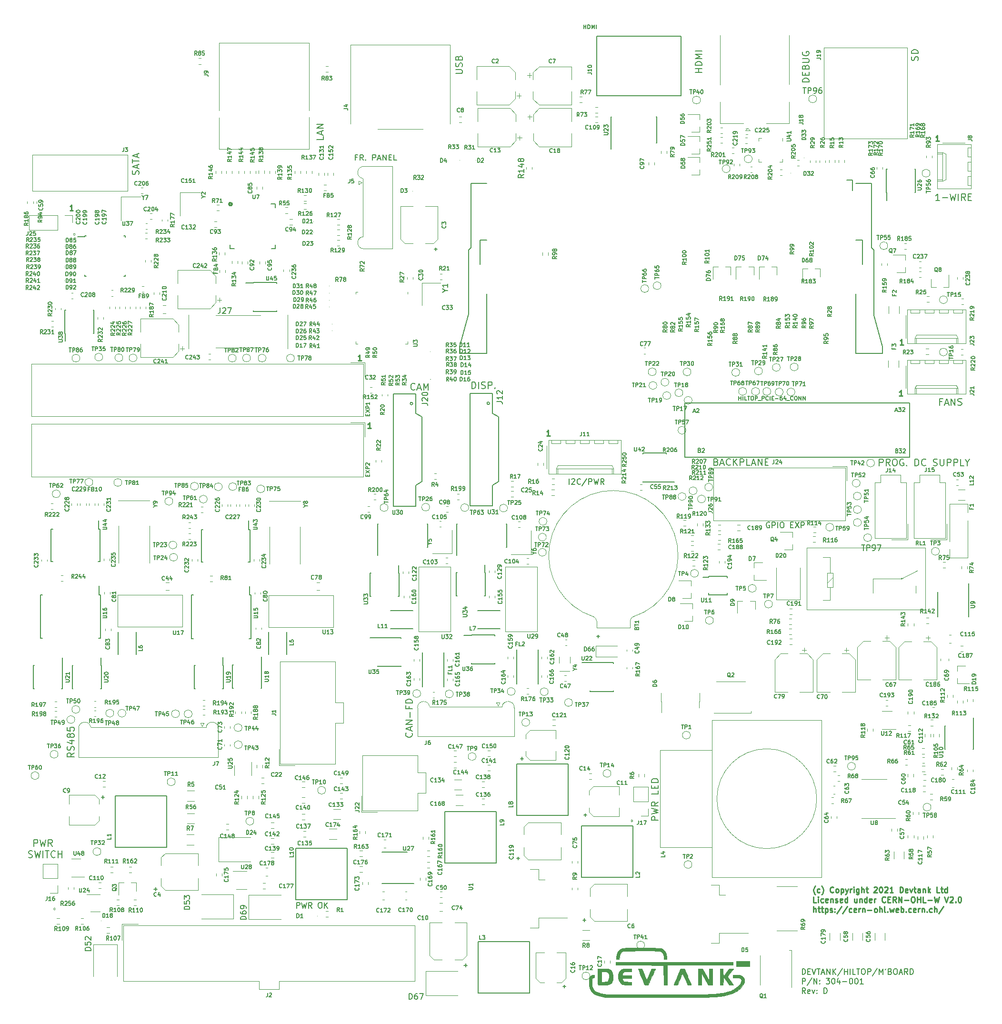
<source format=gbr>
G04 #@! TF.GenerationSoftware,KiCad,Pcbnew,5.1.5+dfsg1-2build2*
G04 #@! TF.CreationDate,2021-02-17T11:04:06+00:00*
G04 #@! TF.ProjectId,HILTOP_Motherboard,48494c54-4f50-45f4-9d6f-74686572626f,Rev C*
G04 #@! TF.SameCoordinates,Original*
G04 #@! TF.FileFunction,Legend,Top*
G04 #@! TF.FilePolarity,Positive*
%FSLAX46Y46*%
G04 Gerber Fmt 4.6, Leading zero omitted, Abs format (unit mm)*
G04 Created by KiCad (PCBNEW 5.1.5+dfsg1-2build2) date 2021-02-17 11:04:06*
%MOMM*%
%LPD*%
G04 APERTURE LIST*
%ADD10C,0.250000*%
%ADD11C,0.125000*%
%ADD12C,0.200000*%
%ADD13C,0.010000*%
%ADD14C,0.120000*%
%ADD15C,0.150000*%
%ADD16C,0.203200*%
%ADD17C,0.050000*%
%ADD18C,0.300000*%
%ADD19C,0.127000*%
%ADD20C,0.100000*%
G04 APERTURE END LIST*
D10*
X191006309Y-201053333D02*
X190958690Y-201005714D01*
X190863452Y-200862857D01*
X190815833Y-200767619D01*
X190768214Y-200624761D01*
X190720595Y-200386666D01*
X190720595Y-200196190D01*
X190768214Y-199958095D01*
X190815833Y-199815238D01*
X190863452Y-199720000D01*
X190958690Y-199577142D01*
X191006309Y-199529523D01*
X191815833Y-200624761D02*
X191720595Y-200672380D01*
X191530119Y-200672380D01*
X191434880Y-200624761D01*
X191387261Y-200577142D01*
X191339642Y-200481904D01*
X191339642Y-200196190D01*
X191387261Y-200100952D01*
X191434880Y-200053333D01*
X191530119Y-200005714D01*
X191720595Y-200005714D01*
X191815833Y-200053333D01*
X192149166Y-201053333D02*
X192196785Y-201005714D01*
X192292023Y-200862857D01*
X192339642Y-200767619D01*
X192387261Y-200624761D01*
X192434880Y-200386666D01*
X192434880Y-200196190D01*
X192387261Y-199958095D01*
X192339642Y-199815238D01*
X192292023Y-199720000D01*
X192196785Y-199577142D01*
X192149166Y-199529523D01*
X194244404Y-200577142D02*
X194196785Y-200624761D01*
X194053928Y-200672380D01*
X193958690Y-200672380D01*
X193815833Y-200624761D01*
X193720595Y-200529523D01*
X193672976Y-200434285D01*
X193625357Y-200243809D01*
X193625357Y-200100952D01*
X193672976Y-199910476D01*
X193720595Y-199815238D01*
X193815833Y-199720000D01*
X193958690Y-199672380D01*
X194053928Y-199672380D01*
X194196785Y-199720000D01*
X194244404Y-199767619D01*
X194815833Y-200672380D02*
X194720595Y-200624761D01*
X194672976Y-200577142D01*
X194625357Y-200481904D01*
X194625357Y-200196190D01*
X194672976Y-200100952D01*
X194720595Y-200053333D01*
X194815833Y-200005714D01*
X194958690Y-200005714D01*
X195053928Y-200053333D01*
X195101547Y-200100952D01*
X195149166Y-200196190D01*
X195149166Y-200481904D01*
X195101547Y-200577142D01*
X195053928Y-200624761D01*
X194958690Y-200672380D01*
X194815833Y-200672380D01*
X195577738Y-200005714D02*
X195577738Y-201005714D01*
X195577738Y-200053333D02*
X195672976Y-200005714D01*
X195863452Y-200005714D01*
X195958690Y-200053333D01*
X196006309Y-200100952D01*
X196053928Y-200196190D01*
X196053928Y-200481904D01*
X196006309Y-200577142D01*
X195958690Y-200624761D01*
X195863452Y-200672380D01*
X195672976Y-200672380D01*
X195577738Y-200624761D01*
X196387261Y-200005714D02*
X196625357Y-200672380D01*
X196863452Y-200005714D02*
X196625357Y-200672380D01*
X196530119Y-200910476D01*
X196482500Y-200958095D01*
X196387261Y-201005714D01*
X197244404Y-200672380D02*
X197244404Y-200005714D01*
X197244404Y-200196190D02*
X197292023Y-200100952D01*
X197339642Y-200053333D01*
X197434880Y-200005714D01*
X197530119Y-200005714D01*
X197863452Y-200672380D02*
X197863452Y-200005714D01*
X197863452Y-199672380D02*
X197815833Y-199720000D01*
X197863452Y-199767619D01*
X197911071Y-199720000D01*
X197863452Y-199672380D01*
X197863452Y-199767619D01*
X198768214Y-200005714D02*
X198768214Y-200815238D01*
X198720595Y-200910476D01*
X198672976Y-200958095D01*
X198577738Y-201005714D01*
X198434880Y-201005714D01*
X198339642Y-200958095D01*
X198768214Y-200624761D02*
X198672976Y-200672380D01*
X198482500Y-200672380D01*
X198387261Y-200624761D01*
X198339642Y-200577142D01*
X198292023Y-200481904D01*
X198292023Y-200196190D01*
X198339642Y-200100952D01*
X198387261Y-200053333D01*
X198482500Y-200005714D01*
X198672976Y-200005714D01*
X198768214Y-200053333D01*
X199244404Y-200672380D02*
X199244404Y-199672380D01*
X199672976Y-200672380D02*
X199672976Y-200148571D01*
X199625357Y-200053333D01*
X199530119Y-200005714D01*
X199387261Y-200005714D01*
X199292023Y-200053333D01*
X199244404Y-200100952D01*
X200006309Y-200005714D02*
X200387261Y-200005714D01*
X200149166Y-199672380D02*
X200149166Y-200529523D01*
X200196785Y-200624761D01*
X200292023Y-200672380D01*
X200387261Y-200672380D01*
X201434880Y-199767619D02*
X201482500Y-199720000D01*
X201577738Y-199672380D01*
X201815833Y-199672380D01*
X201911071Y-199720000D01*
X201958690Y-199767619D01*
X202006309Y-199862857D01*
X202006309Y-199958095D01*
X201958690Y-200100952D01*
X201387261Y-200672380D01*
X202006309Y-200672380D01*
X202625357Y-199672380D02*
X202720595Y-199672380D01*
X202815833Y-199720000D01*
X202863452Y-199767619D01*
X202911071Y-199862857D01*
X202958690Y-200053333D01*
X202958690Y-200291428D01*
X202911071Y-200481904D01*
X202863452Y-200577142D01*
X202815833Y-200624761D01*
X202720595Y-200672380D01*
X202625357Y-200672380D01*
X202530119Y-200624761D01*
X202482500Y-200577142D01*
X202434880Y-200481904D01*
X202387261Y-200291428D01*
X202387261Y-200053333D01*
X202434880Y-199862857D01*
X202482500Y-199767619D01*
X202530119Y-199720000D01*
X202625357Y-199672380D01*
X203339642Y-199767619D02*
X203387261Y-199720000D01*
X203482500Y-199672380D01*
X203720595Y-199672380D01*
X203815833Y-199720000D01*
X203863452Y-199767619D01*
X203911071Y-199862857D01*
X203911071Y-199958095D01*
X203863452Y-200100952D01*
X203292023Y-200672380D01*
X203911071Y-200672380D01*
X204863452Y-200672380D02*
X204292023Y-200672380D01*
X204577738Y-200672380D02*
X204577738Y-199672380D01*
X204482500Y-199815238D01*
X204387261Y-199910476D01*
X204292023Y-199958095D01*
X206053928Y-200672380D02*
X206053928Y-199672380D01*
X206292023Y-199672380D01*
X206434880Y-199720000D01*
X206530119Y-199815238D01*
X206577738Y-199910476D01*
X206625357Y-200100952D01*
X206625357Y-200243809D01*
X206577738Y-200434285D01*
X206530119Y-200529523D01*
X206434880Y-200624761D01*
X206292023Y-200672380D01*
X206053928Y-200672380D01*
X207434880Y-200624761D02*
X207339642Y-200672380D01*
X207149166Y-200672380D01*
X207053928Y-200624761D01*
X207006309Y-200529523D01*
X207006309Y-200148571D01*
X207053928Y-200053333D01*
X207149166Y-200005714D01*
X207339642Y-200005714D01*
X207434880Y-200053333D01*
X207482500Y-200148571D01*
X207482500Y-200243809D01*
X207006309Y-200339047D01*
X207815833Y-200005714D02*
X208053928Y-200672380D01*
X208292023Y-200005714D01*
X208530119Y-200005714D02*
X208911071Y-200005714D01*
X208672976Y-199672380D02*
X208672976Y-200529523D01*
X208720595Y-200624761D01*
X208815833Y-200672380D01*
X208911071Y-200672380D01*
X209672976Y-200672380D02*
X209672976Y-200148571D01*
X209625357Y-200053333D01*
X209530119Y-200005714D01*
X209339642Y-200005714D01*
X209244404Y-200053333D01*
X209672976Y-200624761D02*
X209577738Y-200672380D01*
X209339642Y-200672380D01*
X209244404Y-200624761D01*
X209196785Y-200529523D01*
X209196785Y-200434285D01*
X209244404Y-200339047D01*
X209339642Y-200291428D01*
X209577738Y-200291428D01*
X209672976Y-200243809D01*
X210149166Y-200005714D02*
X210149166Y-200672380D01*
X210149166Y-200100952D02*
X210196785Y-200053333D01*
X210292023Y-200005714D01*
X210434880Y-200005714D01*
X210530119Y-200053333D01*
X210577738Y-200148571D01*
X210577738Y-200672380D01*
X211053928Y-200672380D02*
X211053928Y-199672380D01*
X211149166Y-200291428D02*
X211434880Y-200672380D01*
X211434880Y-200005714D02*
X211053928Y-200386666D01*
X213101547Y-200672380D02*
X212625357Y-200672380D01*
X212625357Y-199672380D01*
X213292023Y-200005714D02*
X213672976Y-200005714D01*
X213434880Y-199672380D02*
X213434880Y-200529523D01*
X213482500Y-200624761D01*
X213577738Y-200672380D01*
X213672976Y-200672380D01*
X214434880Y-200672380D02*
X214434880Y-199672380D01*
X214434880Y-200624761D02*
X214339642Y-200672380D01*
X214149166Y-200672380D01*
X214053928Y-200624761D01*
X214006309Y-200577142D01*
X213958690Y-200481904D01*
X213958690Y-200196190D01*
X214006309Y-200100952D01*
X214053928Y-200053333D01*
X214149166Y-200005714D01*
X214339642Y-200005714D01*
X214434880Y-200053333D01*
X191196785Y-202422380D02*
X190720595Y-202422380D01*
X190720595Y-201422380D01*
X191530119Y-202422380D02*
X191530119Y-201755714D01*
X191530119Y-201422380D02*
X191482500Y-201470000D01*
X191530119Y-201517619D01*
X191577738Y-201470000D01*
X191530119Y-201422380D01*
X191530119Y-201517619D01*
X192434880Y-202374761D02*
X192339642Y-202422380D01*
X192149166Y-202422380D01*
X192053928Y-202374761D01*
X192006309Y-202327142D01*
X191958690Y-202231904D01*
X191958690Y-201946190D01*
X192006309Y-201850952D01*
X192053928Y-201803333D01*
X192149166Y-201755714D01*
X192339642Y-201755714D01*
X192434880Y-201803333D01*
X193244404Y-202374761D02*
X193149166Y-202422380D01*
X192958690Y-202422380D01*
X192863452Y-202374761D01*
X192815833Y-202279523D01*
X192815833Y-201898571D01*
X192863452Y-201803333D01*
X192958690Y-201755714D01*
X193149166Y-201755714D01*
X193244404Y-201803333D01*
X193292023Y-201898571D01*
X193292023Y-201993809D01*
X192815833Y-202089047D01*
X193720595Y-201755714D02*
X193720595Y-202422380D01*
X193720595Y-201850952D02*
X193768214Y-201803333D01*
X193863452Y-201755714D01*
X194006309Y-201755714D01*
X194101547Y-201803333D01*
X194149166Y-201898571D01*
X194149166Y-202422380D01*
X194577738Y-202374761D02*
X194672976Y-202422380D01*
X194863452Y-202422380D01*
X194958690Y-202374761D01*
X195006309Y-202279523D01*
X195006309Y-202231904D01*
X194958690Y-202136666D01*
X194863452Y-202089047D01*
X194720595Y-202089047D01*
X194625357Y-202041428D01*
X194577738Y-201946190D01*
X194577738Y-201898571D01*
X194625357Y-201803333D01*
X194720595Y-201755714D01*
X194863452Y-201755714D01*
X194958690Y-201803333D01*
X195815833Y-202374761D02*
X195720595Y-202422380D01*
X195530119Y-202422380D01*
X195434880Y-202374761D01*
X195387261Y-202279523D01*
X195387261Y-201898571D01*
X195434880Y-201803333D01*
X195530119Y-201755714D01*
X195720595Y-201755714D01*
X195815833Y-201803333D01*
X195863452Y-201898571D01*
X195863452Y-201993809D01*
X195387261Y-202089047D01*
X196720595Y-202422380D02*
X196720595Y-201422380D01*
X196720595Y-202374761D02*
X196625357Y-202422380D01*
X196434880Y-202422380D01*
X196339642Y-202374761D01*
X196292023Y-202327142D01*
X196244404Y-202231904D01*
X196244404Y-201946190D01*
X196292023Y-201850952D01*
X196339642Y-201803333D01*
X196434880Y-201755714D01*
X196625357Y-201755714D01*
X196720595Y-201803333D01*
X198387261Y-201755714D02*
X198387261Y-202422380D01*
X197958690Y-201755714D02*
X197958690Y-202279523D01*
X198006309Y-202374761D01*
X198101547Y-202422380D01*
X198244404Y-202422380D01*
X198339642Y-202374761D01*
X198387261Y-202327142D01*
X198863452Y-201755714D02*
X198863452Y-202422380D01*
X198863452Y-201850952D02*
X198911071Y-201803333D01*
X199006309Y-201755714D01*
X199149166Y-201755714D01*
X199244404Y-201803333D01*
X199292023Y-201898571D01*
X199292023Y-202422380D01*
X200196785Y-202422380D02*
X200196785Y-201422380D01*
X200196785Y-202374761D02*
X200101547Y-202422380D01*
X199911071Y-202422380D01*
X199815833Y-202374761D01*
X199768214Y-202327142D01*
X199720595Y-202231904D01*
X199720595Y-201946190D01*
X199768214Y-201850952D01*
X199815833Y-201803333D01*
X199911071Y-201755714D01*
X200101547Y-201755714D01*
X200196785Y-201803333D01*
X201053928Y-202374761D02*
X200958690Y-202422380D01*
X200768214Y-202422380D01*
X200672976Y-202374761D01*
X200625357Y-202279523D01*
X200625357Y-201898571D01*
X200672976Y-201803333D01*
X200768214Y-201755714D01*
X200958690Y-201755714D01*
X201053928Y-201803333D01*
X201101547Y-201898571D01*
X201101547Y-201993809D01*
X200625357Y-202089047D01*
X201530119Y-202422380D02*
X201530119Y-201755714D01*
X201530119Y-201946190D02*
X201577738Y-201850952D01*
X201625357Y-201803333D01*
X201720595Y-201755714D01*
X201815833Y-201755714D01*
X203482500Y-202327142D02*
X203434880Y-202374761D01*
X203292023Y-202422380D01*
X203196785Y-202422380D01*
X203053928Y-202374761D01*
X202958690Y-202279523D01*
X202911071Y-202184285D01*
X202863452Y-201993809D01*
X202863452Y-201850952D01*
X202911071Y-201660476D01*
X202958690Y-201565238D01*
X203053928Y-201470000D01*
X203196785Y-201422380D01*
X203292023Y-201422380D01*
X203434880Y-201470000D01*
X203482500Y-201517619D01*
X203911071Y-201898571D02*
X204244404Y-201898571D01*
X204387261Y-202422380D02*
X203911071Y-202422380D01*
X203911071Y-201422380D01*
X204387261Y-201422380D01*
X205387261Y-202422380D02*
X205053928Y-201946190D01*
X204815833Y-202422380D02*
X204815833Y-201422380D01*
X205196785Y-201422380D01*
X205292023Y-201470000D01*
X205339642Y-201517619D01*
X205387261Y-201612857D01*
X205387261Y-201755714D01*
X205339642Y-201850952D01*
X205292023Y-201898571D01*
X205196785Y-201946190D01*
X204815833Y-201946190D01*
X205815833Y-202422380D02*
X205815833Y-201422380D01*
X206387261Y-202422380D01*
X206387261Y-201422380D01*
X206863452Y-202041428D02*
X207625357Y-202041428D01*
X208292023Y-201422380D02*
X208482500Y-201422380D01*
X208577738Y-201470000D01*
X208672976Y-201565238D01*
X208720595Y-201755714D01*
X208720595Y-202089047D01*
X208672976Y-202279523D01*
X208577738Y-202374761D01*
X208482500Y-202422380D01*
X208292023Y-202422380D01*
X208196785Y-202374761D01*
X208101547Y-202279523D01*
X208053928Y-202089047D01*
X208053928Y-201755714D01*
X208101547Y-201565238D01*
X208196785Y-201470000D01*
X208292023Y-201422380D01*
X209149166Y-202422380D02*
X209149166Y-201422380D01*
X209149166Y-201898571D02*
X209720595Y-201898571D01*
X209720595Y-202422380D02*
X209720595Y-201422380D01*
X210672976Y-202422380D02*
X210196785Y-202422380D01*
X210196785Y-201422380D01*
X211006309Y-202041428D02*
X211768214Y-202041428D01*
X212149166Y-201422380D02*
X212387261Y-202422380D01*
X212577738Y-201708095D01*
X212768214Y-202422380D01*
X213006309Y-201422380D01*
X214006309Y-201422380D02*
X214339642Y-202422380D01*
X214672976Y-201422380D01*
X214958690Y-201517619D02*
X215006309Y-201470000D01*
X215101547Y-201422380D01*
X215339642Y-201422380D01*
X215434880Y-201470000D01*
X215482500Y-201517619D01*
X215530119Y-201612857D01*
X215530119Y-201708095D01*
X215482500Y-201850952D01*
X214911071Y-202422380D01*
X215530119Y-202422380D01*
X215958690Y-202327142D02*
X216006309Y-202374761D01*
X215958690Y-202422380D01*
X215911071Y-202374761D01*
X215958690Y-202327142D01*
X215958690Y-202422380D01*
X216625357Y-201422380D02*
X216720595Y-201422380D01*
X216815833Y-201470000D01*
X216863452Y-201517619D01*
X216911071Y-201612857D01*
X216958690Y-201803333D01*
X216958690Y-202041428D01*
X216911071Y-202231904D01*
X216863452Y-202327142D01*
X216815833Y-202374761D01*
X216720595Y-202422380D01*
X216625357Y-202422380D01*
X216530119Y-202374761D01*
X216482500Y-202327142D01*
X216434880Y-202231904D01*
X216387261Y-202041428D01*
X216387261Y-201803333D01*
X216434880Y-201612857D01*
X216482500Y-201517619D01*
X216530119Y-201470000D01*
X216625357Y-201422380D01*
X190720595Y-204172380D02*
X190720595Y-203172380D01*
X191149166Y-204172380D02*
X191149166Y-203648571D01*
X191101547Y-203553333D01*
X191006309Y-203505714D01*
X190863452Y-203505714D01*
X190768214Y-203553333D01*
X190720595Y-203600952D01*
X191482500Y-203505714D02*
X191863452Y-203505714D01*
X191625357Y-203172380D02*
X191625357Y-204029523D01*
X191672976Y-204124761D01*
X191768214Y-204172380D01*
X191863452Y-204172380D01*
X192053928Y-203505714D02*
X192434880Y-203505714D01*
X192196785Y-203172380D02*
X192196785Y-204029523D01*
X192244404Y-204124761D01*
X192339642Y-204172380D01*
X192434880Y-204172380D01*
X192768214Y-203505714D02*
X192768214Y-204505714D01*
X192768214Y-203553333D02*
X192863452Y-203505714D01*
X193053928Y-203505714D01*
X193149166Y-203553333D01*
X193196785Y-203600952D01*
X193244404Y-203696190D01*
X193244404Y-203981904D01*
X193196785Y-204077142D01*
X193149166Y-204124761D01*
X193053928Y-204172380D01*
X192863452Y-204172380D01*
X192768214Y-204124761D01*
X193625357Y-204124761D02*
X193720595Y-204172380D01*
X193911071Y-204172380D01*
X194006309Y-204124761D01*
X194053928Y-204029523D01*
X194053928Y-203981904D01*
X194006309Y-203886666D01*
X193911071Y-203839047D01*
X193768214Y-203839047D01*
X193672976Y-203791428D01*
X193625357Y-203696190D01*
X193625357Y-203648571D01*
X193672976Y-203553333D01*
X193768214Y-203505714D01*
X193911071Y-203505714D01*
X194006309Y-203553333D01*
X194482500Y-204077142D02*
X194530119Y-204124761D01*
X194482500Y-204172380D01*
X194434880Y-204124761D01*
X194482500Y-204077142D01*
X194482500Y-204172380D01*
X194482500Y-203553333D02*
X194530119Y-203600952D01*
X194482500Y-203648571D01*
X194434880Y-203600952D01*
X194482500Y-203553333D01*
X194482500Y-203648571D01*
X195672976Y-203124761D02*
X194815833Y-204410476D01*
X196720595Y-203124761D02*
X195863452Y-204410476D01*
X197482500Y-204124761D02*
X197387261Y-204172380D01*
X197196785Y-204172380D01*
X197101547Y-204124761D01*
X197053928Y-204077142D01*
X197006309Y-203981904D01*
X197006309Y-203696190D01*
X197053928Y-203600952D01*
X197101547Y-203553333D01*
X197196785Y-203505714D01*
X197387261Y-203505714D01*
X197482500Y-203553333D01*
X198292023Y-204124761D02*
X198196785Y-204172380D01*
X198006309Y-204172380D01*
X197911071Y-204124761D01*
X197863452Y-204029523D01*
X197863452Y-203648571D01*
X197911071Y-203553333D01*
X198006309Y-203505714D01*
X198196785Y-203505714D01*
X198292023Y-203553333D01*
X198339642Y-203648571D01*
X198339642Y-203743809D01*
X197863452Y-203839047D01*
X198768214Y-204172380D02*
X198768214Y-203505714D01*
X198768214Y-203696190D02*
X198815833Y-203600952D01*
X198863452Y-203553333D01*
X198958690Y-203505714D01*
X199053928Y-203505714D01*
X199387261Y-203505714D02*
X199387261Y-204172380D01*
X199387261Y-203600952D02*
X199434880Y-203553333D01*
X199530119Y-203505714D01*
X199672976Y-203505714D01*
X199768214Y-203553333D01*
X199815833Y-203648571D01*
X199815833Y-204172380D01*
X200292023Y-203791428D02*
X201053928Y-203791428D01*
X201672976Y-204172380D02*
X201577738Y-204124761D01*
X201530119Y-204077142D01*
X201482500Y-203981904D01*
X201482500Y-203696190D01*
X201530119Y-203600952D01*
X201577738Y-203553333D01*
X201672976Y-203505714D01*
X201815833Y-203505714D01*
X201911071Y-203553333D01*
X201958690Y-203600952D01*
X202006309Y-203696190D01*
X202006309Y-203981904D01*
X201958690Y-204077142D01*
X201911071Y-204124761D01*
X201815833Y-204172380D01*
X201672976Y-204172380D01*
X202434880Y-204172380D02*
X202434880Y-203172380D01*
X202863452Y-204172380D02*
X202863452Y-203648571D01*
X202815833Y-203553333D01*
X202720595Y-203505714D01*
X202577738Y-203505714D01*
X202482500Y-203553333D01*
X202434880Y-203600952D01*
X203482500Y-204172380D02*
X203387261Y-204124761D01*
X203339642Y-204029523D01*
X203339642Y-203172380D01*
X203863452Y-204077142D02*
X203911071Y-204124761D01*
X203863452Y-204172380D01*
X203815833Y-204124761D01*
X203863452Y-204077142D01*
X203863452Y-204172380D01*
X204244404Y-203505714D02*
X204434880Y-204172380D01*
X204625357Y-203696190D01*
X204815833Y-204172380D01*
X205006309Y-203505714D01*
X205768214Y-204124761D02*
X205672976Y-204172380D01*
X205482500Y-204172380D01*
X205387261Y-204124761D01*
X205339642Y-204029523D01*
X205339642Y-203648571D01*
X205387261Y-203553333D01*
X205482500Y-203505714D01*
X205672976Y-203505714D01*
X205768214Y-203553333D01*
X205815833Y-203648571D01*
X205815833Y-203743809D01*
X205339642Y-203839047D01*
X206244404Y-204172380D02*
X206244404Y-203172380D01*
X206244404Y-203553333D02*
X206339642Y-203505714D01*
X206530119Y-203505714D01*
X206625357Y-203553333D01*
X206672976Y-203600952D01*
X206720595Y-203696190D01*
X206720595Y-203981904D01*
X206672976Y-204077142D01*
X206625357Y-204124761D01*
X206530119Y-204172380D01*
X206339642Y-204172380D01*
X206244404Y-204124761D01*
X207149166Y-204077142D02*
X207196785Y-204124761D01*
X207149166Y-204172380D01*
X207101547Y-204124761D01*
X207149166Y-204077142D01*
X207149166Y-204172380D01*
X208053928Y-204124761D02*
X207958690Y-204172380D01*
X207768214Y-204172380D01*
X207672976Y-204124761D01*
X207625357Y-204077142D01*
X207577738Y-203981904D01*
X207577738Y-203696190D01*
X207625357Y-203600952D01*
X207672976Y-203553333D01*
X207768214Y-203505714D01*
X207958690Y-203505714D01*
X208053928Y-203553333D01*
X208863452Y-204124761D02*
X208768214Y-204172380D01*
X208577738Y-204172380D01*
X208482500Y-204124761D01*
X208434880Y-204029523D01*
X208434880Y-203648571D01*
X208482500Y-203553333D01*
X208577738Y-203505714D01*
X208768214Y-203505714D01*
X208863452Y-203553333D01*
X208911071Y-203648571D01*
X208911071Y-203743809D01*
X208434880Y-203839047D01*
X209339642Y-204172380D02*
X209339642Y-203505714D01*
X209339642Y-203696190D02*
X209387261Y-203600952D01*
X209434880Y-203553333D01*
X209530119Y-203505714D01*
X209625357Y-203505714D01*
X209958690Y-203505714D02*
X209958690Y-204172380D01*
X209958690Y-203600952D02*
X210006309Y-203553333D01*
X210101547Y-203505714D01*
X210244404Y-203505714D01*
X210339642Y-203553333D01*
X210387261Y-203648571D01*
X210387261Y-204172380D01*
X210863452Y-204077142D02*
X210911071Y-204124761D01*
X210863452Y-204172380D01*
X210815833Y-204124761D01*
X210863452Y-204077142D01*
X210863452Y-204172380D01*
X211768214Y-204124761D02*
X211672976Y-204172380D01*
X211482500Y-204172380D01*
X211387261Y-204124761D01*
X211339642Y-204077142D01*
X211292023Y-203981904D01*
X211292023Y-203696190D01*
X211339642Y-203600952D01*
X211387261Y-203553333D01*
X211482500Y-203505714D01*
X211672976Y-203505714D01*
X211768214Y-203553333D01*
X212196785Y-204172380D02*
X212196785Y-203172380D01*
X212625357Y-204172380D02*
X212625357Y-203648571D01*
X212577738Y-203553333D01*
X212482500Y-203505714D01*
X212339642Y-203505714D01*
X212244404Y-203553333D01*
X212196785Y-203600952D01*
X213815833Y-203124761D02*
X212958690Y-204410476D01*
X213010714Y-67077380D02*
X212439285Y-67077380D01*
X212725000Y-67077380D02*
X212725000Y-66077380D01*
X212629761Y-66220238D01*
X212534523Y-66315476D01*
X212439285Y-66363095D01*
X206535714Y-112377380D02*
X205964285Y-112377380D01*
X206250000Y-112377380D02*
X206250000Y-111377380D01*
X206154761Y-111520238D01*
X206059523Y-111615476D01*
X205964285Y-111663095D01*
X206660714Y-103302380D02*
X206089285Y-103302380D01*
X206375000Y-103302380D02*
X206375000Y-102302380D01*
X206279761Y-102445238D01*
X206184523Y-102540476D01*
X206089285Y-102588095D01*
X143835714Y-119452380D02*
X143264285Y-119452380D01*
X143550000Y-119452380D02*
X143550000Y-118452380D01*
X143454761Y-118595238D01*
X143359523Y-118690476D01*
X143264285Y-118738095D01*
X59060714Y-79427380D02*
X58489285Y-79427380D01*
X58775000Y-79427380D02*
X58775000Y-78427380D01*
X58679761Y-78570238D01*
X58584523Y-78665476D01*
X58489285Y-78713095D01*
X112035714Y-118152380D02*
X111464285Y-118152380D01*
X111750000Y-118152380D02*
X111750000Y-117152380D01*
X111654761Y-117295238D01*
X111559523Y-117390476D01*
X111464285Y-117438095D01*
X110310714Y-106102380D02*
X109739285Y-106102380D01*
X110025000Y-106102380D02*
X110025000Y-105102380D01*
X109929761Y-105245238D01*
X109834523Y-105340476D01*
X109739285Y-105388095D01*
D11*
X158324285Y-188066190D02*
X158276666Y-188042380D01*
X158252857Y-188018571D01*
X158229047Y-187970952D01*
X158229047Y-187828095D01*
X158252857Y-187780476D01*
X158276666Y-187756666D01*
X158324285Y-187732857D01*
X158395714Y-187732857D01*
X158443333Y-187756666D01*
X158467142Y-187780476D01*
X158490952Y-187828095D01*
X158490952Y-187970952D01*
X158467142Y-188018571D01*
X158443333Y-188042380D01*
X158395714Y-188066190D01*
X158324285Y-188066190D01*
X55654285Y-203736190D02*
X55606666Y-203712380D01*
X55582857Y-203688571D01*
X55559047Y-203640952D01*
X55559047Y-203498095D01*
X55582857Y-203450476D01*
X55606666Y-203426666D01*
X55654285Y-203402857D01*
X55725714Y-203402857D01*
X55773333Y-203426666D01*
X55797142Y-203450476D01*
X55820952Y-203498095D01*
X55820952Y-203640952D01*
X55797142Y-203688571D01*
X55773333Y-203712380D01*
X55725714Y-203736190D01*
X55654285Y-203736190D01*
X59204285Y-83826190D02*
X59156666Y-83802380D01*
X59132857Y-83778571D01*
X59109047Y-83730952D01*
X59109047Y-83588095D01*
X59132857Y-83540476D01*
X59156666Y-83516666D01*
X59204285Y-83492857D01*
X59275714Y-83492857D01*
X59323333Y-83516666D01*
X59347142Y-83540476D01*
X59370952Y-83588095D01*
X59370952Y-83730952D01*
X59347142Y-83778571D01*
X59323333Y-83802380D01*
X59275714Y-83826190D01*
X59204285Y-83826190D01*
D12*
X182871904Y-134890000D02*
X182776666Y-134842380D01*
X182633809Y-134842380D01*
X182490952Y-134890000D01*
X182395714Y-134985238D01*
X182348095Y-135080476D01*
X182300476Y-135270952D01*
X182300476Y-135413809D01*
X182348095Y-135604285D01*
X182395714Y-135699523D01*
X182490952Y-135794761D01*
X182633809Y-135842380D01*
X182729047Y-135842380D01*
X182871904Y-135794761D01*
X182919523Y-135747142D01*
X182919523Y-135413809D01*
X182729047Y-135413809D01*
X183348095Y-135842380D02*
X183348095Y-134842380D01*
X183729047Y-134842380D01*
X183824285Y-134890000D01*
X183871904Y-134937619D01*
X183919523Y-135032857D01*
X183919523Y-135175714D01*
X183871904Y-135270952D01*
X183824285Y-135318571D01*
X183729047Y-135366190D01*
X183348095Y-135366190D01*
X184348095Y-135842380D02*
X184348095Y-134842380D01*
X185014761Y-134842380D02*
X185205238Y-134842380D01*
X185300476Y-134890000D01*
X185395714Y-134985238D01*
X185443333Y-135175714D01*
X185443333Y-135509047D01*
X185395714Y-135699523D01*
X185300476Y-135794761D01*
X185205238Y-135842380D01*
X185014761Y-135842380D01*
X184919523Y-135794761D01*
X184824285Y-135699523D01*
X184776666Y-135509047D01*
X184776666Y-135175714D01*
X184824285Y-134985238D01*
X184919523Y-134890000D01*
X185014761Y-134842380D01*
X186633809Y-135318571D02*
X186967142Y-135318571D01*
X187110000Y-135842380D02*
X186633809Y-135842380D01*
X186633809Y-134842380D01*
X187110000Y-134842380D01*
X187443333Y-134842380D02*
X188110000Y-135842380D01*
X188110000Y-134842380D02*
X187443333Y-135842380D01*
X188490952Y-135842380D02*
X188490952Y-134842380D01*
X188871904Y-134842380D01*
X188967142Y-134890000D01*
X189014761Y-134937619D01*
X189062380Y-135032857D01*
X189062380Y-135175714D01*
X189014761Y-135270952D01*
X188967142Y-135318571D01*
X188871904Y-135366190D01*
X188490952Y-135366190D01*
X147268095Y-128127380D02*
X147268095Y-127127380D01*
X147696666Y-127222619D02*
X147744285Y-127175000D01*
X147839523Y-127127380D01*
X148077619Y-127127380D01*
X148172857Y-127175000D01*
X148220476Y-127222619D01*
X148268095Y-127317857D01*
X148268095Y-127413095D01*
X148220476Y-127555952D01*
X147649047Y-128127380D01*
X148268095Y-128127380D01*
X149268095Y-128032142D02*
X149220476Y-128079761D01*
X149077619Y-128127380D01*
X148982380Y-128127380D01*
X148839523Y-128079761D01*
X148744285Y-127984523D01*
X148696666Y-127889285D01*
X148649047Y-127698809D01*
X148649047Y-127555952D01*
X148696666Y-127365476D01*
X148744285Y-127270238D01*
X148839523Y-127175000D01*
X148982380Y-127127380D01*
X149077619Y-127127380D01*
X149220476Y-127175000D01*
X149268095Y-127222619D01*
X150410952Y-127079761D02*
X149553809Y-128365476D01*
X150744285Y-128127380D02*
X150744285Y-127127380D01*
X151125238Y-127127380D01*
X151220476Y-127175000D01*
X151268095Y-127222619D01*
X151315714Y-127317857D01*
X151315714Y-127460714D01*
X151268095Y-127555952D01*
X151220476Y-127603571D01*
X151125238Y-127651190D01*
X150744285Y-127651190D01*
X151649047Y-127127380D02*
X151887142Y-128127380D01*
X152077619Y-127413095D01*
X152268095Y-128127380D01*
X152506190Y-127127380D01*
X153458571Y-128127380D02*
X153125238Y-127651190D01*
X152887142Y-128127380D02*
X152887142Y-127127380D01*
X153268095Y-127127380D01*
X153363333Y-127175000D01*
X153410952Y-127222619D01*
X153458571Y-127317857D01*
X153458571Y-127460714D01*
X153410952Y-127555952D01*
X153363333Y-127603571D01*
X153268095Y-127651190D01*
X152887142Y-127651190D01*
X119851428Y-111228571D02*
X119794285Y-111285714D01*
X119622857Y-111342857D01*
X119508571Y-111342857D01*
X119337142Y-111285714D01*
X119222857Y-111171428D01*
X119165714Y-111057142D01*
X119108571Y-110828571D01*
X119108571Y-110657142D01*
X119165714Y-110428571D01*
X119222857Y-110314285D01*
X119337142Y-110200000D01*
X119508571Y-110142857D01*
X119622857Y-110142857D01*
X119794285Y-110200000D01*
X119851428Y-110257142D01*
X120308571Y-111000000D02*
X120880000Y-111000000D01*
X120194285Y-111342857D02*
X120594285Y-110142857D01*
X120994285Y-111342857D01*
X121394285Y-111342857D02*
X121394285Y-110142857D01*
X121794285Y-111000000D01*
X122194285Y-110142857D01*
X122194285Y-111342857D01*
X129965714Y-111092857D02*
X129965714Y-109892857D01*
X130251428Y-109892857D01*
X130422857Y-109950000D01*
X130537142Y-110064285D01*
X130594285Y-110178571D01*
X130651428Y-110407142D01*
X130651428Y-110578571D01*
X130594285Y-110807142D01*
X130537142Y-110921428D01*
X130422857Y-111035714D01*
X130251428Y-111092857D01*
X129965714Y-111092857D01*
X131165714Y-111092857D02*
X131165714Y-109892857D01*
X131680000Y-111035714D02*
X131851428Y-111092857D01*
X132137142Y-111092857D01*
X132251428Y-111035714D01*
X132308571Y-110978571D01*
X132365714Y-110864285D01*
X132365714Y-110750000D01*
X132308571Y-110635714D01*
X132251428Y-110578571D01*
X132137142Y-110521428D01*
X131908571Y-110464285D01*
X131794285Y-110407142D01*
X131737142Y-110350000D01*
X131680000Y-110235714D01*
X131680000Y-110121428D01*
X131737142Y-110007142D01*
X131794285Y-109950000D01*
X131908571Y-109892857D01*
X132194285Y-109892857D01*
X132365714Y-109950000D01*
X132880000Y-111092857D02*
X132880000Y-109892857D01*
X133337142Y-109892857D01*
X133451428Y-109950000D01*
X133508571Y-110007142D01*
X133565714Y-110121428D01*
X133565714Y-110292857D01*
X133508571Y-110407142D01*
X133451428Y-110464285D01*
X133337142Y-110521428D01*
X132880000Y-110521428D01*
X134080000Y-110978571D02*
X134137142Y-111035714D01*
X134080000Y-111092857D01*
X134022857Y-111035714D01*
X134080000Y-110978571D01*
X134080000Y-111092857D01*
X173415714Y-124114285D02*
X173587142Y-124171428D01*
X173644285Y-124228571D01*
X173701428Y-124342857D01*
X173701428Y-124514285D01*
X173644285Y-124628571D01*
X173587142Y-124685714D01*
X173472857Y-124742857D01*
X173015714Y-124742857D01*
X173015714Y-123542857D01*
X173415714Y-123542857D01*
X173530000Y-123600000D01*
X173587142Y-123657142D01*
X173644285Y-123771428D01*
X173644285Y-123885714D01*
X173587142Y-124000000D01*
X173530000Y-124057142D01*
X173415714Y-124114285D01*
X173015714Y-124114285D01*
X174158571Y-124400000D02*
X174730000Y-124400000D01*
X174044285Y-124742857D02*
X174444285Y-123542857D01*
X174844285Y-124742857D01*
X175930000Y-124628571D02*
X175872857Y-124685714D01*
X175701428Y-124742857D01*
X175587142Y-124742857D01*
X175415714Y-124685714D01*
X175301428Y-124571428D01*
X175244285Y-124457142D01*
X175187142Y-124228571D01*
X175187142Y-124057142D01*
X175244285Y-123828571D01*
X175301428Y-123714285D01*
X175415714Y-123600000D01*
X175587142Y-123542857D01*
X175701428Y-123542857D01*
X175872857Y-123600000D01*
X175930000Y-123657142D01*
X176444285Y-124742857D02*
X176444285Y-123542857D01*
X177130000Y-124742857D02*
X176615714Y-124057142D01*
X177130000Y-123542857D02*
X176444285Y-124228571D01*
X177644285Y-124742857D02*
X177644285Y-123542857D01*
X178101428Y-123542857D01*
X178215714Y-123600000D01*
X178272857Y-123657142D01*
X178330000Y-123771428D01*
X178330000Y-123942857D01*
X178272857Y-124057142D01*
X178215714Y-124114285D01*
X178101428Y-124171428D01*
X177644285Y-124171428D01*
X179415714Y-124742857D02*
X178844285Y-124742857D01*
X178844285Y-123542857D01*
X179758571Y-124400000D02*
X180330000Y-124400000D01*
X179644285Y-124742857D02*
X180044285Y-123542857D01*
X180444285Y-124742857D01*
X180844285Y-124742857D02*
X180844285Y-123542857D01*
X181530000Y-124742857D01*
X181530000Y-123542857D01*
X182101428Y-124114285D02*
X182501428Y-124114285D01*
X182672857Y-124742857D02*
X182101428Y-124742857D01*
X182101428Y-123542857D01*
X182672857Y-123542857D01*
X213515714Y-113414285D02*
X213115714Y-113414285D01*
X213115714Y-114042857D02*
X213115714Y-112842857D01*
X213687142Y-112842857D01*
X214087142Y-113700000D02*
X214658571Y-113700000D01*
X213972857Y-114042857D02*
X214372857Y-112842857D01*
X214772857Y-114042857D01*
X215172857Y-114042857D02*
X215172857Y-112842857D01*
X215858571Y-114042857D01*
X215858571Y-112842857D01*
X216372857Y-113985714D02*
X216544285Y-114042857D01*
X216830000Y-114042857D01*
X216944285Y-113985714D01*
X217001428Y-113928571D01*
X217058571Y-113814285D01*
X217058571Y-113700000D01*
X217001428Y-113585714D01*
X216944285Y-113528571D01*
X216830000Y-113471428D01*
X216601428Y-113414285D01*
X216487142Y-113357142D01*
X216430000Y-113300000D01*
X216372857Y-113185714D01*
X216372857Y-113071428D01*
X216430000Y-112957142D01*
X216487142Y-112900000D01*
X216601428Y-112842857D01*
X216887142Y-112842857D01*
X217058571Y-112900000D01*
X213094285Y-77642857D02*
X212408571Y-77642857D01*
X212751428Y-77642857D02*
X212751428Y-76442857D01*
X212637142Y-76614285D01*
X212522857Y-76728571D01*
X212408571Y-76785714D01*
X213608571Y-77185714D02*
X214522857Y-77185714D01*
X214980000Y-76442857D02*
X215265714Y-77642857D01*
X215494285Y-76785714D01*
X215722857Y-77642857D01*
X216008571Y-76442857D01*
X216465714Y-77642857D02*
X216465714Y-76442857D01*
X217722857Y-77642857D02*
X217322857Y-77071428D01*
X217037142Y-77642857D02*
X217037142Y-76442857D01*
X217494285Y-76442857D01*
X217608571Y-76500000D01*
X217665714Y-76557142D01*
X217722857Y-76671428D01*
X217722857Y-76842857D01*
X217665714Y-76957142D01*
X217608571Y-77014285D01*
X217494285Y-77071428D01*
X217037142Y-77071428D01*
X218237142Y-77014285D02*
X218637142Y-77014285D01*
X218808571Y-77642857D02*
X218237142Y-77642857D01*
X218237142Y-76442857D01*
X218808571Y-76442857D01*
X109551428Y-69978571D02*
X109218095Y-69978571D01*
X109218095Y-70502380D02*
X109218095Y-69502380D01*
X109694285Y-69502380D01*
X110646666Y-70502380D02*
X110313333Y-70026190D01*
X110075238Y-70502380D02*
X110075238Y-69502380D01*
X110456190Y-69502380D01*
X110551428Y-69550000D01*
X110599047Y-69597619D01*
X110646666Y-69692857D01*
X110646666Y-69835714D01*
X110599047Y-69930952D01*
X110551428Y-69978571D01*
X110456190Y-70026190D01*
X110075238Y-70026190D01*
X111075238Y-70407142D02*
X111122857Y-70454761D01*
X111075238Y-70502380D01*
X111027619Y-70454761D01*
X111075238Y-70407142D01*
X111075238Y-70502380D01*
X112313333Y-70502380D02*
X112313333Y-69502380D01*
X112694285Y-69502380D01*
X112789523Y-69550000D01*
X112837142Y-69597619D01*
X112884761Y-69692857D01*
X112884761Y-69835714D01*
X112837142Y-69930952D01*
X112789523Y-69978571D01*
X112694285Y-70026190D01*
X112313333Y-70026190D01*
X113265714Y-70216666D02*
X113741904Y-70216666D01*
X113170476Y-70502380D02*
X113503809Y-69502380D01*
X113837142Y-70502380D01*
X114170476Y-70502380D02*
X114170476Y-69502380D01*
X114741904Y-70502380D01*
X114741904Y-69502380D01*
X115218095Y-69978571D02*
X115551428Y-69978571D01*
X115694285Y-70502380D02*
X115218095Y-70502380D01*
X115218095Y-69502380D01*
X115694285Y-69502380D01*
X116599047Y-70502380D02*
X116122857Y-70502380D01*
X116122857Y-69502380D01*
X119278571Y-172298571D02*
X119335714Y-172355714D01*
X119392857Y-172527142D01*
X119392857Y-172641428D01*
X119335714Y-172812857D01*
X119221428Y-172927142D01*
X119107142Y-172984285D01*
X118878571Y-173041428D01*
X118707142Y-173041428D01*
X118478571Y-172984285D01*
X118364285Y-172927142D01*
X118250000Y-172812857D01*
X118192857Y-172641428D01*
X118192857Y-172527142D01*
X118250000Y-172355714D01*
X118307142Y-172298571D01*
X119050000Y-171841428D02*
X119050000Y-171270000D01*
X119392857Y-171955714D02*
X118192857Y-171555714D01*
X119392857Y-171155714D01*
X119392857Y-170755714D02*
X118192857Y-170755714D01*
X119392857Y-170070000D01*
X118192857Y-170070000D01*
X118935714Y-169498571D02*
X118935714Y-168584285D01*
X118764285Y-167612857D02*
X118764285Y-168012857D01*
X119392857Y-168012857D02*
X118192857Y-168012857D01*
X118192857Y-167441428D01*
X119392857Y-166984285D02*
X118192857Y-166984285D01*
X118192857Y-166698571D01*
X118250000Y-166527142D01*
X118364285Y-166412857D01*
X118478571Y-166355714D01*
X118707142Y-166298571D01*
X118878571Y-166298571D01*
X119107142Y-166355714D01*
X119221428Y-166412857D01*
X119335714Y-166527142D01*
X119392857Y-166698571D01*
X119392857Y-166984285D01*
X59242857Y-175848571D02*
X58671428Y-176248571D01*
X59242857Y-176534285D02*
X58042857Y-176534285D01*
X58042857Y-176077142D01*
X58100000Y-175962857D01*
X58157142Y-175905714D01*
X58271428Y-175848571D01*
X58442857Y-175848571D01*
X58557142Y-175905714D01*
X58614285Y-175962857D01*
X58671428Y-176077142D01*
X58671428Y-176534285D01*
X59185714Y-175391428D02*
X59242857Y-175220000D01*
X59242857Y-174934285D01*
X59185714Y-174820000D01*
X59128571Y-174762857D01*
X59014285Y-174705714D01*
X58900000Y-174705714D01*
X58785714Y-174762857D01*
X58728571Y-174820000D01*
X58671428Y-174934285D01*
X58614285Y-175162857D01*
X58557142Y-175277142D01*
X58500000Y-175334285D01*
X58385714Y-175391428D01*
X58271428Y-175391428D01*
X58157142Y-175334285D01*
X58100000Y-175277142D01*
X58042857Y-175162857D01*
X58042857Y-174877142D01*
X58100000Y-174705714D01*
X58442857Y-173677142D02*
X59242857Y-173677142D01*
X57985714Y-173962857D02*
X58842857Y-174248571D01*
X58842857Y-173505714D01*
X58557142Y-172877142D02*
X58500000Y-172991428D01*
X58442857Y-173048571D01*
X58328571Y-173105714D01*
X58271428Y-173105714D01*
X58157142Y-173048571D01*
X58100000Y-172991428D01*
X58042857Y-172877142D01*
X58042857Y-172648571D01*
X58100000Y-172534285D01*
X58157142Y-172477142D01*
X58271428Y-172420000D01*
X58328571Y-172420000D01*
X58442857Y-172477142D01*
X58500000Y-172534285D01*
X58557142Y-172648571D01*
X58557142Y-172877142D01*
X58614285Y-172991428D01*
X58671428Y-173048571D01*
X58785714Y-173105714D01*
X59014285Y-173105714D01*
X59128571Y-173048571D01*
X59185714Y-172991428D01*
X59242857Y-172877142D01*
X59242857Y-172648571D01*
X59185714Y-172534285D01*
X59128571Y-172477142D01*
X59014285Y-172420000D01*
X58785714Y-172420000D01*
X58671428Y-172477142D01*
X58614285Y-172534285D01*
X58557142Y-172648571D01*
X58042857Y-171334285D02*
X58042857Y-171905714D01*
X58614285Y-171962857D01*
X58557142Y-171905714D01*
X58500000Y-171791428D01*
X58500000Y-171505714D01*
X58557142Y-171391428D01*
X58614285Y-171334285D01*
X58728571Y-171277142D01*
X59014285Y-171277142D01*
X59128571Y-171334285D01*
X59185714Y-171391428D01*
X59242857Y-171505714D01*
X59242857Y-171791428D01*
X59185714Y-171905714D01*
X59128571Y-171962857D01*
X70715714Y-73041428D02*
X70772857Y-72870000D01*
X70772857Y-72584285D01*
X70715714Y-72470000D01*
X70658571Y-72412857D01*
X70544285Y-72355714D01*
X70430000Y-72355714D01*
X70315714Y-72412857D01*
X70258571Y-72470000D01*
X70201428Y-72584285D01*
X70144285Y-72812857D01*
X70087142Y-72927142D01*
X70030000Y-72984285D01*
X69915714Y-73041428D01*
X69801428Y-73041428D01*
X69687142Y-72984285D01*
X69630000Y-72927142D01*
X69572857Y-72812857D01*
X69572857Y-72527142D01*
X69630000Y-72355714D01*
X70430000Y-71898571D02*
X70430000Y-71327142D01*
X70772857Y-72012857D02*
X69572857Y-71612857D01*
X70772857Y-71212857D01*
X69572857Y-70984285D02*
X69572857Y-70298571D01*
X70772857Y-70641428D02*
X69572857Y-70641428D01*
X70430000Y-69955714D02*
X70430000Y-69384285D01*
X70772857Y-70070000D02*
X69572857Y-69670000D01*
X70772857Y-69270000D01*
X103552857Y-66252857D02*
X103552857Y-66824285D01*
X102352857Y-66824285D01*
X103210000Y-65910000D02*
X103210000Y-65338571D01*
X103552857Y-66024285D02*
X102352857Y-65624285D01*
X103552857Y-65224285D01*
X103552857Y-64824285D02*
X102352857Y-64824285D01*
X103552857Y-64138571D01*
X102352857Y-64138571D01*
X127072857Y-55084285D02*
X128044285Y-55084285D01*
X128158571Y-55027142D01*
X128215714Y-54970000D01*
X128272857Y-54855714D01*
X128272857Y-54627142D01*
X128215714Y-54512857D01*
X128158571Y-54455714D01*
X128044285Y-54398571D01*
X127072857Y-54398571D01*
X128215714Y-53884285D02*
X128272857Y-53712857D01*
X128272857Y-53427142D01*
X128215714Y-53312857D01*
X128158571Y-53255714D01*
X128044285Y-53198571D01*
X127930000Y-53198571D01*
X127815714Y-53255714D01*
X127758571Y-53312857D01*
X127701428Y-53427142D01*
X127644285Y-53655714D01*
X127587142Y-53770000D01*
X127530000Y-53827142D01*
X127415714Y-53884285D01*
X127301428Y-53884285D01*
X127187142Y-53827142D01*
X127130000Y-53770000D01*
X127072857Y-53655714D01*
X127072857Y-53370000D01*
X127130000Y-53198571D01*
X127644285Y-52284285D02*
X127701428Y-52112857D01*
X127758571Y-52055714D01*
X127872857Y-51998571D01*
X128044285Y-51998571D01*
X128158571Y-52055714D01*
X128215714Y-52112857D01*
X128272857Y-52227142D01*
X128272857Y-52684285D01*
X127072857Y-52684285D01*
X127072857Y-52284285D01*
X127130000Y-52170000D01*
X127187142Y-52112857D01*
X127301428Y-52055714D01*
X127415714Y-52055714D01*
X127530000Y-52112857D01*
X127587142Y-52170000D01*
X127644285Y-52284285D01*
X127644285Y-52684285D01*
X170882857Y-54914285D02*
X169682857Y-54914285D01*
X170254285Y-54914285D02*
X170254285Y-54228571D01*
X170882857Y-54228571D02*
X169682857Y-54228571D01*
X170882857Y-53657142D02*
X169682857Y-53657142D01*
X169682857Y-53371428D01*
X169740000Y-53200000D01*
X169854285Y-53085714D01*
X169968571Y-53028571D01*
X170197142Y-52971428D01*
X170368571Y-52971428D01*
X170597142Y-53028571D01*
X170711428Y-53085714D01*
X170825714Y-53200000D01*
X170882857Y-53371428D01*
X170882857Y-53657142D01*
X170882857Y-52457142D02*
X169682857Y-52457142D01*
X170540000Y-52057142D01*
X169682857Y-51657142D01*
X170882857Y-51657142D01*
X170882857Y-51085714D02*
X169682857Y-51085714D01*
X209235714Y-52741428D02*
X209292857Y-52570000D01*
X209292857Y-52284285D01*
X209235714Y-52170000D01*
X209178571Y-52112857D01*
X209064285Y-52055714D01*
X208950000Y-52055714D01*
X208835714Y-52112857D01*
X208778571Y-52170000D01*
X208721428Y-52284285D01*
X208664285Y-52512857D01*
X208607142Y-52627142D01*
X208550000Y-52684285D01*
X208435714Y-52741428D01*
X208321428Y-52741428D01*
X208207142Y-52684285D01*
X208150000Y-52627142D01*
X208092857Y-52512857D01*
X208092857Y-52227142D01*
X208150000Y-52055714D01*
X209292857Y-51541428D02*
X208092857Y-51541428D01*
X208092857Y-51255714D01*
X208150000Y-51084285D01*
X208264285Y-50970000D01*
X208378571Y-50912857D01*
X208607142Y-50855714D01*
X208778571Y-50855714D01*
X209007142Y-50912857D01*
X209121428Y-50970000D01*
X209235714Y-51084285D01*
X209292857Y-51255714D01*
X209292857Y-51541428D01*
X188698095Y-215222380D02*
X188698095Y-214222380D01*
X188936190Y-214222380D01*
X189079047Y-214270000D01*
X189174285Y-214365238D01*
X189221904Y-214460476D01*
X189269523Y-214650952D01*
X189269523Y-214793809D01*
X189221904Y-214984285D01*
X189174285Y-215079523D01*
X189079047Y-215174761D01*
X188936190Y-215222380D01*
X188698095Y-215222380D01*
X189698095Y-214698571D02*
X190031428Y-214698571D01*
X190174285Y-215222380D02*
X189698095Y-215222380D01*
X189698095Y-214222380D01*
X190174285Y-214222380D01*
X190460000Y-214222380D02*
X190793333Y-215222380D01*
X191126666Y-214222380D01*
X191317142Y-214222380D02*
X191888571Y-214222380D01*
X191602857Y-215222380D02*
X191602857Y-214222380D01*
X192174285Y-214936666D02*
X192650476Y-214936666D01*
X192079047Y-215222380D02*
X192412380Y-214222380D01*
X192745714Y-215222380D01*
X193079047Y-215222380D02*
X193079047Y-214222380D01*
X193650476Y-215222380D01*
X193650476Y-214222380D01*
X194126666Y-215222380D02*
X194126666Y-214222380D01*
X194698095Y-215222380D02*
X194269523Y-214650952D01*
X194698095Y-214222380D02*
X194126666Y-214793809D01*
X195840952Y-214174761D02*
X194983809Y-215460476D01*
X196174285Y-215222380D02*
X196174285Y-214222380D01*
X196174285Y-214698571D02*
X196745714Y-214698571D01*
X196745714Y-215222380D02*
X196745714Y-214222380D01*
X197221904Y-215222380D02*
X197221904Y-214222380D01*
X198174285Y-215222380D02*
X197698095Y-215222380D01*
X197698095Y-214222380D01*
X198364761Y-214222380D02*
X198936190Y-214222380D01*
X198650476Y-215222380D02*
X198650476Y-214222380D01*
X199460000Y-214222380D02*
X199650476Y-214222380D01*
X199745714Y-214270000D01*
X199840952Y-214365238D01*
X199888571Y-214555714D01*
X199888571Y-214889047D01*
X199840952Y-215079523D01*
X199745714Y-215174761D01*
X199650476Y-215222380D01*
X199460000Y-215222380D01*
X199364761Y-215174761D01*
X199269523Y-215079523D01*
X199221904Y-214889047D01*
X199221904Y-214555714D01*
X199269523Y-214365238D01*
X199364761Y-214270000D01*
X199460000Y-214222380D01*
X200317142Y-215222380D02*
X200317142Y-214222380D01*
X200698095Y-214222380D01*
X200793333Y-214270000D01*
X200840952Y-214317619D01*
X200888571Y-214412857D01*
X200888571Y-214555714D01*
X200840952Y-214650952D01*
X200793333Y-214698571D01*
X200698095Y-214746190D01*
X200317142Y-214746190D01*
X202031428Y-214174761D02*
X201174285Y-215460476D01*
X202364761Y-215222380D02*
X202364761Y-214222380D01*
X202698095Y-214936666D01*
X203031428Y-214222380D01*
X203031428Y-215222380D01*
X203555238Y-214222380D02*
X203460000Y-214412857D01*
X204317142Y-214698571D02*
X204460000Y-214746190D01*
X204507619Y-214793809D01*
X204555238Y-214889047D01*
X204555238Y-215031904D01*
X204507619Y-215127142D01*
X204460000Y-215174761D01*
X204364761Y-215222380D01*
X203983809Y-215222380D01*
X203983809Y-214222380D01*
X204317142Y-214222380D01*
X204412380Y-214270000D01*
X204460000Y-214317619D01*
X204507619Y-214412857D01*
X204507619Y-214508095D01*
X204460000Y-214603333D01*
X204412380Y-214650952D01*
X204317142Y-214698571D01*
X203983809Y-214698571D01*
X205174285Y-214222380D02*
X205364761Y-214222380D01*
X205460000Y-214270000D01*
X205555238Y-214365238D01*
X205602857Y-214555714D01*
X205602857Y-214889047D01*
X205555238Y-215079523D01*
X205460000Y-215174761D01*
X205364761Y-215222380D01*
X205174285Y-215222380D01*
X205079047Y-215174761D01*
X204983809Y-215079523D01*
X204936190Y-214889047D01*
X204936190Y-214555714D01*
X204983809Y-214365238D01*
X205079047Y-214270000D01*
X205174285Y-214222380D01*
X205983809Y-214936666D02*
X206460000Y-214936666D01*
X205888571Y-215222380D02*
X206221904Y-214222380D01*
X206555238Y-215222380D01*
X207460000Y-215222380D02*
X207126666Y-214746190D01*
X206888571Y-215222380D02*
X206888571Y-214222380D01*
X207269523Y-214222380D01*
X207364761Y-214270000D01*
X207412380Y-214317619D01*
X207460000Y-214412857D01*
X207460000Y-214555714D01*
X207412380Y-214650952D01*
X207364761Y-214698571D01*
X207269523Y-214746190D01*
X206888571Y-214746190D01*
X207888571Y-215222380D02*
X207888571Y-214222380D01*
X208126666Y-214222380D01*
X208269523Y-214270000D01*
X208364761Y-214365238D01*
X208412380Y-214460476D01*
X208460000Y-214650952D01*
X208460000Y-214793809D01*
X208412380Y-214984285D01*
X208364761Y-215079523D01*
X208269523Y-215174761D01*
X208126666Y-215222380D01*
X207888571Y-215222380D01*
X188698095Y-216922380D02*
X188698095Y-215922380D01*
X189079047Y-215922380D01*
X189174285Y-215970000D01*
X189221904Y-216017619D01*
X189269523Y-216112857D01*
X189269523Y-216255714D01*
X189221904Y-216350952D01*
X189174285Y-216398571D01*
X189079047Y-216446190D01*
X188698095Y-216446190D01*
X190412380Y-215874761D02*
X189555238Y-217160476D01*
X190745714Y-216922380D02*
X190745714Y-215922380D01*
X191317142Y-216922380D01*
X191317142Y-215922380D01*
X191793333Y-216827142D02*
X191840952Y-216874761D01*
X191793333Y-216922380D01*
X191745714Y-216874761D01*
X191793333Y-216827142D01*
X191793333Y-216922380D01*
X191793333Y-216303333D02*
X191840952Y-216350952D01*
X191793333Y-216398571D01*
X191745714Y-216350952D01*
X191793333Y-216303333D01*
X191793333Y-216398571D01*
X192936190Y-215922380D02*
X193555238Y-215922380D01*
X193221904Y-216303333D01*
X193364761Y-216303333D01*
X193460000Y-216350952D01*
X193507619Y-216398571D01*
X193555238Y-216493809D01*
X193555238Y-216731904D01*
X193507619Y-216827142D01*
X193460000Y-216874761D01*
X193364761Y-216922380D01*
X193079047Y-216922380D01*
X192983809Y-216874761D01*
X192936190Y-216827142D01*
X194174285Y-215922380D02*
X194269523Y-215922380D01*
X194364761Y-215970000D01*
X194412380Y-216017619D01*
X194460000Y-216112857D01*
X194507619Y-216303333D01*
X194507619Y-216541428D01*
X194460000Y-216731904D01*
X194412380Y-216827142D01*
X194364761Y-216874761D01*
X194269523Y-216922380D01*
X194174285Y-216922380D01*
X194079047Y-216874761D01*
X194031428Y-216827142D01*
X193983809Y-216731904D01*
X193936190Y-216541428D01*
X193936190Y-216303333D01*
X193983809Y-216112857D01*
X194031428Y-216017619D01*
X194079047Y-215970000D01*
X194174285Y-215922380D01*
X195364761Y-216255714D02*
X195364761Y-216922380D01*
X195126666Y-215874761D02*
X194888571Y-216589047D01*
X195507619Y-216589047D01*
X195888571Y-216541428D02*
X196650476Y-216541428D01*
X197317142Y-215922380D02*
X197412380Y-215922380D01*
X197507619Y-215970000D01*
X197555238Y-216017619D01*
X197602857Y-216112857D01*
X197650476Y-216303333D01*
X197650476Y-216541428D01*
X197602857Y-216731904D01*
X197555238Y-216827142D01*
X197507619Y-216874761D01*
X197412380Y-216922380D01*
X197317142Y-216922380D01*
X197221904Y-216874761D01*
X197174285Y-216827142D01*
X197126666Y-216731904D01*
X197079047Y-216541428D01*
X197079047Y-216303333D01*
X197126666Y-216112857D01*
X197174285Y-216017619D01*
X197221904Y-215970000D01*
X197317142Y-215922380D01*
X198269523Y-215922380D02*
X198364761Y-215922380D01*
X198460000Y-215970000D01*
X198507619Y-216017619D01*
X198555238Y-216112857D01*
X198602857Y-216303333D01*
X198602857Y-216541428D01*
X198555238Y-216731904D01*
X198507619Y-216827142D01*
X198460000Y-216874761D01*
X198364761Y-216922380D01*
X198269523Y-216922380D01*
X198174285Y-216874761D01*
X198126666Y-216827142D01*
X198079047Y-216731904D01*
X198031428Y-216541428D01*
X198031428Y-216303333D01*
X198079047Y-216112857D01*
X198126666Y-216017619D01*
X198174285Y-215970000D01*
X198269523Y-215922380D01*
X199555238Y-216922380D02*
X198983809Y-216922380D01*
X199269523Y-216922380D02*
X199269523Y-215922380D01*
X199174285Y-216065238D01*
X199079047Y-216160476D01*
X198983809Y-216208095D01*
X189269523Y-218622380D02*
X188936190Y-218146190D01*
X188698095Y-218622380D02*
X188698095Y-217622380D01*
X189079047Y-217622380D01*
X189174285Y-217670000D01*
X189221904Y-217717619D01*
X189269523Y-217812857D01*
X189269523Y-217955714D01*
X189221904Y-218050952D01*
X189174285Y-218098571D01*
X189079047Y-218146190D01*
X188698095Y-218146190D01*
X190079047Y-218574761D02*
X189983809Y-218622380D01*
X189793333Y-218622380D01*
X189698095Y-218574761D01*
X189650476Y-218479523D01*
X189650476Y-218098571D01*
X189698095Y-218003333D01*
X189793333Y-217955714D01*
X189983809Y-217955714D01*
X190079047Y-218003333D01*
X190126666Y-218098571D01*
X190126666Y-218193809D01*
X189650476Y-218289047D01*
X190460000Y-217955714D02*
X190698095Y-218622380D01*
X190936190Y-217955714D01*
X191317142Y-218527142D02*
X191364761Y-218574761D01*
X191317142Y-218622380D01*
X191269523Y-218574761D01*
X191317142Y-218527142D01*
X191317142Y-218622380D01*
X191317142Y-218003333D02*
X191364761Y-218050952D01*
X191317142Y-218098571D01*
X191269523Y-218050952D01*
X191317142Y-218003333D01*
X191317142Y-218098571D01*
X192555238Y-218622380D02*
X192555238Y-217622380D01*
X192793333Y-217622380D01*
X192936190Y-217670000D01*
X193031428Y-217765238D01*
X193079047Y-217860476D01*
X193126666Y-218050952D01*
X193126666Y-218193809D01*
X193079047Y-218384285D01*
X193031428Y-218479523D01*
X192936190Y-218574761D01*
X192793333Y-218622380D01*
X192555238Y-218622380D01*
X189912857Y-56614285D02*
X188712857Y-56614285D01*
X188712857Y-56328571D01*
X188770000Y-56157142D01*
X188884285Y-56042857D01*
X188998571Y-55985714D01*
X189227142Y-55928571D01*
X189398571Y-55928571D01*
X189627142Y-55985714D01*
X189741428Y-56042857D01*
X189855714Y-56157142D01*
X189912857Y-56328571D01*
X189912857Y-56614285D01*
X189284285Y-55414285D02*
X189284285Y-55014285D01*
X189912857Y-54842857D02*
X189912857Y-55414285D01*
X188712857Y-55414285D01*
X188712857Y-54842857D01*
X189284285Y-53928571D02*
X189341428Y-53757142D01*
X189398571Y-53700000D01*
X189512857Y-53642857D01*
X189684285Y-53642857D01*
X189798571Y-53700000D01*
X189855714Y-53757142D01*
X189912857Y-53871428D01*
X189912857Y-54328571D01*
X188712857Y-54328571D01*
X188712857Y-53928571D01*
X188770000Y-53814285D01*
X188827142Y-53757142D01*
X188941428Y-53700000D01*
X189055714Y-53700000D01*
X189170000Y-53757142D01*
X189227142Y-53814285D01*
X189284285Y-53928571D01*
X189284285Y-54328571D01*
X188712857Y-53128571D02*
X189684285Y-53128571D01*
X189798571Y-53071428D01*
X189855714Y-53014285D01*
X189912857Y-52900000D01*
X189912857Y-52671428D01*
X189855714Y-52557142D01*
X189798571Y-52500000D01*
X189684285Y-52442857D01*
X188712857Y-52442857D01*
X188770000Y-51242857D02*
X188712857Y-51357142D01*
X188712857Y-51528571D01*
X188770000Y-51700000D01*
X188884285Y-51814285D01*
X188998571Y-51871428D01*
X189227142Y-51928571D01*
X189398571Y-51928571D01*
X189627142Y-51871428D01*
X189741428Y-51814285D01*
X189855714Y-51700000D01*
X189912857Y-51528571D01*
X189912857Y-51414285D01*
X189855714Y-51242857D01*
X189798571Y-51185714D01*
X189398571Y-51185714D01*
X189398571Y-51414285D01*
X202407142Y-124817857D02*
X202407142Y-123617857D01*
X202864285Y-123617857D01*
X202978571Y-123675000D01*
X203035714Y-123732142D01*
X203092857Y-123846428D01*
X203092857Y-124017857D01*
X203035714Y-124132142D01*
X202978571Y-124189285D01*
X202864285Y-124246428D01*
X202407142Y-124246428D01*
X204292857Y-124817857D02*
X203892857Y-124246428D01*
X203607142Y-124817857D02*
X203607142Y-123617857D01*
X204064285Y-123617857D01*
X204178571Y-123675000D01*
X204235714Y-123732142D01*
X204292857Y-123846428D01*
X204292857Y-124017857D01*
X204235714Y-124132142D01*
X204178571Y-124189285D01*
X204064285Y-124246428D01*
X203607142Y-124246428D01*
X205035714Y-123617857D02*
X205264285Y-123617857D01*
X205378571Y-123675000D01*
X205492857Y-123789285D01*
X205550000Y-124017857D01*
X205550000Y-124417857D01*
X205492857Y-124646428D01*
X205378571Y-124760714D01*
X205264285Y-124817857D01*
X205035714Y-124817857D01*
X204921428Y-124760714D01*
X204807142Y-124646428D01*
X204750000Y-124417857D01*
X204750000Y-124017857D01*
X204807142Y-123789285D01*
X204921428Y-123675000D01*
X205035714Y-123617857D01*
X206692857Y-123675000D02*
X206578571Y-123617857D01*
X206407142Y-123617857D01*
X206235714Y-123675000D01*
X206121428Y-123789285D01*
X206064285Y-123903571D01*
X206007142Y-124132142D01*
X206007142Y-124303571D01*
X206064285Y-124532142D01*
X206121428Y-124646428D01*
X206235714Y-124760714D01*
X206407142Y-124817857D01*
X206521428Y-124817857D01*
X206692857Y-124760714D01*
X206750000Y-124703571D01*
X206750000Y-124303571D01*
X206521428Y-124303571D01*
X207264285Y-124703571D02*
X207321428Y-124760714D01*
X207264285Y-124817857D01*
X207207142Y-124760714D01*
X207264285Y-124703571D01*
X207264285Y-124817857D01*
X208750000Y-124817857D02*
X208750000Y-123617857D01*
X209035714Y-123617857D01*
X209207142Y-123675000D01*
X209321428Y-123789285D01*
X209378571Y-123903571D01*
X209435714Y-124132142D01*
X209435714Y-124303571D01*
X209378571Y-124532142D01*
X209321428Y-124646428D01*
X209207142Y-124760714D01*
X209035714Y-124817857D01*
X208750000Y-124817857D01*
X210635714Y-124703571D02*
X210578571Y-124760714D01*
X210407142Y-124817857D01*
X210292857Y-124817857D01*
X210121428Y-124760714D01*
X210007142Y-124646428D01*
X209950000Y-124532142D01*
X209892857Y-124303571D01*
X209892857Y-124132142D01*
X209950000Y-123903571D01*
X210007142Y-123789285D01*
X210121428Y-123675000D01*
X210292857Y-123617857D01*
X210407142Y-123617857D01*
X210578571Y-123675000D01*
X210635714Y-123732142D01*
X212007142Y-124760714D02*
X212178571Y-124817857D01*
X212464285Y-124817857D01*
X212578571Y-124760714D01*
X212635714Y-124703571D01*
X212692857Y-124589285D01*
X212692857Y-124475000D01*
X212635714Y-124360714D01*
X212578571Y-124303571D01*
X212464285Y-124246428D01*
X212235714Y-124189285D01*
X212121428Y-124132142D01*
X212064285Y-124075000D01*
X212007142Y-123960714D01*
X212007142Y-123846428D01*
X212064285Y-123732142D01*
X212121428Y-123675000D01*
X212235714Y-123617857D01*
X212521428Y-123617857D01*
X212692857Y-123675000D01*
X213207142Y-123617857D02*
X213207142Y-124589285D01*
X213264285Y-124703571D01*
X213321428Y-124760714D01*
X213435714Y-124817857D01*
X213664285Y-124817857D01*
X213778571Y-124760714D01*
X213835714Y-124703571D01*
X213892857Y-124589285D01*
X213892857Y-123617857D01*
X214464285Y-124817857D02*
X214464285Y-123617857D01*
X214921428Y-123617857D01*
X215035714Y-123675000D01*
X215092857Y-123732142D01*
X215150000Y-123846428D01*
X215150000Y-124017857D01*
X215092857Y-124132142D01*
X215035714Y-124189285D01*
X214921428Y-124246428D01*
X214464285Y-124246428D01*
X215664285Y-124817857D02*
X215664285Y-123617857D01*
X216121428Y-123617857D01*
X216235714Y-123675000D01*
X216292857Y-123732142D01*
X216350000Y-123846428D01*
X216350000Y-124017857D01*
X216292857Y-124132142D01*
X216235714Y-124189285D01*
X216121428Y-124246428D01*
X215664285Y-124246428D01*
X217435714Y-124817857D02*
X216864285Y-124817857D01*
X216864285Y-123617857D01*
X218064285Y-124246428D02*
X218064285Y-124817857D01*
X217664285Y-123617857D02*
X218064285Y-124246428D01*
X218464285Y-123617857D01*
X52092857Y-192467857D02*
X52092857Y-191267857D01*
X52550000Y-191267857D01*
X52664285Y-191325000D01*
X52721428Y-191382142D01*
X52778571Y-191496428D01*
X52778571Y-191667857D01*
X52721428Y-191782142D01*
X52664285Y-191839285D01*
X52550000Y-191896428D01*
X52092857Y-191896428D01*
X53178571Y-191267857D02*
X53464285Y-192467857D01*
X53692857Y-191610714D01*
X53921428Y-192467857D01*
X54207142Y-191267857D01*
X55350000Y-192467857D02*
X54950000Y-191896428D01*
X54664285Y-192467857D02*
X54664285Y-191267857D01*
X55121428Y-191267857D01*
X55235714Y-191325000D01*
X55292857Y-191382142D01*
X55350000Y-191496428D01*
X55350000Y-191667857D01*
X55292857Y-191782142D01*
X55235714Y-191839285D01*
X55121428Y-191896428D01*
X54664285Y-191896428D01*
X51150000Y-194410714D02*
X51321428Y-194467857D01*
X51607142Y-194467857D01*
X51721428Y-194410714D01*
X51778571Y-194353571D01*
X51835714Y-194239285D01*
X51835714Y-194125000D01*
X51778571Y-194010714D01*
X51721428Y-193953571D01*
X51607142Y-193896428D01*
X51378571Y-193839285D01*
X51264285Y-193782142D01*
X51207142Y-193725000D01*
X51150000Y-193610714D01*
X51150000Y-193496428D01*
X51207142Y-193382142D01*
X51264285Y-193325000D01*
X51378571Y-193267857D01*
X51664285Y-193267857D01*
X51835714Y-193325000D01*
X52235714Y-193267857D02*
X52521428Y-194467857D01*
X52750000Y-193610714D01*
X52978571Y-194467857D01*
X53264285Y-193267857D01*
X53721428Y-194467857D02*
X53721428Y-193267857D01*
X54121428Y-193267857D02*
X54807142Y-193267857D01*
X54464285Y-194467857D02*
X54464285Y-193267857D01*
X55892857Y-194353571D02*
X55835714Y-194410714D01*
X55664285Y-194467857D01*
X55550000Y-194467857D01*
X55378571Y-194410714D01*
X55264285Y-194296428D01*
X55207142Y-194182142D01*
X55150000Y-193953571D01*
X55150000Y-193782142D01*
X55207142Y-193553571D01*
X55264285Y-193439285D01*
X55378571Y-193325000D01*
X55550000Y-193267857D01*
X55664285Y-193267857D01*
X55835714Y-193325000D01*
X55892857Y-193382142D01*
X56407142Y-194467857D02*
X56407142Y-193267857D01*
X56407142Y-193839285D02*
X57092857Y-193839285D01*
X57092857Y-194467857D02*
X57092857Y-193267857D01*
X163092857Y-187835714D02*
X161892857Y-187835714D01*
X161892857Y-187378571D01*
X161950000Y-187264285D01*
X162007142Y-187207142D01*
X162121428Y-187150000D01*
X162292857Y-187150000D01*
X162407142Y-187207142D01*
X162464285Y-187264285D01*
X162521428Y-187378571D01*
X162521428Y-187835714D01*
X161892857Y-186750000D02*
X163092857Y-186464285D01*
X162235714Y-186235714D01*
X163092857Y-186007142D01*
X161892857Y-185721428D01*
X163092857Y-184578571D02*
X162521428Y-184978571D01*
X163092857Y-185264285D02*
X161892857Y-185264285D01*
X161892857Y-184807142D01*
X161950000Y-184692857D01*
X162007142Y-184635714D01*
X162121428Y-184578571D01*
X162292857Y-184578571D01*
X162407142Y-184635714D01*
X162464285Y-184692857D01*
X162521428Y-184807142D01*
X162521428Y-185264285D01*
X163092857Y-182578571D02*
X163092857Y-183150000D01*
X161892857Y-183150000D01*
X162464285Y-182178571D02*
X162464285Y-181778571D01*
X163092857Y-181607142D02*
X163092857Y-182178571D01*
X161892857Y-182178571D01*
X161892857Y-181607142D01*
X163092857Y-181092857D02*
X161892857Y-181092857D01*
X161892857Y-180807142D01*
X161950000Y-180635714D01*
X162064285Y-180521428D01*
X162178571Y-180464285D01*
X162407142Y-180407142D01*
X162578571Y-180407142D01*
X162807142Y-180464285D01*
X162921428Y-180521428D01*
X163035714Y-180635714D01*
X163092857Y-180807142D01*
X163092857Y-181092857D01*
X98801904Y-203442380D02*
X98801904Y-202442380D01*
X99182857Y-202442380D01*
X99278095Y-202490000D01*
X99325714Y-202537619D01*
X99373333Y-202632857D01*
X99373333Y-202775714D01*
X99325714Y-202870952D01*
X99278095Y-202918571D01*
X99182857Y-202966190D01*
X98801904Y-202966190D01*
X99706666Y-202442380D02*
X99944761Y-203442380D01*
X100135238Y-202728095D01*
X100325714Y-203442380D01*
X100563809Y-202442380D01*
X101516190Y-203442380D02*
X101182857Y-202966190D01*
X100944761Y-203442380D02*
X100944761Y-202442380D01*
X101325714Y-202442380D01*
X101420952Y-202490000D01*
X101468571Y-202537619D01*
X101516190Y-202632857D01*
X101516190Y-202775714D01*
X101468571Y-202870952D01*
X101420952Y-202918571D01*
X101325714Y-202966190D01*
X100944761Y-202966190D01*
X102897142Y-202442380D02*
X103087619Y-202442380D01*
X103182857Y-202490000D01*
X103278095Y-202585238D01*
X103325714Y-202775714D01*
X103325714Y-203109047D01*
X103278095Y-203299523D01*
X103182857Y-203394761D01*
X103087619Y-203442380D01*
X102897142Y-203442380D01*
X102801904Y-203394761D01*
X102706666Y-203299523D01*
X102659047Y-203109047D01*
X102659047Y-202775714D01*
X102706666Y-202585238D01*
X102801904Y-202490000D01*
X102897142Y-202442380D01*
X103754285Y-203442380D02*
X103754285Y-202442380D01*
X104325714Y-203442380D02*
X103897142Y-202870952D01*
X104325714Y-202442380D02*
X103754285Y-203013809D01*
D13*
G36*
X160937760Y-210531388D02*
G01*
X161676079Y-210535353D01*
X162299563Y-210542098D01*
X162805820Y-210551576D01*
X163192456Y-210563743D01*
X163457079Y-210578553D01*
X163597294Y-210595960D01*
X163602577Y-210597327D01*
X163845382Y-210716038D01*
X164092700Y-210921863D01*
X164311580Y-211180569D01*
X164469072Y-211457922D01*
X164494116Y-211523578D01*
X164555798Y-211774812D01*
X164591742Y-212057039D01*
X164595500Y-212159061D01*
X164595500Y-212497000D01*
X164105138Y-212497000D01*
X164069700Y-212106183D01*
X163989073Y-211724387D01*
X163829072Y-211416573D01*
X163600036Y-211198620D01*
X163423698Y-211114178D01*
X163334945Y-211094775D01*
X163191082Y-211078882D01*
X162982922Y-211066328D01*
X162701276Y-211056941D01*
X162336958Y-211050551D01*
X161880779Y-211046986D01*
X161323551Y-211046075D01*
X160656088Y-211047646D01*
X160017917Y-211050678D01*
X159302830Y-211054796D01*
X158703759Y-211058840D01*
X158209720Y-211063298D01*
X157809732Y-211068659D01*
X157492809Y-211075412D01*
X157247971Y-211084046D01*
X157064233Y-211095050D01*
X156930613Y-211108913D01*
X156836128Y-211126123D01*
X156769794Y-211147171D01*
X156720629Y-211172544D01*
X156682398Y-211199173D01*
X156463885Y-211399071D01*
X156317639Y-211633439D01*
X156222217Y-211940855D01*
X156196901Y-212072601D01*
X156124204Y-212497000D01*
X155642000Y-212497000D01*
X155642000Y-212222775D01*
X155694058Y-211799021D01*
X155839674Y-211397904D01*
X156063011Y-211046611D01*
X156348231Y-210772330D01*
X156559206Y-210648269D01*
X156623786Y-210622085D01*
X156699796Y-210600101D01*
X156798258Y-210581950D01*
X156930195Y-210567260D01*
X157106631Y-210555665D01*
X157338587Y-210546795D01*
X157637088Y-210540282D01*
X158013157Y-210535756D01*
X158477816Y-210532849D01*
X159042089Y-210531192D01*
X159716998Y-210530417D01*
X160087000Y-210530248D01*
X160937760Y-210531388D01*
G37*
X160937760Y-210531388D02*
X161676079Y-210535353D01*
X162299563Y-210542098D01*
X162805820Y-210551576D01*
X163192456Y-210563743D01*
X163457079Y-210578553D01*
X163597294Y-210595960D01*
X163602577Y-210597327D01*
X163845382Y-210716038D01*
X164092700Y-210921863D01*
X164311580Y-211180569D01*
X164469072Y-211457922D01*
X164494116Y-211523578D01*
X164555798Y-211774812D01*
X164591742Y-212057039D01*
X164595500Y-212159061D01*
X164595500Y-212497000D01*
X164105138Y-212497000D01*
X164069700Y-212106183D01*
X163989073Y-211724387D01*
X163829072Y-211416573D01*
X163600036Y-211198620D01*
X163423698Y-211114178D01*
X163334945Y-211094775D01*
X163191082Y-211078882D01*
X162982922Y-211066328D01*
X162701276Y-211056941D01*
X162336958Y-211050551D01*
X161880779Y-211046986D01*
X161323551Y-211046075D01*
X160656088Y-211047646D01*
X160017917Y-211050678D01*
X159302830Y-211054796D01*
X158703759Y-211058840D01*
X158209720Y-211063298D01*
X157809732Y-211068659D01*
X157492809Y-211075412D01*
X157247971Y-211084046D01*
X157064233Y-211095050D01*
X156930613Y-211108913D01*
X156836128Y-211126123D01*
X156769794Y-211147171D01*
X156720629Y-211172544D01*
X156682398Y-211199173D01*
X156463885Y-211399071D01*
X156317639Y-211633439D01*
X156222217Y-211940855D01*
X156196901Y-212072601D01*
X156124204Y-212497000D01*
X155642000Y-212497000D01*
X155642000Y-212222775D01*
X155694058Y-211799021D01*
X155839674Y-211397904D01*
X156063011Y-211046611D01*
X156348231Y-210772330D01*
X156559206Y-210648269D01*
X156623786Y-210622085D01*
X156699796Y-210600101D01*
X156798258Y-210581950D01*
X156930195Y-210567260D01*
X157106631Y-210555665D01*
X157338587Y-210546795D01*
X157637088Y-210540282D01*
X158013157Y-210535756D01*
X158477816Y-210532849D01*
X159042089Y-210531192D01*
X159716998Y-210530417D01*
X160087000Y-210530248D01*
X160937760Y-210531388D01*
G36*
X179327500Y-213767000D02*
G01*
X176978000Y-213767000D01*
X176978000Y-212878000D01*
X179327500Y-212878000D01*
X179327500Y-213767000D01*
G37*
X179327500Y-213767000D02*
X176978000Y-213767000D01*
X176978000Y-212878000D01*
X179327500Y-212878000D01*
X179327500Y-213767000D01*
G36*
X174628500Y-214878250D02*
G01*
X174632718Y-215151548D01*
X174644127Y-215369997D01*
X174660855Y-215507529D01*
X174676125Y-215541890D01*
X174730252Y-215492969D01*
X174844666Y-215361297D01*
X175003613Y-215165842D01*
X175191336Y-214925572D01*
X175229933Y-214875140D01*
X175736116Y-214211500D01*
X176144650Y-214211500D01*
X176362034Y-214214013D01*
X176474004Y-214226625D01*
X176502119Y-214256944D01*
X176467940Y-214312578D01*
X176459575Y-214322625D01*
X176382624Y-214413895D01*
X176243985Y-214578261D01*
X176063871Y-214791758D01*
X175878234Y-215011775D01*
X175688702Y-215238741D01*
X175533539Y-215429020D01*
X175428789Y-215562619D01*
X175390500Y-215619501D01*
X175427342Y-215677663D01*
X175528436Y-215816755D01*
X175679636Y-216017796D01*
X175866793Y-216261803D01*
X175929918Y-216343225D01*
X176125705Y-216598363D01*
X176289820Y-216818392D01*
X176408030Y-216983754D01*
X176466101Y-217074890D01*
X176469668Y-217084875D01*
X176412199Y-217110137D01*
X176262657Y-217127406D01*
X176094020Y-217132500D01*
X175718041Y-217132500D01*
X175189145Y-216386654D01*
X174660250Y-215640808D01*
X174642359Y-216386654D01*
X174624469Y-217132500D01*
X174057000Y-217132500D01*
X174057000Y-214211500D01*
X174628500Y-214211500D01*
X174628500Y-214878250D01*
G37*
X174628500Y-214878250D02*
X174632718Y-215151548D01*
X174644127Y-215369997D01*
X174660855Y-215507529D01*
X174676125Y-215541890D01*
X174730252Y-215492969D01*
X174844666Y-215361297D01*
X175003613Y-215165842D01*
X175191336Y-214925572D01*
X175229933Y-214875140D01*
X175736116Y-214211500D01*
X176144650Y-214211500D01*
X176362034Y-214214013D01*
X176474004Y-214226625D01*
X176502119Y-214256944D01*
X176467940Y-214312578D01*
X176459575Y-214322625D01*
X176382624Y-214413895D01*
X176243985Y-214578261D01*
X176063871Y-214791758D01*
X175878234Y-215011775D01*
X175688702Y-215238741D01*
X175533539Y-215429020D01*
X175428789Y-215562619D01*
X175390500Y-215619501D01*
X175427342Y-215677663D01*
X175528436Y-215816755D01*
X175679636Y-216017796D01*
X175866793Y-216261803D01*
X175929918Y-216343225D01*
X176125705Y-216598363D01*
X176289820Y-216818392D01*
X176408030Y-216983754D01*
X176466101Y-217074890D01*
X176469668Y-217084875D01*
X176412199Y-217110137D01*
X176262657Y-217127406D01*
X176094020Y-217132500D01*
X175718041Y-217132500D01*
X175189145Y-216386654D01*
X174660250Y-215640808D01*
X174642359Y-216386654D01*
X174624469Y-217132500D01*
X174057000Y-217132500D01*
X174057000Y-214211500D01*
X174628500Y-214211500D01*
X174628500Y-214878250D01*
G36*
X171553363Y-215275125D02*
G01*
X172120250Y-216338750D01*
X172155070Y-214211500D01*
X172723500Y-214211500D01*
X172723500Y-217132500D01*
X171971562Y-217132500D01*
X170786750Y-215005250D01*
X170769339Y-216068875D01*
X170751929Y-217132500D01*
X170183500Y-217132500D01*
X170183500Y-214211500D01*
X170584988Y-214211500D01*
X170986476Y-214211499D01*
X171553363Y-215275125D01*
G37*
X171553363Y-215275125D02*
X172120250Y-216338750D01*
X172155070Y-214211500D01*
X172723500Y-214211500D01*
X172723500Y-217132500D01*
X171971562Y-217132500D01*
X170786750Y-215005250D01*
X170769339Y-216068875D01*
X170751929Y-217132500D01*
X170183500Y-217132500D01*
X170183500Y-214211500D01*
X170584988Y-214211500D01*
X170986476Y-214211499D01*
X171553363Y-215275125D01*
G36*
X167647194Y-214226832D02*
G01*
X167771389Y-214269363D01*
X167788978Y-214290875D01*
X167822257Y-214370373D01*
X167897596Y-214548806D01*
X168007393Y-214808219D01*
X168144048Y-215130658D01*
X168299958Y-215498169D01*
X168373750Y-215672000D01*
X168535799Y-216053832D01*
X168681986Y-216398603D01*
X168804709Y-216688361D01*
X168896365Y-216905151D01*
X168949353Y-217031019D01*
X168958521Y-217053125D01*
X168939735Y-217101037D01*
X168824047Y-217126183D01*
X168632972Y-217132500D01*
X168426590Y-217127334D01*
X168310172Y-217101662D01*
X168246790Y-217040219D01*
X168210501Y-216957875D01*
X168047696Y-216527150D01*
X167889176Y-216121798D01*
X167741492Y-215757284D01*
X167611192Y-215449078D01*
X167504826Y-215212646D01*
X167428942Y-215063456D01*
X167390092Y-215016976D01*
X167389048Y-215017828D01*
X167351691Y-215091729D01*
X167277675Y-215262971D01*
X167175805Y-215510313D01*
X167054890Y-215812515D01*
X166972999Y-216021250D01*
X166843382Y-216349859D01*
X166725977Y-216639613D01*
X166629972Y-216868439D01*
X166564552Y-217014265D01*
X166543522Y-217053125D01*
X166460612Y-217093367D01*
X166308837Y-217120716D01*
X166131863Y-217133020D01*
X165973354Y-217128127D01*
X165876974Y-217103885D01*
X165865500Y-217086539D01*
X165889935Y-217017894D01*
X165958595Y-216849483D01*
X166064508Y-216597768D01*
X166200702Y-216279207D01*
X166360206Y-215910261D01*
X166484091Y-215626039D01*
X167102682Y-214211500D01*
X167429797Y-214211500D01*
X167647194Y-214226832D01*
G37*
X167647194Y-214226832D02*
X167771389Y-214269363D01*
X167788978Y-214290875D01*
X167822257Y-214370373D01*
X167897596Y-214548806D01*
X168007393Y-214808219D01*
X168144048Y-215130658D01*
X168299958Y-215498169D01*
X168373750Y-215672000D01*
X168535799Y-216053832D01*
X168681986Y-216398603D01*
X168804709Y-216688361D01*
X168896365Y-216905151D01*
X168949353Y-217031019D01*
X168958521Y-217053125D01*
X168939735Y-217101037D01*
X168824047Y-217126183D01*
X168632972Y-217132500D01*
X168426590Y-217127334D01*
X168310172Y-217101662D01*
X168246790Y-217040219D01*
X168210501Y-216957875D01*
X168047696Y-216527150D01*
X167889176Y-216121798D01*
X167741492Y-215757284D01*
X167611192Y-215449078D01*
X167504826Y-215212646D01*
X167428942Y-215063456D01*
X167390092Y-215016976D01*
X167389048Y-215017828D01*
X167351691Y-215091729D01*
X167277675Y-215262971D01*
X167175805Y-215510313D01*
X167054890Y-215812515D01*
X166972999Y-216021250D01*
X166843382Y-216349859D01*
X166725977Y-216639613D01*
X166629972Y-216868439D01*
X166564552Y-217014265D01*
X166543522Y-217053125D01*
X166460612Y-217093367D01*
X166308837Y-217120716D01*
X166131863Y-217133020D01*
X165973354Y-217128127D01*
X165876974Y-217103885D01*
X165865500Y-217086539D01*
X165889935Y-217017894D01*
X165958595Y-216849483D01*
X166064508Y-216597768D01*
X166200702Y-216279207D01*
X166360206Y-215910261D01*
X166484091Y-215626039D01*
X167102682Y-214211500D01*
X167429797Y-214211500D01*
X167647194Y-214226832D01*
G36*
X176406500Y-213576500D02*
G01*
X164659000Y-213576500D01*
X164659000Y-217132500D01*
X164089508Y-217132500D01*
X164055750Y-213608250D01*
X159817125Y-213591924D01*
X155578500Y-213575599D01*
X155578500Y-213068500D01*
X176406500Y-213068500D01*
X176406500Y-213576500D01*
G37*
X176406500Y-213576500D02*
X164659000Y-213576500D01*
X164659000Y-217132500D01*
X164089508Y-217132500D01*
X164055750Y-213608250D01*
X159817125Y-213591924D01*
X155578500Y-213575599D01*
X155578500Y-213068500D01*
X176406500Y-213068500D01*
X176406500Y-213576500D01*
G36*
X160588603Y-215257566D02*
G01*
X160721357Y-215592948D01*
X160840838Y-215880670D01*
X160938974Y-216102414D01*
X161007692Y-216239859D01*
X161037542Y-216276459D01*
X161074044Y-216211162D01*
X161147741Y-216047155D01*
X161250231Y-215804262D01*
X161373112Y-215502305D01*
X161480901Y-215230392D01*
X161880292Y-214211500D01*
X162221896Y-214211500D01*
X162409936Y-214219478D01*
X162532327Y-214240022D01*
X162559622Y-214259125D01*
X162533908Y-214328235D01*
X162463762Y-214496851D01*
X162356297Y-214748408D01*
X162218628Y-215066343D01*
X162057869Y-215434091D01*
X161939174Y-215703750D01*
X161322603Y-217100750D01*
X161028054Y-217119869D01*
X160844985Y-217118596D01*
X160719730Y-217093423D01*
X160693942Y-217074974D01*
X160654448Y-216992935D01*
X160576467Y-216816642D01*
X160468363Y-216566079D01*
X160338503Y-216261227D01*
X160195255Y-215922070D01*
X160046984Y-215568590D01*
X159902057Y-215220771D01*
X159768840Y-214898594D01*
X159655701Y-214622042D01*
X159571005Y-214411098D01*
X159523119Y-214285746D01*
X159515500Y-214260361D01*
X159572793Y-214233083D01*
X159719985Y-214215347D01*
X159849566Y-214211500D01*
X160183632Y-214211499D01*
X160588603Y-215257566D01*
G37*
X160588603Y-215257566D02*
X160721357Y-215592948D01*
X160840838Y-215880670D01*
X160938974Y-216102414D01*
X161007692Y-216239859D01*
X161037542Y-216276459D01*
X161074044Y-216211162D01*
X161147741Y-216047155D01*
X161250231Y-215804262D01*
X161373112Y-215502305D01*
X161480901Y-215230392D01*
X161880292Y-214211500D01*
X162221896Y-214211500D01*
X162409936Y-214219478D01*
X162532327Y-214240022D01*
X162559622Y-214259125D01*
X162533908Y-214328235D01*
X162463762Y-214496851D01*
X162356297Y-214748408D01*
X162218628Y-215066343D01*
X162057869Y-215434091D01*
X161939174Y-215703750D01*
X161322603Y-217100750D01*
X161028054Y-217119869D01*
X160844985Y-217118596D01*
X160719730Y-217093423D01*
X160693942Y-217074974D01*
X160654448Y-216992935D01*
X160576467Y-216816642D01*
X160468363Y-216566079D01*
X160338503Y-216261227D01*
X160195255Y-215922070D01*
X160046984Y-215568590D01*
X159902057Y-215220771D01*
X159768840Y-214898594D01*
X159655701Y-214622042D01*
X159571005Y-214411098D01*
X159523119Y-214285746D01*
X159515500Y-214260361D01*
X159572793Y-214233083D01*
X159719985Y-214215347D01*
X159849566Y-214211500D01*
X160183632Y-214211499D01*
X160588603Y-215257566D01*
G36*
X158309000Y-214719500D02*
G01*
X157671113Y-214719500D01*
X157376535Y-214721771D01*
X157179545Y-214732434D01*
X157050761Y-214757256D01*
X156960797Y-214802009D01*
X156880271Y-214872462D01*
X156877363Y-214875363D01*
X156748881Y-215076103D01*
X156721500Y-215224613D01*
X156721500Y-215418000D01*
X158309000Y-215418000D01*
X158309000Y-215926000D01*
X157515250Y-215926000D01*
X157167931Y-215927887D01*
X156931484Y-215938593D01*
X156789788Y-215965677D01*
X156726720Y-216016704D01*
X156726160Y-216099235D01*
X156771985Y-216220833D01*
X156792002Y-216265259D01*
X156881668Y-216395686D01*
X157024404Y-216483729D01*
X157241024Y-216535878D01*
X157552337Y-216558622D01*
X157740487Y-216561000D01*
X158309000Y-216561000D01*
X158309000Y-217132500D01*
X157880375Y-217121825D01*
X157612617Y-217112710D01*
X157355091Y-217099949D01*
X157197750Y-217089024D01*
X156927253Y-217057448D01*
X156738484Y-217009220D01*
X156586174Y-216928784D01*
X156469609Y-216838780D01*
X156222043Y-216552888D01*
X156061273Y-216203033D01*
X155986036Y-215815393D01*
X155995067Y-215416146D01*
X156087102Y-215031470D01*
X156260875Y-214687543D01*
X156515124Y-214410543D01*
X156589526Y-214355886D01*
X156694096Y-214293400D01*
X156805809Y-214251947D01*
X156952914Y-214227309D01*
X157163657Y-214215266D01*
X157466286Y-214211601D01*
X157556390Y-214211500D01*
X158309000Y-214211500D01*
X158309000Y-214719500D01*
G37*
X158309000Y-214719500D02*
X157671113Y-214719500D01*
X157376535Y-214721771D01*
X157179545Y-214732434D01*
X157050761Y-214757256D01*
X156960797Y-214802009D01*
X156880271Y-214872462D01*
X156877363Y-214875363D01*
X156748881Y-215076103D01*
X156721500Y-215224613D01*
X156721500Y-215418000D01*
X158309000Y-215418000D01*
X158309000Y-215926000D01*
X157515250Y-215926000D01*
X157167931Y-215927887D01*
X156931484Y-215938593D01*
X156789788Y-215965677D01*
X156726720Y-216016704D01*
X156726160Y-216099235D01*
X156771985Y-216220833D01*
X156792002Y-216265259D01*
X156881668Y-216395686D01*
X157024404Y-216483729D01*
X157241024Y-216535878D01*
X157552337Y-216558622D01*
X157740487Y-216561000D01*
X158309000Y-216561000D01*
X158309000Y-217132500D01*
X157880375Y-217121825D01*
X157612617Y-217112710D01*
X157355091Y-217099949D01*
X157197750Y-217089024D01*
X156927253Y-217057448D01*
X156738484Y-217009220D01*
X156586174Y-216928784D01*
X156469609Y-216838780D01*
X156222043Y-216552888D01*
X156061273Y-216203033D01*
X155986036Y-215815393D01*
X155995067Y-215416146D01*
X156087102Y-215031470D01*
X156260875Y-214687543D01*
X156515124Y-214410543D01*
X156589526Y-214355886D01*
X156694096Y-214293400D01*
X156805809Y-214251947D01*
X156952914Y-214227309D01*
X157163657Y-214215266D01*
X157466286Y-214211601D01*
X157556390Y-214211500D01*
X158309000Y-214211500D01*
X158309000Y-214719500D01*
G36*
X153679193Y-214215546D02*
G01*
X153997887Y-214230890D01*
X154235649Y-214262337D01*
X154415429Y-214314696D01*
X154560177Y-214392771D01*
X154692846Y-214501370D01*
X154707703Y-214515400D01*
X154876059Y-214752887D01*
X154992733Y-215074448D01*
X155055036Y-215446988D01*
X155060281Y-215837411D01*
X155005782Y-216212624D01*
X154888852Y-216539532D01*
X154874291Y-216567070D01*
X154762908Y-216742452D01*
X154633898Y-216873881D01*
X154467038Y-216968557D01*
X154242103Y-217033686D01*
X153938871Y-217076468D01*
X153537120Y-217104106D01*
X153342597Y-217112602D01*
X153014849Y-217121968D01*
X152732924Y-217123496D01*
X152520865Y-217117553D01*
X152402713Y-217104509D01*
X152387625Y-217097970D01*
X152373836Y-217022487D01*
X152361615Y-216838855D01*
X152351571Y-216565918D01*
X152344317Y-216222523D01*
X152340462Y-215827517D01*
X152340000Y-215629666D01*
X152340000Y-214719500D01*
X152975000Y-214719500D01*
X152975000Y-216561000D01*
X153455424Y-216561000D01*
X153706951Y-216552170D01*
X153921621Y-216528905D01*
X154056554Y-216496038D01*
X154064050Y-216492388D01*
X154198938Y-216355728D01*
X154298786Y-216129912D01*
X154358541Y-215849196D01*
X154373149Y-215547832D01*
X154337557Y-215260075D01*
X154273689Y-215071270D01*
X154162683Y-214903710D01*
X154003822Y-214796001D01*
X153772397Y-214738001D01*
X153443696Y-214719570D01*
X153416512Y-214719500D01*
X152975000Y-214719500D01*
X152340000Y-214719500D01*
X152340000Y-214211500D01*
X153256616Y-214211500D01*
X153679193Y-214215546D01*
G37*
X153679193Y-214215546D02*
X153997887Y-214230890D01*
X154235649Y-214262337D01*
X154415429Y-214314696D01*
X154560177Y-214392771D01*
X154692846Y-214501370D01*
X154707703Y-214515400D01*
X154876059Y-214752887D01*
X154992733Y-215074448D01*
X155055036Y-215446988D01*
X155060281Y-215837411D01*
X155005782Y-216212624D01*
X154888852Y-216539532D01*
X154874291Y-216567070D01*
X154762908Y-216742452D01*
X154633898Y-216873881D01*
X154467038Y-216968557D01*
X154242103Y-217033686D01*
X153938871Y-217076468D01*
X153537120Y-217104106D01*
X153342597Y-217112602D01*
X153014849Y-217121968D01*
X152732924Y-217123496D01*
X152520865Y-217117553D01*
X152402713Y-217104509D01*
X152387625Y-217097970D01*
X152373836Y-217022487D01*
X152361615Y-216838855D01*
X152351571Y-216565918D01*
X152344317Y-216222523D01*
X152340462Y-215827517D01*
X152340000Y-215629666D01*
X152340000Y-214719500D01*
X152975000Y-214719500D01*
X152975000Y-216561000D01*
X153455424Y-216561000D01*
X153706951Y-216552170D01*
X153921621Y-216528905D01*
X154056554Y-216496038D01*
X154064050Y-216492388D01*
X154198938Y-216355728D01*
X154298786Y-216129912D01*
X154358541Y-215849196D01*
X154373149Y-215547832D01*
X154337557Y-215260075D01*
X154273689Y-215071270D01*
X154162683Y-214903710D01*
X154003822Y-214796001D01*
X153772397Y-214738001D01*
X153443696Y-214719570D01*
X153416512Y-214719500D01*
X152975000Y-214719500D01*
X152340000Y-214719500D01*
X152340000Y-214211500D01*
X153256616Y-214211500D01*
X153679193Y-214215546D01*
G36*
X176898625Y-215291354D02*
G01*
X177310478Y-215308547D01*
X177628417Y-215364763D01*
X177881673Y-215467965D01*
X178087108Y-215615138D01*
X178306439Y-215881267D01*
X178413110Y-216186156D01*
X178411659Y-216519643D01*
X178306627Y-216871563D01*
X178102551Y-217231754D01*
X177803970Y-217590053D01*
X177415424Y-217936296D01*
X176941450Y-218260320D01*
X176892938Y-218289112D01*
X176432909Y-218529526D01*
X175932424Y-218731289D01*
X175374052Y-218898942D01*
X174740358Y-219037027D01*
X174013911Y-219150083D01*
X173263250Y-219234490D01*
X173102135Y-219243912D01*
X172823593Y-219252982D01*
X172436573Y-219261678D01*
X171950025Y-219269974D01*
X171372899Y-219277849D01*
X170714142Y-219285279D01*
X169982706Y-219292239D01*
X169187538Y-219298708D01*
X168337589Y-219304661D01*
X167441807Y-219310075D01*
X166509143Y-219314926D01*
X165548545Y-219319192D01*
X164568962Y-219322848D01*
X163579345Y-219325871D01*
X162588642Y-219328238D01*
X161605802Y-219329926D01*
X160639776Y-219330910D01*
X159699512Y-219331168D01*
X158793959Y-219330676D01*
X157932068Y-219329410D01*
X157122786Y-219327348D01*
X156375065Y-219324466D01*
X155697852Y-219320740D01*
X155100098Y-219316147D01*
X154590751Y-219310663D01*
X154178761Y-219304265D01*
X153873078Y-219296930D01*
X153682650Y-219288634D01*
X153648248Y-219285847D01*
X152922802Y-219176422D01*
X152306202Y-219003253D01*
X151796175Y-218764092D01*
X151390448Y-218456691D01*
X151086747Y-218078799D01*
X150882800Y-217628169D01*
X150776334Y-217102552D01*
X150765075Y-216499699D01*
X150768941Y-216437351D01*
X150831239Y-215993694D01*
X150951142Y-215661039D01*
X151131033Y-215436022D01*
X151373294Y-215315278D01*
X151580987Y-215291000D01*
X151701252Y-215301310D01*
X151754717Y-215356479D01*
X151768221Y-215492866D01*
X151768500Y-215545000D01*
X151759732Y-215708743D01*
X151718799Y-215781515D01*
X151623754Y-215798930D01*
X151611984Y-215799000D01*
X151481370Y-215831399D01*
X151388377Y-215939492D01*
X151325107Y-216139617D01*
X151283663Y-216448115D01*
X151280473Y-216484860D01*
X151282226Y-216900782D01*
X151348916Y-217312558D01*
X151471071Y-217680631D01*
X151633205Y-217958000D01*
X151847852Y-218176123D01*
X152119182Y-218355781D01*
X152460268Y-218501138D01*
X152884181Y-218616360D01*
X153403996Y-218705613D01*
X154032784Y-218773061D01*
X154242883Y-218789539D01*
X154450352Y-218799557D01*
X154774648Y-218808343D01*
X155206277Y-218815927D01*
X155735742Y-218822342D01*
X156353550Y-218827622D01*
X157050204Y-218831797D01*
X157816212Y-218834901D01*
X158642077Y-218836966D01*
X159518305Y-218838024D01*
X160435400Y-218838108D01*
X161383869Y-218837249D01*
X162354215Y-218835480D01*
X163336945Y-218832834D01*
X164322563Y-218829343D01*
X165301574Y-218825039D01*
X166264484Y-218819955D01*
X167201798Y-218814123D01*
X168104020Y-218807574D01*
X168961657Y-218800343D01*
X169765212Y-218792460D01*
X170505191Y-218783958D01*
X171172100Y-218774871D01*
X171756443Y-218765229D01*
X172248726Y-218755065D01*
X172639453Y-218744412D01*
X172919130Y-218733302D01*
X173041000Y-218725506D01*
X173786183Y-218652125D01*
X174425481Y-218565355D01*
X174979717Y-218460370D01*
X175469716Y-218332349D01*
X175916302Y-218176468D01*
X176340301Y-217987903D01*
X176438250Y-217938668D01*
X176815375Y-217714598D01*
X177164935Y-217450055D01*
X177465644Y-217165741D01*
X177696216Y-216882355D01*
X177835365Y-216620600D01*
X177852882Y-216562938D01*
X177886614Y-216293872D01*
X177831075Y-216089256D01*
X177679237Y-215943673D01*
X177424074Y-215851703D01*
X177058559Y-215807929D01*
X176866875Y-215802584D01*
X176406500Y-215799000D01*
X176406500Y-215291000D01*
X176898625Y-215291354D01*
G37*
X176898625Y-215291354D02*
X177310478Y-215308547D01*
X177628417Y-215364763D01*
X177881673Y-215467965D01*
X178087108Y-215615138D01*
X178306439Y-215881267D01*
X178413110Y-216186156D01*
X178411659Y-216519643D01*
X178306627Y-216871563D01*
X178102551Y-217231754D01*
X177803970Y-217590053D01*
X177415424Y-217936296D01*
X176941450Y-218260320D01*
X176892938Y-218289112D01*
X176432909Y-218529526D01*
X175932424Y-218731289D01*
X175374052Y-218898942D01*
X174740358Y-219037027D01*
X174013911Y-219150083D01*
X173263250Y-219234490D01*
X173102135Y-219243912D01*
X172823593Y-219252982D01*
X172436573Y-219261678D01*
X171950025Y-219269974D01*
X171372899Y-219277849D01*
X170714142Y-219285279D01*
X169982706Y-219292239D01*
X169187538Y-219298708D01*
X168337589Y-219304661D01*
X167441807Y-219310075D01*
X166509143Y-219314926D01*
X165548545Y-219319192D01*
X164568962Y-219322848D01*
X163579345Y-219325871D01*
X162588642Y-219328238D01*
X161605802Y-219329926D01*
X160639776Y-219330910D01*
X159699512Y-219331168D01*
X158793959Y-219330676D01*
X157932068Y-219329410D01*
X157122786Y-219327348D01*
X156375065Y-219324466D01*
X155697852Y-219320740D01*
X155100098Y-219316147D01*
X154590751Y-219310663D01*
X154178761Y-219304265D01*
X153873078Y-219296930D01*
X153682650Y-219288634D01*
X153648248Y-219285847D01*
X152922802Y-219176422D01*
X152306202Y-219003253D01*
X151796175Y-218764092D01*
X151390448Y-218456691D01*
X151086747Y-218078799D01*
X150882800Y-217628169D01*
X150776334Y-217102552D01*
X150765075Y-216499699D01*
X150768941Y-216437351D01*
X150831239Y-215993694D01*
X150951142Y-215661039D01*
X151131033Y-215436022D01*
X151373294Y-215315278D01*
X151580987Y-215291000D01*
X151701252Y-215301310D01*
X151754717Y-215356479D01*
X151768221Y-215492866D01*
X151768500Y-215545000D01*
X151759732Y-215708743D01*
X151718799Y-215781515D01*
X151623754Y-215798930D01*
X151611984Y-215799000D01*
X151481370Y-215831399D01*
X151388377Y-215939492D01*
X151325107Y-216139617D01*
X151283663Y-216448115D01*
X151280473Y-216484860D01*
X151282226Y-216900782D01*
X151348916Y-217312558D01*
X151471071Y-217680631D01*
X151633205Y-217958000D01*
X151847852Y-218176123D01*
X152119182Y-218355781D01*
X152460268Y-218501138D01*
X152884181Y-218616360D01*
X153403996Y-218705613D01*
X154032784Y-218773061D01*
X154242883Y-218789539D01*
X154450352Y-218799557D01*
X154774648Y-218808343D01*
X155206277Y-218815927D01*
X155735742Y-218822342D01*
X156353550Y-218827622D01*
X157050204Y-218831797D01*
X157816212Y-218834901D01*
X158642077Y-218836966D01*
X159518305Y-218838024D01*
X160435400Y-218838108D01*
X161383869Y-218837249D01*
X162354215Y-218835480D01*
X163336945Y-218832834D01*
X164322563Y-218829343D01*
X165301574Y-218825039D01*
X166264484Y-218819955D01*
X167201798Y-218814123D01*
X168104020Y-218807574D01*
X168961657Y-218800343D01*
X169765212Y-218792460D01*
X170505191Y-218783958D01*
X171172100Y-218774871D01*
X171756443Y-218765229D01*
X172248726Y-218755065D01*
X172639453Y-218744412D01*
X172919130Y-218733302D01*
X173041000Y-218725506D01*
X173786183Y-218652125D01*
X174425481Y-218565355D01*
X174979717Y-218460370D01*
X175469716Y-218332349D01*
X175916302Y-218176468D01*
X176340301Y-217987903D01*
X176438250Y-217938668D01*
X176815375Y-217714598D01*
X177164935Y-217450055D01*
X177465644Y-217165741D01*
X177696216Y-216882355D01*
X177835365Y-216620600D01*
X177852882Y-216562938D01*
X177886614Y-216293872D01*
X177831075Y-216089256D01*
X177679237Y-215943673D01*
X177424074Y-215851703D01*
X177058559Y-215807929D01*
X176866875Y-215802584D01*
X176406500Y-215799000D01*
X176406500Y-215291000D01*
X176898625Y-215291354D01*
D14*
X124662779Y-90680000D02*
X124337221Y-90680000D01*
X124662779Y-91700000D02*
X124337221Y-91700000D01*
D15*
X131400000Y-89050000D02*
X131400000Y-84650000D01*
X131400000Y-84650000D02*
X132600000Y-84650000D01*
X132600000Y-94250000D02*
X132600000Y-104850000D01*
X198200000Y-94250000D02*
X198200000Y-104850000D01*
X198200000Y-84650000D02*
X199400000Y-84650000D01*
X199400000Y-84650000D02*
X199400000Y-89050000D01*
X132600000Y-74650000D02*
X129800000Y-74650000D01*
X129800000Y-74650000D02*
X129800000Y-86050000D01*
X129800000Y-86050000D02*
X129400000Y-86450000D01*
X129400000Y-86450000D02*
X129400000Y-97850000D01*
X129400000Y-97850000D02*
X127800000Y-103650000D01*
X127800000Y-103650000D02*
X127800000Y-104850000D01*
X127800000Y-104850000D02*
X132600000Y-104850000D01*
X198200000Y-74650000D02*
X201000000Y-74650000D01*
X201000000Y-74650000D02*
X201000000Y-86050000D01*
X201000000Y-86050000D02*
X201400000Y-86450000D01*
X201400000Y-86450000D02*
X201400000Y-98050000D01*
X201400000Y-98050000D02*
X203000000Y-103650000D01*
X203000000Y-103650000D02*
X203000000Y-104850000D01*
X203000000Y-104850000D02*
X198200000Y-104850000D01*
X196600000Y-74050000D02*
X197600000Y-74050000D01*
X197600000Y-74050000D02*
X197600000Y-75850000D01*
X64075000Y-160325000D02*
X64025000Y-160325000D01*
X64075000Y-164475000D02*
X63930000Y-164475000D01*
X58925000Y-164475000D02*
X59070000Y-164475000D01*
X58925000Y-160325000D02*
X59070000Y-160325000D01*
X64075000Y-160325000D02*
X64075000Y-164475000D01*
X58925000Y-160325000D02*
X58925000Y-164475000D01*
X64025000Y-160325000D02*
X64025000Y-158925000D01*
X61115000Y-84115000D02*
X59890000Y-84115000D01*
X68365000Y-83915000D02*
X68085000Y-83915000D01*
X68365000Y-91165000D02*
X68085000Y-91165000D01*
X61115000Y-91165000D02*
X61395000Y-91165000D01*
X61115000Y-83915000D02*
X61395000Y-83915000D01*
X61115000Y-91165000D02*
X61115000Y-90885000D01*
X68365000Y-91165000D02*
X68365000Y-90885000D01*
X68365000Y-83915000D02*
X68365000Y-84195000D01*
X61115000Y-83915000D02*
X61115000Y-84115000D01*
X85775000Y-160300000D02*
X85725000Y-160300000D01*
X85775000Y-164450000D02*
X85630000Y-164450000D01*
X80625000Y-164450000D02*
X80770000Y-164450000D01*
X80625000Y-160300000D02*
X80770000Y-160300000D01*
X85775000Y-160300000D02*
X85775000Y-164450000D01*
X80625000Y-160300000D02*
X80625000Y-164450000D01*
X85725000Y-160300000D02*
X85725000Y-158900000D01*
X154760000Y-62785000D02*
X154785000Y-62785000D01*
X162810000Y-62785000D02*
X162785000Y-62785000D01*
X162810000Y-67435000D02*
X162785000Y-67435000D01*
X154710000Y-68510000D02*
X154710000Y-62785000D01*
X162810000Y-67435000D02*
X162810000Y-62785000D01*
D14*
X161390000Y-71320000D02*
X161390000Y-70880000D01*
X162410000Y-71320000D02*
X162410000Y-70880000D01*
X184050000Y-148600000D02*
X188350000Y-148600000D01*
X188350000Y-148600000D02*
X188350000Y-142900000D01*
X184050000Y-148600000D02*
X184050000Y-142900000D01*
X93900000Y-206550000D02*
X68000000Y-206550000D01*
X68000000Y-206550000D02*
X68000000Y-216450000D01*
X68000000Y-216450000D02*
X92100000Y-216450000D01*
X92100000Y-216450000D02*
X92100000Y-217850000D01*
X92100000Y-217850000D02*
X93900000Y-217850000D01*
X93900000Y-206550000D02*
X119800000Y-206550000D01*
X119800000Y-206550000D02*
X119800000Y-216450000D01*
X119800000Y-216450000D02*
X95700000Y-216450000D01*
X95700000Y-216450000D02*
X95700000Y-217850000D01*
X95700000Y-217850000D02*
X93900000Y-217850000D01*
X70600000Y-206300000D02*
X67750000Y-206300000D01*
X67750000Y-206300000D02*
X67750000Y-209150000D01*
X204400000Y-137725000D02*
X207200000Y-137725000D01*
X207200000Y-137725000D02*
X207200000Y-127825000D01*
X207200000Y-127825000D02*
X206200000Y-127825000D01*
X206200000Y-127825000D02*
X206200000Y-126425000D01*
X206200000Y-126425000D02*
X204400000Y-126425000D01*
X204400000Y-137725000D02*
X201600000Y-137725000D01*
X201600000Y-137725000D02*
X201600000Y-127825000D01*
X201600000Y-127825000D02*
X202600000Y-127825000D01*
X202600000Y-127825000D02*
X202600000Y-126425000D01*
X202600000Y-126425000D02*
X204400000Y-126425000D01*
X204600000Y-137975000D02*
X207450000Y-137975000D01*
X207450000Y-137975000D02*
X207450000Y-135125000D01*
X211325000Y-137725000D02*
X214125000Y-137725000D01*
X214125000Y-137725000D02*
X214125000Y-127825000D01*
X214125000Y-127825000D02*
X213125000Y-127825000D01*
X213125000Y-127825000D02*
X213125000Y-126425000D01*
X213125000Y-126425000D02*
X211325000Y-126425000D01*
X211325000Y-137725000D02*
X208525000Y-137725000D01*
X208525000Y-137725000D02*
X208525000Y-127825000D01*
X208525000Y-127825000D02*
X209525000Y-127825000D01*
X209525000Y-127825000D02*
X209525000Y-126425000D01*
X209525000Y-126425000D02*
X211325000Y-126425000D01*
X211525000Y-137975000D02*
X214375000Y-137975000D01*
X214375000Y-137975000D02*
X214375000Y-135125000D01*
X56330000Y-198180000D02*
X56330000Y-195580000D01*
X56330000Y-195580000D02*
X53670000Y-195580000D01*
X53670000Y-195580000D02*
X53670000Y-198180000D01*
X53670000Y-198180000D02*
X56330000Y-198180000D01*
X56330000Y-199450000D02*
X56330000Y-200780000D01*
X56330000Y-200780000D02*
X55000000Y-200780000D01*
X161330000Y-184480000D02*
X161330000Y-181880000D01*
X161330000Y-181880000D02*
X158670000Y-181880000D01*
X158670000Y-181880000D02*
X158670000Y-184480000D01*
X158670000Y-184480000D02*
X161330000Y-184480000D01*
X161330000Y-185750000D02*
X161330000Y-187080000D01*
X161330000Y-187080000D02*
X160000000Y-187080000D01*
X84950000Y-190850000D02*
X84950000Y-195150000D01*
X84950000Y-195150000D02*
X90650000Y-195150000D01*
X84950000Y-190850000D02*
X90650000Y-190850000D01*
X123140000Y-85300000D02*
X121720000Y-85300000D01*
X123900000Y-78700000D02*
X121720000Y-78700000D01*
X117300000Y-78700000D02*
X119480000Y-78700000D01*
X118060000Y-85300000D02*
X119480000Y-85300000D01*
X123900000Y-78700000D02*
X123900000Y-84540000D01*
X123900000Y-84540000D02*
X123140000Y-85300000D01*
X118060000Y-85300000D02*
X117300000Y-84540000D01*
X117300000Y-84540000D02*
X117300000Y-78700000D01*
X81300000Y-200300000D02*
X81300000Y-198120000D01*
X81300000Y-193700000D02*
X81300000Y-195880000D01*
X74700000Y-199540000D02*
X74700000Y-198120000D01*
X74700000Y-194460000D02*
X74700000Y-195880000D01*
X81300000Y-200300000D02*
X75460000Y-200300000D01*
X75460000Y-200300000D02*
X74700000Y-199540000D01*
X74700000Y-194460000D02*
X75460000Y-193700000D01*
X75460000Y-193700000D02*
X81300000Y-193700000D01*
X157550000Y-205800000D02*
X157550000Y-203620000D01*
X157550000Y-199200000D02*
X157550000Y-201380000D01*
X150950000Y-205040000D02*
X150950000Y-203620000D01*
X150950000Y-199960000D02*
X150950000Y-201380000D01*
X157550000Y-205800000D02*
X151710000Y-205800000D01*
X151710000Y-205800000D02*
X150950000Y-205040000D01*
X150950000Y-199960000D02*
X151710000Y-199200000D01*
X151710000Y-199200000D02*
X157550000Y-199200000D01*
X127680000Y-62740000D02*
X128120000Y-62740000D01*
X127680000Y-63760000D02*
X128120000Y-63760000D01*
X58330000Y-188690000D02*
X58330000Y-187140000D01*
X58330000Y-183360000D02*
X58330000Y-184910000D01*
X63670000Y-184120000D02*
X63670000Y-184910000D01*
X63670000Y-187930000D02*
X63670000Y-187140000D01*
X58330000Y-188690000D02*
X62910000Y-188690000D01*
X62910000Y-188690000D02*
X63670000Y-187930000D01*
X63670000Y-184120000D02*
X62910000Y-183360000D01*
X62910000Y-183360000D02*
X58330000Y-183360000D01*
X129080000Y-206020000D02*
X126900000Y-206020000D01*
X122480000Y-206020000D02*
X124660000Y-206020000D01*
X128320000Y-212620000D02*
X126900000Y-212620000D01*
X123240000Y-212620000D02*
X124660000Y-212620000D01*
X129080000Y-206020000D02*
X129080000Y-211860000D01*
X129080000Y-211860000D02*
X128320000Y-212620000D01*
X123240000Y-212620000D02*
X122480000Y-211860000D01*
X122480000Y-211860000D02*
X122480000Y-206020000D01*
X156170000Y-181810000D02*
X156170000Y-183360000D01*
X156170000Y-187140000D02*
X156170000Y-185590000D01*
X150830000Y-186380000D02*
X150830000Y-185590000D01*
X150830000Y-182570000D02*
X150830000Y-183360000D01*
X156170000Y-181810000D02*
X151590000Y-181810000D01*
X151590000Y-181810000D02*
X150830000Y-182570000D01*
X150830000Y-186380000D02*
X151590000Y-187140000D01*
X151590000Y-187140000D02*
X156170000Y-187140000D01*
X64820000Y-181910000D02*
X64380000Y-181910000D01*
X64820000Y-180890000D02*
X64380000Y-180890000D01*
X150780000Y-179490000D02*
X151220000Y-179490000D01*
X150780000Y-180510000D02*
X151220000Y-180510000D01*
X141310000Y-211330000D02*
X142860000Y-211330000D01*
X146640000Y-211330000D02*
X145090000Y-211330000D01*
X145880000Y-216670000D02*
X145090000Y-216670000D01*
X142070000Y-216670000D02*
X142860000Y-216670000D01*
X141310000Y-211330000D02*
X141310000Y-215910000D01*
X141310000Y-215910000D02*
X142070000Y-216670000D01*
X145880000Y-216670000D02*
X146640000Y-215910000D01*
X146640000Y-215910000D02*
X146640000Y-211330000D01*
X153490000Y-213220000D02*
X153490000Y-212780000D01*
X154510000Y-213220000D02*
X154510000Y-212780000D01*
X92530000Y-180240000D02*
X92970000Y-180240000D01*
X92530000Y-181260000D02*
X92970000Y-181260000D01*
X142710000Y-124280000D02*
X142710000Y-124720000D01*
X141690000Y-124280000D02*
X141690000Y-124720000D01*
X136885000Y-129290000D02*
X137325000Y-129290000D01*
X136885000Y-130310000D02*
X137325000Y-130310000D01*
X201590000Y-209150000D02*
X201590000Y-207850000D01*
X203410000Y-209150000D02*
X203410000Y-207850000D01*
X205610000Y-189330000D02*
X205610000Y-189770000D01*
X204590000Y-189330000D02*
X204590000Y-189770000D01*
X197590000Y-209150000D02*
X197590000Y-207850000D01*
X199410000Y-209150000D02*
X199410000Y-207850000D01*
X208470000Y-179630000D02*
X208470000Y-180070000D01*
X207450000Y-179630000D02*
X207450000Y-180070000D01*
X210005000Y-174990000D02*
X210445000Y-174990000D01*
X210005000Y-176010000D02*
X210445000Y-176010000D01*
X194670000Y-179210000D02*
X194230000Y-179210000D01*
X194670000Y-178190000D02*
X194230000Y-178190000D01*
X194525000Y-183160000D02*
X194225000Y-183160000D01*
X194525000Y-181740000D02*
X194225000Y-181740000D01*
X213290000Y-159450000D02*
X213290000Y-159150000D01*
X214710000Y-159450000D02*
X214710000Y-159150000D01*
X91690000Y-75670000D02*
X91690000Y-75230000D01*
X92710000Y-75670000D02*
X92710000Y-75230000D01*
X90110000Y-88480000D02*
X90110000Y-88920000D01*
X89090000Y-88480000D02*
X89090000Y-88920000D01*
X84620000Y-82410000D02*
X84180000Y-82410000D01*
X84620000Y-81390000D02*
X84180000Y-81390000D01*
X97580000Y-80990000D02*
X98020000Y-80990000D01*
X97580000Y-82010000D02*
X98020000Y-82010000D01*
X93210000Y-88480000D02*
X93210000Y-88920000D01*
X92190000Y-88480000D02*
X92190000Y-88920000D01*
X151925000Y-62720000D02*
X152365000Y-62720000D01*
X151925000Y-63740000D02*
X152365000Y-63740000D01*
X64020000Y-199910000D02*
X63580000Y-199910000D01*
X64020000Y-198890000D02*
X63580000Y-198890000D01*
X215350000Y-180540000D02*
X215650000Y-180540000D01*
X215350000Y-181960000D02*
X215650000Y-181960000D01*
X210490000Y-172970000D02*
X210490000Y-172530000D01*
X211510000Y-172970000D02*
X211510000Y-172530000D01*
X215150000Y-156310000D02*
X214850000Y-156310000D01*
X215150000Y-154890000D02*
X214850000Y-154890000D01*
X210210000Y-190730000D02*
X210210000Y-191170000D01*
X209190000Y-190730000D02*
X209190000Y-191170000D01*
X210570000Y-182710000D02*
X210130000Y-182710000D01*
X210570000Y-181690000D02*
X210130000Y-181690000D01*
X145800000Y-194800000D02*
X145800000Y-192620000D01*
X145800000Y-188200000D02*
X145800000Y-190380000D01*
X139200000Y-194040000D02*
X139200000Y-192620000D01*
X139200000Y-188960000D02*
X139200000Y-190380000D01*
X145800000Y-194800000D02*
X139960000Y-194800000D01*
X139960000Y-194800000D02*
X139200000Y-194040000D01*
X139200000Y-188960000D02*
X139960000Y-188200000D01*
X139960000Y-188200000D02*
X145800000Y-188200000D01*
X144920000Y-171780000D02*
X144920000Y-173330000D01*
X144920000Y-177110000D02*
X144920000Y-175560000D01*
X139580000Y-176350000D02*
X139580000Y-175560000D01*
X139580000Y-172540000D02*
X139580000Y-173330000D01*
X144920000Y-171780000D02*
X140340000Y-171780000D01*
X140340000Y-171780000D02*
X139580000Y-172540000D01*
X139580000Y-176350000D02*
X140340000Y-177110000D01*
X140340000Y-177110000D02*
X144920000Y-177110000D01*
X144320000Y-169920000D02*
X144760000Y-169920000D01*
X144320000Y-170940000D02*
X144760000Y-170940000D01*
X102690000Y-73170000D02*
X102690000Y-72730000D01*
X103710000Y-73170000D02*
X103710000Y-72730000D01*
X105350000Y-185840000D02*
X106650000Y-185840000D01*
X105350000Y-187660000D02*
X106650000Y-187660000D01*
X128150000Y-182410000D02*
X126850000Y-182410000D01*
X128150000Y-180590000D02*
X126850000Y-180590000D01*
X100470000Y-190760000D02*
X100030000Y-190760000D01*
X100470000Y-189740000D02*
X100030000Y-189740000D01*
X131780000Y-183990000D02*
X132220000Y-183990000D01*
X131780000Y-185010000D02*
X132220000Y-185010000D01*
X100220000Y-187760000D02*
X99780000Y-187760000D01*
X100220000Y-186740000D02*
X99780000Y-186740000D01*
X131780000Y-180990000D02*
X132220000Y-180990000D01*
X131780000Y-182010000D02*
X132220000Y-182010000D01*
X94280000Y-193490000D02*
X94720000Y-193490000D01*
X94280000Y-194510000D02*
X94720000Y-194510000D01*
X100220000Y-184760000D02*
X99780000Y-184760000D01*
X100220000Y-183740000D02*
X99780000Y-183740000D01*
X132780000Y-177990000D02*
X133220000Y-177990000D01*
X132780000Y-179010000D02*
X133220000Y-179010000D01*
X94280000Y-190990000D02*
X94720000Y-190990000D01*
X94280000Y-192010000D02*
X94720000Y-192010000D01*
X106530000Y-182990000D02*
X106970000Y-182990000D01*
X106530000Y-184010000D02*
X106970000Y-184010000D01*
X127220000Y-178510000D02*
X126780000Y-178510000D01*
X127220000Y-177490000D02*
X126780000Y-177490000D01*
X94280000Y-188240000D02*
X94720000Y-188240000D01*
X94280000Y-189260000D02*
X94720000Y-189260000D01*
X100220000Y-182010000D02*
X99780000Y-182010000D01*
X100220000Y-180990000D02*
X99780000Y-180990000D01*
X127220000Y-176510000D02*
X126780000Y-176510000D01*
X127220000Y-175490000D02*
X126780000Y-175490000D01*
X86720000Y-189510000D02*
X86280000Y-189510000D01*
X86720000Y-188490000D02*
X86280000Y-188490000D01*
X106530000Y-180240000D02*
X106970000Y-180240000D01*
X106530000Y-181260000D02*
X106970000Y-181260000D01*
X132780000Y-175490000D02*
X133220000Y-175490000D01*
X132780000Y-176510000D02*
X133220000Y-176510000D01*
X104290000Y-73170000D02*
X104290000Y-72730000D01*
X105310000Y-73170000D02*
X105310000Y-72730000D01*
X122470000Y-196260000D02*
X122030000Y-196260000D01*
X122470000Y-195240000D02*
X122030000Y-195240000D01*
X128400000Y-185160000D02*
X127100000Y-185160000D01*
X128400000Y-183340000D02*
X127100000Y-183340000D01*
X120740000Y-198470000D02*
X120740000Y-198030000D01*
X121760000Y-198470000D02*
X121760000Y-198030000D01*
X118400000Y-201960000D02*
X118100000Y-201960000D01*
X118400000Y-200540000D02*
X118100000Y-200540000D01*
X114350000Y-191290000D02*
X114650000Y-191290000D01*
X114350000Y-192710000D02*
X114650000Y-192710000D01*
X114400000Y-201960000D02*
X114100000Y-201960000D01*
X114400000Y-200540000D02*
X114100000Y-200540000D01*
X110490000Y-199220000D02*
X110490000Y-198780000D01*
X111510000Y-199220000D02*
X111510000Y-198780000D01*
X104600000Y-189340000D02*
X105900000Y-189340000D01*
X104600000Y-191160000D02*
X105900000Y-191160000D01*
X85510000Y-197280000D02*
X85510000Y-197720000D01*
X84490000Y-197280000D02*
X84490000Y-197720000D01*
X110030000Y-195990000D02*
X110470000Y-195990000D01*
X110030000Y-197010000D02*
X110470000Y-197010000D01*
X92780000Y-198990000D02*
X93220000Y-198990000D01*
X92780000Y-200010000D02*
X93220000Y-200010000D01*
X93350000Y-196290000D02*
X93650000Y-196290000D01*
X93350000Y-197710000D02*
X93650000Y-197710000D01*
X193590000Y-209150000D02*
X193590000Y-207850000D01*
X195410000Y-209150000D02*
X195410000Y-207850000D01*
X210670000Y-180710000D02*
X210230000Y-180710000D01*
X210670000Y-179690000D02*
X210230000Y-179690000D01*
X216830000Y-156790000D02*
X217270000Y-156790000D01*
X216830000Y-157810000D02*
X217270000Y-157810000D01*
X174070000Y-139710000D02*
X173630000Y-139710000D01*
X174070000Y-138690000D02*
X173630000Y-138690000D01*
X177180000Y-135290000D02*
X177620000Y-135290000D01*
X177180000Y-136310000D02*
X177620000Y-136310000D01*
X207490000Y-168970000D02*
X207490000Y-168530000D01*
X208510000Y-168970000D02*
X208510000Y-168530000D01*
X186430000Y-150190000D02*
X186870000Y-150190000D01*
X186430000Y-151210000D02*
X186870000Y-151210000D01*
X186430000Y-155590000D02*
X186870000Y-155590000D01*
X186430000Y-156610000D02*
X186870000Y-156610000D01*
X172450000Y-209700000D02*
X173950000Y-209700000D01*
X173950000Y-209700000D02*
X173950000Y-207890000D01*
X173950000Y-207890000D02*
X179075000Y-207890000D01*
X172450000Y-199300000D02*
X173950000Y-199300000D01*
X173950000Y-199300000D02*
X173950000Y-201110000D01*
X173950000Y-201110000D02*
X175050000Y-201110000D01*
X163550000Y-165250000D02*
X163550000Y-166750000D01*
X163550000Y-166750000D02*
X163650000Y-166750000D01*
X163650000Y-166750000D02*
X163650000Y-168650000D01*
X170450000Y-165250000D02*
X170450000Y-166750000D01*
X170450000Y-166750000D02*
X170350000Y-166750000D01*
X170350000Y-166750000D02*
X170350000Y-167850000D01*
X180140000Y-142020000D02*
X180140000Y-142950000D01*
X180140000Y-145180000D02*
X180140000Y-144250000D01*
X180140000Y-145180000D02*
X182300000Y-145180000D01*
X180140000Y-142020000D02*
X181600000Y-142020000D01*
X168900000Y-148350000D02*
X168900000Y-147420000D01*
X168900000Y-145190000D02*
X168900000Y-146120000D01*
X168900000Y-145190000D02*
X166740000Y-145190000D01*
X168900000Y-148350000D02*
X167440000Y-148350000D01*
X180330000Y-148840000D02*
X179400000Y-148840000D01*
X177170000Y-148840000D02*
X178100000Y-148840000D01*
X177170000Y-148840000D02*
X177170000Y-151000000D01*
X180330000Y-148840000D02*
X180330000Y-150300000D01*
X169160000Y-152430000D02*
X169160000Y-151500000D01*
X169160000Y-149270000D02*
X169160000Y-150200000D01*
X169160000Y-149270000D02*
X167000000Y-149270000D01*
X169160000Y-152430000D02*
X167700000Y-152430000D01*
X216240000Y-160370000D02*
X216240000Y-161300000D01*
X216240000Y-163530000D02*
X216240000Y-162600000D01*
X216240000Y-163530000D02*
X218400000Y-163530000D01*
X216240000Y-160370000D02*
X217700000Y-160370000D01*
X86160000Y-90030000D02*
X86160000Y-90470000D01*
X85140000Y-90030000D02*
X85140000Y-90470000D01*
X104070000Y-75910000D02*
X103630000Y-75910000D01*
X104070000Y-74890000D02*
X103630000Y-74890000D01*
D15*
X125015000Y-158052000D02*
X125015000Y-164148000D01*
X121205000Y-158052000D02*
X121205000Y-164148000D01*
X141725000Y-157522000D02*
X141725000Y-163618000D01*
X137915000Y-157522000D02*
X137915000Y-163618000D01*
D14*
X121250000Y-65000000D02*
X113250000Y-65000000D01*
X126050000Y-50000000D02*
X108450000Y-50000000D01*
X108400000Y-50000000D02*
X108400000Y-64000000D01*
X126050000Y-50000000D02*
X126050000Y-64000000D01*
X110745000Y-71590000D02*
X115875000Y-71590000D01*
X115875000Y-71590000D02*
X115875000Y-86250000D01*
X115875000Y-86250000D02*
X110745000Y-86250000D01*
X110615000Y-73760000D02*
X110615000Y-84080000D01*
X110445000Y-74475000D02*
X109845000Y-74175000D01*
X109845000Y-74175000D02*
X109845000Y-74775000D01*
X109845000Y-74775000D02*
X110445000Y-74475000D01*
X110875000Y-71595000D02*
G75*
G03X110615000Y-73755000I-130000J-1080000D01*
G01*
X110546744Y-84098220D02*
G75*
G03X110755000Y-86250000I198256J-1066780D01*
G01*
X137495000Y-167800000D02*
X137495000Y-172930000D01*
X137495000Y-172930000D02*
X120295000Y-172930000D01*
X120295000Y-172930000D02*
X120295000Y-167800000D01*
X135325000Y-167670000D02*
X122465000Y-167670000D01*
X134610000Y-167500000D02*
X134910000Y-166900000D01*
X134910000Y-166900000D02*
X134310000Y-166900000D01*
X134310000Y-166900000D02*
X134610000Y-167500000D01*
X137490000Y-167930000D02*
G75*
G03X135330000Y-167670000I-1080000J130000D01*
G01*
X122446780Y-167601744D02*
G75*
G03X120295000Y-167810000I-1066780J-198256D01*
G01*
X84877198Y-171470000D02*
X84877198Y-176600000D01*
X84877198Y-176600000D02*
X60057198Y-176600000D01*
X60057198Y-176600000D02*
X60057198Y-171470000D01*
X82707198Y-171340000D02*
X62227198Y-171340000D01*
X81992198Y-171170000D02*
X82292198Y-170570000D01*
X82292198Y-170570000D02*
X81692198Y-170570000D01*
X81692198Y-170570000D02*
X81992198Y-171170000D01*
X84872198Y-171600000D02*
G75*
G03X82712198Y-171340000I-1080000J130000D01*
G01*
X62208978Y-171271744D02*
G75*
G03X60057198Y-171480000I-1066780J-198256D01*
G01*
X218676000Y-67708000D02*
X212656000Y-67708000D01*
X212656000Y-67708000D02*
X212656000Y-75548000D01*
X212656000Y-75548000D02*
X218676000Y-75548000D01*
X218676000Y-75548000D02*
X218676000Y-67708000D01*
X217646000Y-67418000D02*
X213646000Y-67418000D01*
X212656000Y-69088000D02*
X213656000Y-69088000D01*
X213656000Y-69088000D02*
X213656000Y-74168000D01*
X213656000Y-74168000D02*
X212656000Y-74168000D01*
X213656000Y-69088000D02*
X214186000Y-69338000D01*
X214186000Y-69338000D02*
X214186000Y-73918000D01*
X214186000Y-73918000D02*
X213656000Y-74168000D01*
X212656000Y-69338000D02*
X213656000Y-69338000D01*
X212656000Y-73918000D02*
X213656000Y-73918000D01*
X218676000Y-68288000D02*
X218076000Y-68288000D01*
X218076000Y-68288000D02*
X218076000Y-69888000D01*
X218076000Y-69888000D02*
X218676000Y-69888000D01*
X218676000Y-70828000D02*
X218076000Y-70828000D01*
X218076000Y-70828000D02*
X218076000Y-72428000D01*
X218076000Y-72428000D02*
X218676000Y-72428000D01*
X218676000Y-73368000D02*
X218076000Y-73368000D01*
X218076000Y-73368000D02*
X218076000Y-74968000D01*
X218076000Y-74968000D02*
X218676000Y-74968000D01*
X101060000Y-68490000D02*
X85060000Y-68490000D01*
X85060000Y-49680000D02*
X85060000Y-61620000D01*
X85060000Y-68490000D02*
X85060000Y-62900000D01*
X101060000Y-49680000D02*
X101060000Y-61620000D01*
X101060000Y-68490000D02*
X101060000Y-62820000D01*
X101060000Y-49640000D02*
X85060000Y-49640000D01*
D16*
X167130000Y-59020000D02*
X152130000Y-59020000D01*
X167130000Y-48420000D02*
X167130000Y-59020000D01*
X152130000Y-48420000D02*
X152130000Y-59020000D01*
X152130000Y-48420000D02*
X167130000Y-48420000D01*
D14*
X143570000Y-120270000D02*
X143570000Y-126290000D01*
X143570000Y-126290000D02*
X156490000Y-126290000D01*
X156490000Y-126290000D02*
X156490000Y-120270000D01*
X156490000Y-120270000D02*
X143570000Y-120270000D01*
X143280000Y-121300000D02*
X143280000Y-125300000D01*
X144950000Y-126290000D02*
X144950000Y-125290000D01*
X144950000Y-125290000D02*
X155110000Y-125290000D01*
X155110000Y-125290000D02*
X155110000Y-126290000D01*
X144950000Y-125290000D02*
X145200000Y-124760000D01*
X145200000Y-124760000D02*
X154860000Y-124760000D01*
X154860000Y-124760000D02*
X155110000Y-125290000D01*
X145200000Y-126290000D02*
X145200000Y-125290000D01*
X154860000Y-126290000D02*
X154860000Y-125290000D01*
X144150000Y-120270000D02*
X144150000Y-120870000D01*
X144150000Y-120870000D02*
X145750000Y-120870000D01*
X145750000Y-120870000D02*
X145750000Y-120270000D01*
X146690000Y-120270000D02*
X146690000Y-120870000D01*
X146690000Y-120870000D02*
X148290000Y-120870000D01*
X148290000Y-120870000D02*
X148290000Y-120270000D01*
X149230000Y-120270000D02*
X149230000Y-120870000D01*
X149230000Y-120870000D02*
X150830000Y-120870000D01*
X150830000Y-120870000D02*
X150830000Y-120270000D01*
X151770000Y-120270000D02*
X151770000Y-120870000D01*
X151770000Y-120870000D02*
X153370000Y-120870000D01*
X153370000Y-120870000D02*
X153370000Y-120270000D01*
X154310000Y-120270000D02*
X154310000Y-120870000D01*
X154310000Y-120870000D02*
X155910000Y-120870000D01*
X155910000Y-120870000D02*
X155910000Y-120270000D01*
X186400000Y-57000000D02*
X186400000Y-48250000D01*
X186400000Y-63950000D02*
X186400000Y-60150000D01*
X182300000Y-63950000D02*
X186400000Y-63950000D01*
X174100000Y-57050000D02*
X174100000Y-48250000D01*
X174100000Y-63950000D02*
X174100000Y-60100000D01*
X178200000Y-63950000D02*
X174100000Y-63950000D01*
X179450000Y-65250000D02*
X179000000Y-64800000D01*
X178550000Y-65250000D02*
X179450000Y-65250000D01*
X179000000Y-64800000D02*
X178550000Y-65250000D01*
X207370000Y-106020000D02*
X207370000Y-112040000D01*
X207370000Y-112040000D02*
X217750000Y-112040000D01*
X217750000Y-112040000D02*
X217750000Y-106020000D01*
X217750000Y-106020000D02*
X207370000Y-106020000D01*
X207080000Y-107050000D02*
X207080000Y-111050000D01*
X208750000Y-112040000D02*
X208750000Y-111040000D01*
X208750000Y-111040000D02*
X216370000Y-111040000D01*
X216370000Y-111040000D02*
X216370000Y-112040000D01*
X208750000Y-111040000D02*
X209000000Y-110510000D01*
X209000000Y-110510000D02*
X216120000Y-110510000D01*
X216120000Y-110510000D02*
X216370000Y-111040000D01*
X209000000Y-112040000D02*
X209000000Y-111040000D01*
X216120000Y-112040000D02*
X216120000Y-111040000D01*
X207950000Y-106020000D02*
X207950000Y-106620000D01*
X207950000Y-106620000D02*
X209550000Y-106620000D01*
X209550000Y-106620000D02*
X209550000Y-106020000D01*
X210490000Y-106020000D02*
X210490000Y-106620000D01*
X210490000Y-106620000D02*
X212090000Y-106620000D01*
X212090000Y-106620000D02*
X212090000Y-106020000D01*
X213030000Y-106020000D02*
X213030000Y-106620000D01*
X213030000Y-106620000D02*
X214630000Y-106620000D01*
X214630000Y-106620000D02*
X214630000Y-106020000D01*
X215570000Y-106020000D02*
X215570000Y-106620000D01*
X215570000Y-106620000D02*
X217170000Y-106620000D01*
X217170000Y-106620000D02*
X217170000Y-106020000D01*
D15*
X66528000Y-192637000D02*
X66528000Y-183493000D01*
X66528000Y-183493000D02*
X75672000Y-183493000D01*
X75672000Y-183493000D02*
X75672000Y-192637000D01*
X75672000Y-192637000D02*
X66528000Y-192637000D01*
X149428000Y-197937000D02*
X149428000Y-188793000D01*
X149428000Y-188793000D02*
X158572000Y-188793000D01*
X158572000Y-188793000D02*
X158572000Y-197937000D01*
X158572000Y-197937000D02*
X149428000Y-197937000D01*
X131063000Y-209428000D02*
X140207000Y-209428000D01*
X140207000Y-209428000D02*
X140207000Y-218572000D01*
X140207000Y-218572000D02*
X131063000Y-218572000D01*
X131063000Y-218572000D02*
X131063000Y-209428000D01*
D17*
X191275387Y-184000000D02*
G75*
G03X191275387Y-184000000I-8875387J0D01*
G01*
X163400000Y-192600000D02*
X172650000Y-192600000D01*
X172650000Y-175400000D02*
X163400000Y-175400000D01*
X163400000Y-175400000D02*
X163400000Y-192600000D01*
X192150000Y-170000000D02*
X192150000Y-198000000D01*
X172650000Y-198000000D02*
X192150000Y-198000000D01*
X172650000Y-170000000D02*
X192150000Y-170000000D01*
X172650000Y-170000000D02*
X172650000Y-198000000D01*
D15*
X137928000Y-186937000D02*
X137928000Y-177793000D01*
X137928000Y-177793000D02*
X147072000Y-177793000D01*
X147072000Y-177793000D02*
X147072000Y-186937000D01*
X147072000Y-186937000D02*
X137928000Y-186937000D01*
X134322000Y-186313000D02*
X134322000Y-195457000D01*
X134322000Y-195457000D02*
X125178000Y-195457000D01*
X125178000Y-195457000D02*
X125178000Y-186313000D01*
X125178000Y-186313000D02*
X134322000Y-186313000D01*
X98678000Y-201937000D02*
X98678000Y-192793000D01*
X98678000Y-192793000D02*
X107822000Y-192793000D01*
X107822000Y-192793000D02*
X107822000Y-201937000D01*
X107822000Y-201937000D02*
X98678000Y-201937000D01*
D14*
X186800000Y-210900000D02*
X186400000Y-210900000D01*
X186800000Y-217500000D02*
X186800000Y-210900000D01*
X181200000Y-217100000D02*
X181200000Y-211900000D01*
X179600000Y-168800000D02*
X179600000Y-168400000D01*
X173000000Y-168800000D02*
X179600000Y-168800000D01*
X173400000Y-163200000D02*
X178600000Y-163200000D01*
X70280000Y-198940000D02*
X69350000Y-198940000D01*
X67120000Y-198940000D02*
X68050000Y-198940000D01*
X67120000Y-198940000D02*
X67120000Y-201100000D01*
X70280000Y-198940000D02*
X70280000Y-200400000D01*
X186960000Y-139730000D02*
X186960000Y-138800000D01*
X186960000Y-136570000D02*
X186960000Y-137500000D01*
X186960000Y-136570000D02*
X184800000Y-136570000D01*
X186960000Y-139730000D02*
X185500000Y-139730000D01*
X103960000Y-204010000D02*
X104400000Y-204010000D01*
X103960000Y-205030000D02*
X104400000Y-205030000D01*
X79350000Y-182590000D02*
X80650000Y-182590000D01*
X79350000Y-184410000D02*
X80650000Y-184410000D01*
X159590000Y-180070000D02*
X159590000Y-179630000D01*
X160610000Y-180070000D02*
X160610000Y-179630000D01*
X79250000Y-190390000D02*
X80550000Y-190390000D01*
X79250000Y-192210000D02*
X80550000Y-192210000D01*
X91740000Y-178470000D02*
X91740000Y-178030000D01*
X92760000Y-178470000D02*
X92760000Y-178030000D01*
X196210000Y-70455000D02*
X196210000Y-70895000D01*
X195190000Y-70455000D02*
X195190000Y-70895000D01*
X144155000Y-129015000D02*
X144595000Y-129015000D01*
X144155000Y-130035000D02*
X144595000Y-130035000D01*
X194510000Y-70480000D02*
X194510000Y-70920000D01*
X193490000Y-70480000D02*
X193490000Y-70920000D01*
X144180000Y-127115000D02*
X144620000Y-127115000D01*
X144180000Y-128135000D02*
X144620000Y-128135000D01*
X136885000Y-127540000D02*
X137325000Y-127540000D01*
X136885000Y-128560000D02*
X137325000Y-128560000D01*
X97220000Y-79910000D02*
X96780000Y-79910000D01*
X97220000Y-78890000D02*
X96780000Y-78890000D01*
X79350000Y-186590000D02*
X80650000Y-186590000D01*
X79350000Y-188410000D02*
X80650000Y-188410000D01*
X210890000Y-190970000D02*
X210890000Y-190530000D01*
X211910000Y-190970000D02*
X211910000Y-190530000D01*
X208510000Y-190530000D02*
X208510000Y-190970000D01*
X207490000Y-190530000D02*
X207490000Y-190970000D01*
X211870000Y-184210000D02*
X211430000Y-184210000D01*
X211870000Y-183190000D02*
X211430000Y-183190000D01*
X208390000Y-186820000D02*
X208390000Y-186380000D01*
X209410000Y-186820000D02*
X209410000Y-186380000D01*
X210030000Y-178190000D02*
X210470000Y-178190000D01*
X210030000Y-179210000D02*
X210470000Y-179210000D01*
X213380000Y-178715000D02*
X213820000Y-178715000D01*
X213380000Y-179735000D02*
X213820000Y-179735000D01*
X204990000Y-194700000D02*
X204990000Y-193400000D01*
X206810000Y-194700000D02*
X206810000Y-193400000D01*
X216285000Y-178430000D02*
X216285000Y-178870000D01*
X215265000Y-178430000D02*
X215265000Y-178870000D01*
X187800000Y-207420000D02*
X184200000Y-207420000D01*
X184200000Y-199580000D02*
X187800000Y-199580000D01*
X84580000Y-78390000D02*
X85020000Y-78390000D01*
X84580000Y-79410000D02*
X85020000Y-79410000D01*
X151910000Y-61080000D02*
X152350000Y-61080000D01*
X151910000Y-62100000D02*
X152350000Y-62100000D01*
X217040000Y-143145000D02*
X217040000Y-142705000D01*
X218060000Y-143145000D02*
X218060000Y-142705000D01*
X214120000Y-142960000D02*
X213680000Y-142960000D01*
X214120000Y-141940000D02*
X213680000Y-141940000D01*
X186330000Y-151990000D02*
X186770000Y-151990000D01*
X186330000Y-153010000D02*
X186770000Y-153010000D01*
X149090000Y-59200000D02*
X149530000Y-59200000D01*
X149090000Y-60220000D02*
X149530000Y-60220000D01*
X164610000Y-68840000D02*
X164610000Y-69280000D01*
X163590000Y-68840000D02*
X163590000Y-69280000D01*
X83845000Y-145385000D02*
X83405000Y-145385000D01*
X83845000Y-144365000D02*
X83405000Y-144365000D01*
X104420000Y-54810000D02*
X103980000Y-54810000D01*
X104420000Y-53790000D02*
X103980000Y-53790000D01*
X81380000Y-52390000D02*
X81820000Y-52390000D01*
X81380000Y-53410000D02*
X81820000Y-53410000D01*
X143560000Y-86930000D02*
X143560000Y-87370000D01*
X142540000Y-86930000D02*
X142540000Y-87370000D01*
X213010000Y-172530000D02*
X213010000Y-172970000D01*
X211990000Y-172530000D02*
X211990000Y-172970000D01*
X60480000Y-205290000D02*
X60920000Y-205290000D01*
X60480000Y-206310000D02*
X60920000Y-206310000D01*
X65080000Y-206890000D02*
X65520000Y-206890000D01*
X65080000Y-207910000D02*
X65520000Y-207910000D01*
X67220000Y-203010000D02*
X66780000Y-203010000D01*
X67220000Y-201990000D02*
X66780000Y-201990000D01*
X56180000Y-205290000D02*
X56620000Y-205290000D01*
X56180000Y-206310000D02*
X56620000Y-206310000D01*
X70320000Y-203010000D02*
X69880000Y-203010000D01*
X70320000Y-201990000D02*
X69880000Y-201990000D01*
X65680000Y-196090000D02*
X66120000Y-196090000D01*
X65680000Y-197110000D02*
X66120000Y-197110000D01*
X214490000Y-165970000D02*
X214490000Y-165530000D01*
X215510000Y-165970000D02*
X215510000Y-165530000D01*
X217260000Y-166530000D02*
X217260000Y-166970000D01*
X216240000Y-166530000D02*
X216240000Y-166970000D01*
X190645000Y-135630000D02*
X191085000Y-135630000D01*
X190645000Y-136650000D02*
X191085000Y-136650000D01*
X217990000Y-166720000D02*
X217990000Y-166280000D01*
X219010000Y-166720000D02*
X219010000Y-166280000D01*
X190625000Y-137320000D02*
X191065000Y-137320000D01*
X190625000Y-138340000D02*
X191065000Y-138340000D01*
X207530000Y-170990000D02*
X207970000Y-170990000D01*
X207530000Y-172010000D02*
X207970000Y-172010000D01*
X201260000Y-171530000D02*
X201260000Y-171970000D01*
X200240000Y-171530000D02*
X200240000Y-171970000D01*
X167530000Y-134490000D02*
X167970000Y-134490000D01*
X167530000Y-135510000D02*
X167970000Y-135510000D01*
X169990000Y-135470000D02*
X169990000Y-135030000D01*
X171010000Y-135470000D02*
X171010000Y-135030000D01*
X168900000Y-137190000D02*
X169340000Y-137190000D01*
X168900000Y-138210000D02*
X169340000Y-138210000D01*
X169390000Y-140010000D02*
X168950000Y-140010000D01*
X169390000Y-138990000D02*
X168950000Y-138990000D01*
X169620000Y-142600000D02*
X169180000Y-142600000D01*
X169620000Y-141580000D02*
X169180000Y-141580000D01*
X88990000Y-183970000D02*
X88990000Y-183530000D01*
X90010000Y-183970000D02*
X90010000Y-183530000D01*
X92010000Y-183530000D02*
X92010000Y-183970000D01*
X90990000Y-183530000D02*
X90990000Y-183970000D01*
X100080000Y-78190000D02*
X100520000Y-78190000D01*
X100080000Y-79210000D02*
X100520000Y-79210000D01*
X105980000Y-80990000D02*
X106420000Y-80990000D01*
X105980000Y-82010000D02*
X106420000Y-82010000D01*
X105980000Y-82790000D02*
X106420000Y-82790000D01*
X105980000Y-83810000D02*
X106420000Y-83810000D01*
X105980000Y-84690000D02*
X106420000Y-84690000D01*
X105980000Y-85710000D02*
X106420000Y-85710000D01*
X100080000Y-76690000D02*
X100520000Y-76690000D01*
X100080000Y-77710000D02*
X100520000Y-77710000D01*
X211530000Y-169990000D02*
X211970000Y-169990000D01*
X211530000Y-171010000D02*
X211970000Y-171010000D01*
X174170000Y-136310000D02*
X173730000Y-136310000D01*
X174170000Y-135290000D02*
X173730000Y-135290000D01*
X87290000Y-88820000D02*
X87290000Y-88380000D01*
X88310000Y-88820000D02*
X88310000Y-88380000D01*
X98500000Y-72830000D02*
X98500000Y-72390000D01*
X99520000Y-72830000D02*
X99520000Y-72390000D01*
X86010000Y-86880000D02*
X86010000Y-87320000D01*
X84990000Y-86880000D02*
X84990000Y-87320000D01*
X100480000Y-72820000D02*
X100480000Y-72380000D01*
X101500000Y-72820000D02*
X101500000Y-72380000D01*
X92010000Y-72810000D02*
X92010000Y-72370000D01*
X93030000Y-72810000D02*
X93030000Y-72370000D01*
X93990000Y-72820000D02*
X93990000Y-72380000D01*
X95010000Y-72820000D02*
X95010000Y-72380000D01*
X210730000Y-151790000D02*
X211170000Y-151790000D01*
X210730000Y-152810000D02*
X211170000Y-152810000D01*
X208510000Y-152830000D02*
X208510000Y-153270000D01*
X207490000Y-152830000D02*
X207490000Y-153270000D01*
X88490000Y-72820000D02*
X88490000Y-72380000D01*
X89510000Y-72820000D02*
X89510000Y-72380000D01*
X90490000Y-72820000D02*
X90490000Y-72380000D01*
X91510000Y-72820000D02*
X91510000Y-72380000D01*
X84400000Y-72820000D02*
X84400000Y-72380000D01*
X85420000Y-72820000D02*
X85420000Y-72380000D01*
X86290000Y-72820000D02*
X86290000Y-72380000D01*
X87310000Y-72820000D02*
X87310000Y-72380000D01*
X122470000Y-194260000D02*
X122030000Y-194260000D01*
X122470000Y-193240000D02*
X122030000Y-193240000D01*
X121240000Y-191220000D02*
X121240000Y-190780000D01*
X122260000Y-191220000D02*
X122260000Y-190780000D01*
X69420000Y-197110000D02*
X68980000Y-197110000D01*
X69420000Y-196090000D02*
X68980000Y-196090000D01*
X110030000Y-193240000D02*
X110470000Y-193240000D01*
X110030000Y-194260000D02*
X110470000Y-194260000D01*
X109990000Y-190220000D02*
X109990000Y-189780000D01*
X111010000Y-190220000D02*
X111010000Y-189780000D01*
X174170000Y-138010000D02*
X173730000Y-138010000D01*
X174170000Y-136990000D02*
X173730000Y-136990000D01*
X186330000Y-153790000D02*
X186770000Y-153790000D01*
X186330000Y-154810000D02*
X186770000Y-154810000D01*
X206380000Y-144890000D02*
X209170000Y-143490000D01*
X208920000Y-147430000D02*
X208920000Y-146160000D01*
X201300000Y-147430000D02*
X201300000Y-144890000D01*
X201300000Y-144890000D02*
X206380000Y-144890000D01*
X193170000Y-145650000D02*
X194190000Y-144640000D01*
X193680000Y-141080000D02*
X192410000Y-141080000D01*
X193680000Y-143870000D02*
X193680000Y-141080000D01*
X193680000Y-148700000D02*
X193680000Y-146410000D01*
X192410000Y-148700000D02*
X193680000Y-148700000D01*
X193680000Y-146410000D02*
X193170000Y-146410000D01*
X193170000Y-146410000D02*
X193170000Y-143870000D01*
X193170000Y-143870000D02*
X193680000Y-143870000D01*
X193680000Y-143870000D02*
X194190000Y-143870000D01*
X194190000Y-143870000D02*
X194190000Y-146410000D01*
X194190000Y-146410000D02*
X193680000Y-146410000D01*
X189460000Y-150390000D02*
X210600000Y-150390000D01*
X210600000Y-150390000D02*
X210600000Y-139390000D01*
X189460000Y-150390000D02*
X189460000Y-139390000D01*
X189460000Y-139390000D02*
X210600000Y-139390000D01*
X206510000Y-144890000D02*
G75*
G03X206510000Y-144890000I-130000J0D01*
G01*
D18*
X87304951Y-78300000D02*
G75*
G03X87304951Y-78300000I-254951J0D01*
G01*
D15*
X87000000Y-85500000D02*
X87000000Y-86250000D01*
X87000000Y-86250000D02*
X87750000Y-86250000D01*
X95000000Y-86250000D02*
X94300000Y-86250000D01*
X95000000Y-78250000D02*
X94250000Y-78250000D01*
X95000000Y-85500000D02*
X95000000Y-86250000D01*
X95000000Y-78250000D02*
X95000000Y-78950000D01*
D14*
X203730000Y-180550000D02*
X199270000Y-180550000D01*
X205250000Y-187450000D02*
X199270000Y-187450000D01*
D15*
X212775000Y-147300000D02*
X212775000Y-151700000D01*
X218300000Y-145725000D02*
X218300000Y-151700000D01*
X219175000Y-171025000D02*
X219125000Y-171025000D01*
X219175000Y-175175000D02*
X219030000Y-175175000D01*
X214025000Y-175175000D02*
X214170000Y-175175000D01*
X214025000Y-171025000D02*
X214170000Y-171025000D01*
X219175000Y-171025000D02*
X219175000Y-175175000D01*
X214025000Y-171025000D02*
X214025000Y-175175000D01*
X219125000Y-171025000D02*
X219125000Y-169625000D01*
X172075000Y-144475000D02*
X172075000Y-144650000D01*
X175325000Y-144475000D02*
X175325000Y-144750000D01*
X175325000Y-147725000D02*
X175325000Y-147450000D01*
X172075000Y-147725000D02*
X172075000Y-147450000D01*
X172075000Y-144475000D02*
X175325000Y-144475000D01*
X172075000Y-147725000D02*
X175325000Y-147725000D01*
X172075000Y-144650000D02*
X171000000Y-144650000D01*
D14*
X204650000Y-168390000D02*
X202850000Y-168390000D01*
X202850000Y-171610000D02*
X205300000Y-171610000D01*
D17*
X105300000Y-153525000D02*
X105300000Y-147825000D01*
X93800000Y-147825000D02*
X93800000Y-153525000D01*
X93820000Y-153525000D02*
X105300000Y-153525000D01*
X93820000Y-147825000D02*
X105300000Y-147825000D01*
D15*
X90725000Y-147800000D02*
X90450000Y-147800000D01*
X90725000Y-155550000D02*
X90370000Y-155550000D01*
X80075000Y-155550000D02*
X80430000Y-155550000D01*
X80075000Y-147800000D02*
X80430000Y-147800000D01*
X90725000Y-147800000D02*
X90725000Y-155550000D01*
X80075000Y-147800000D02*
X80075000Y-155550000D01*
X90450000Y-147800000D02*
X90450000Y-146275000D01*
X63925000Y-147725000D02*
X63650000Y-147725000D01*
X63925000Y-155475000D02*
X63570000Y-155475000D01*
X53275000Y-155475000D02*
X53630000Y-155475000D01*
X53275000Y-147725000D02*
X53630000Y-147725000D01*
X63925000Y-147725000D02*
X63925000Y-155475000D01*
X53275000Y-147725000D02*
X53275000Y-155475000D01*
X63650000Y-147725000D02*
X63650000Y-146200000D01*
D17*
X78500000Y-153450000D02*
X78500000Y-147750000D01*
X67000000Y-147750000D02*
X67000000Y-153450000D01*
X67020000Y-153450000D02*
X78500000Y-153450000D01*
X67020000Y-147750000D02*
X78500000Y-147750000D01*
D15*
X92575000Y-160200000D02*
X92525000Y-160200000D01*
X92575000Y-164350000D02*
X92430000Y-164350000D01*
X87425000Y-164350000D02*
X87570000Y-164350000D01*
X87425000Y-160200000D02*
X87570000Y-160200000D01*
X92575000Y-160200000D02*
X92575000Y-164350000D01*
X87425000Y-160200000D02*
X87425000Y-164350000D01*
X92525000Y-160200000D02*
X92525000Y-158800000D01*
X57175000Y-160325000D02*
X57125000Y-160325000D01*
X57175000Y-164475000D02*
X57030000Y-164475000D01*
X52025000Y-164475000D02*
X52170000Y-164475000D01*
X52025000Y-160325000D02*
X52170000Y-160325000D01*
X57175000Y-160325000D02*
X57175000Y-164475000D01*
X52025000Y-160325000D02*
X52025000Y-164475000D01*
X57125000Y-160325000D02*
X57125000Y-158925000D01*
D14*
X62120000Y-204060000D02*
X63880000Y-204060000D01*
X63880000Y-200990000D02*
X61450000Y-200990000D01*
X87690000Y-178120000D02*
X87690000Y-179880000D01*
X90760000Y-179880000D02*
X90760000Y-177450000D01*
D15*
X118500000Y-193525000D02*
X114000000Y-193525000D01*
X119625000Y-199075000D02*
X114000000Y-199075000D01*
D14*
X88100000Y-200110000D02*
X89900000Y-200110000D01*
X89900000Y-196890000D02*
X87450000Y-196890000D01*
D17*
X141600000Y-142800000D02*
X135900000Y-142800000D01*
X135900000Y-154300000D02*
X141600000Y-154300000D01*
X141600000Y-154280000D02*
X141600000Y-142800000D01*
X135900000Y-154280000D02*
X135900000Y-142800000D01*
D15*
X113200000Y-139325000D02*
X113225000Y-139325000D01*
X113200000Y-135175000D02*
X113315000Y-135175000D01*
X122100000Y-135175000D02*
X121985000Y-135175000D01*
X122100000Y-139325000D02*
X121985000Y-139325000D01*
X113200000Y-139325000D02*
X113200000Y-135175000D01*
X122100000Y-139325000D02*
X122100000Y-135175000D01*
X113225000Y-139325000D02*
X113225000Y-140700000D01*
X127250000Y-139325000D02*
X127275000Y-139325000D01*
X127250000Y-135175000D02*
X127365000Y-135175000D01*
X136150000Y-135175000D02*
X136035000Y-135175000D01*
X136150000Y-139325000D02*
X136035000Y-139325000D01*
X127250000Y-139325000D02*
X127250000Y-135175000D01*
X136150000Y-139325000D02*
X136150000Y-135175000D01*
X127275000Y-139325000D02*
X127275000Y-140700000D01*
D17*
X126200000Y-142775000D02*
X120500000Y-142775000D01*
X120500000Y-154275000D02*
X126200000Y-154275000D01*
X126200000Y-154255000D02*
X126200000Y-142775000D01*
X120500000Y-154255000D02*
X120500000Y-142775000D01*
D15*
X117025000Y-143900000D02*
X116975000Y-143900000D01*
X117025000Y-148050000D02*
X116880000Y-148050000D01*
X111875000Y-148050000D02*
X112020000Y-148050000D01*
X111875000Y-143900000D02*
X112020000Y-143900000D01*
X117025000Y-143900000D02*
X117025000Y-148050000D01*
X111875000Y-143900000D02*
X111875000Y-148050000D01*
X116975000Y-143900000D02*
X116975000Y-142500000D01*
X132325000Y-143825000D02*
X132275000Y-143825000D01*
X132325000Y-147975000D02*
X132180000Y-147975000D01*
X127175000Y-147975000D02*
X127320000Y-147975000D01*
X127175000Y-143825000D02*
X127320000Y-143825000D01*
X132325000Y-143825000D02*
X132325000Y-147975000D01*
X127175000Y-143825000D02*
X127175000Y-147975000D01*
X132275000Y-143825000D02*
X132275000Y-142425000D01*
X113250000Y-155350000D02*
X113250000Y-155400000D01*
X117400000Y-155350000D02*
X117400000Y-155495000D01*
X117400000Y-160500000D02*
X117400000Y-160355000D01*
X113250000Y-160500000D02*
X113250000Y-160355000D01*
X113250000Y-155350000D02*
X117400000Y-155350000D01*
X113250000Y-160500000D02*
X117400000Y-160500000D01*
X113250000Y-155400000D02*
X111850000Y-155400000D01*
X129900000Y-154875000D02*
X129900000Y-154925000D01*
X134050000Y-154875000D02*
X134050000Y-155020000D01*
X134050000Y-160025000D02*
X134050000Y-159880000D01*
X129900000Y-160025000D02*
X129900000Y-159880000D01*
X129900000Y-154875000D02*
X134050000Y-154875000D01*
X129900000Y-160025000D02*
X134050000Y-160025000D01*
X129900000Y-154925000D02*
X128500000Y-154925000D01*
D14*
X81600000Y-76200000D02*
X78100000Y-76200000D01*
X78100000Y-76200000D02*
X78100000Y-80400000D01*
D17*
X192519000Y-50510000D02*
X207378000Y-50510000D01*
X207378000Y-50510000D02*
X207378000Y-66639000D01*
X207378000Y-66639000D02*
X192519000Y-66639000D01*
X192519000Y-66639000D02*
X192519000Y-50510000D01*
D14*
X210705000Y-103990000D02*
X211145000Y-103990000D01*
X210705000Y-105010000D02*
X211145000Y-105010000D01*
X210830000Y-94690000D02*
X211270000Y-94690000D01*
X210830000Y-95710000D02*
X211270000Y-95710000D01*
X51860000Y-69510000D02*
X68760000Y-69510000D01*
X68760000Y-69510000D02*
X68760000Y-75970000D01*
X68760000Y-75970000D02*
X51860000Y-75970000D01*
X51860000Y-75970000D02*
X51860000Y-69510000D01*
X118520000Y-93880000D02*
X118520000Y-94300000D01*
X109280000Y-93880000D02*
X109700000Y-93880000D01*
X109280000Y-93880000D02*
X109280000Y-94300000D01*
X118520000Y-103120000D02*
X118520000Y-102700000D01*
X118520000Y-103120000D02*
X118100000Y-103120000D01*
X109280000Y-103120000D02*
X109280000Y-102700000D01*
X109280000Y-103120000D02*
X109700000Y-103120000D01*
X124337221Y-201510000D02*
X124662779Y-201510000D01*
X124337221Y-200490000D02*
X124662779Y-200490000D01*
X124241422Y-203960000D02*
X124758578Y-203960000D01*
X124241422Y-202540000D02*
X124758578Y-202540000D01*
X148760000Y-195087221D02*
X148760000Y-195412779D01*
X147740000Y-195087221D02*
X147740000Y-195412779D01*
X160512221Y-104885000D02*
X160837779Y-104885000D01*
X160512221Y-103865000D02*
X160837779Y-103865000D01*
X53440000Y-141787779D02*
X53440000Y-141462221D01*
X54460000Y-141787779D02*
X54460000Y-141462221D01*
X92210000Y-141412221D02*
X92210000Y-141737779D01*
X91190000Y-141412221D02*
X91190000Y-141737779D01*
X64490000Y-141337221D02*
X64490000Y-141662779D01*
X65510000Y-141337221D02*
X65510000Y-141662779D01*
X96490000Y-90275279D02*
X96490000Y-89949721D01*
X97510000Y-90275279D02*
X97510000Y-89949721D01*
X170460000Y-65480000D02*
X169000000Y-65480000D01*
X170460000Y-62320000D02*
X168300000Y-62320000D01*
X170460000Y-62320000D02*
X170460000Y-63250000D01*
X170460000Y-65480000D02*
X170460000Y-64550000D01*
X170460000Y-69380000D02*
X170460000Y-68450000D01*
X170460000Y-66220000D02*
X170460000Y-67150000D01*
X170460000Y-66220000D02*
X168300000Y-66220000D01*
X170460000Y-69380000D02*
X169000000Y-69380000D01*
X170460000Y-73080000D02*
X170460000Y-72150000D01*
X170460000Y-69920000D02*
X170460000Y-70850000D01*
X170460000Y-69920000D02*
X168300000Y-69920000D01*
X170460000Y-73080000D02*
X169000000Y-73080000D01*
X191880000Y-89740000D02*
X191880000Y-91200000D01*
X188720000Y-89740000D02*
X188720000Y-91900000D01*
X188720000Y-89740000D02*
X189650000Y-89740000D01*
X191880000Y-89740000D02*
X190950000Y-89740000D01*
X184180000Y-89440000D02*
X184180000Y-90900000D01*
X181020000Y-89440000D02*
X181020000Y-91600000D01*
X181020000Y-89440000D02*
X181950000Y-89440000D01*
X184180000Y-89440000D02*
X183250000Y-89440000D01*
X180080000Y-89440000D02*
X179150000Y-89440000D01*
X176920000Y-89440000D02*
X177850000Y-89440000D01*
X176920000Y-89440000D02*
X176920000Y-91600000D01*
X180080000Y-89440000D02*
X180080000Y-90900000D01*
X175980000Y-89440000D02*
X175980000Y-90900000D01*
X172820000Y-89440000D02*
X172820000Y-91600000D01*
X172820000Y-89440000D02*
X173750000Y-89440000D01*
X175980000Y-89440000D02*
X175050000Y-89440000D01*
X205910000Y-97702064D02*
X205910000Y-96497936D01*
X204090000Y-97702064D02*
X204090000Y-96497936D01*
X203990000Y-107302064D02*
X203990000Y-106097936D01*
X205810000Y-107302064D02*
X205810000Y-106097936D01*
X95890000Y-168725000D02*
X95890000Y-177835000D01*
X95890000Y-177835000D02*
X105710000Y-177835000D01*
X105710000Y-177835000D02*
X105710000Y-170535000D01*
X105710000Y-170535000D02*
X107110000Y-170535000D01*
X107110000Y-170535000D02*
X107110000Y-168725000D01*
X95890000Y-168725000D02*
X95890000Y-159615000D01*
X95890000Y-159615000D02*
X105710000Y-159615000D01*
X105710000Y-159615000D02*
X105710000Y-166915000D01*
X105710000Y-166915000D02*
X107110000Y-166915000D01*
X107110000Y-166915000D02*
X107110000Y-168725000D01*
X95650000Y-175225000D02*
X95650000Y-178075000D01*
X95650000Y-178075000D02*
X98500000Y-178075000D01*
X110540000Y-181200000D02*
X110540000Y-186110000D01*
X110540000Y-186110000D02*
X120360000Y-186110000D01*
X120360000Y-186110000D02*
X120360000Y-183010000D01*
X120360000Y-183010000D02*
X121760000Y-183010000D01*
X121760000Y-183010000D02*
X121760000Y-181200000D01*
X110540000Y-181200000D02*
X110540000Y-176290000D01*
X110540000Y-176290000D02*
X120360000Y-176290000D01*
X120360000Y-176290000D02*
X120360000Y-179390000D01*
X120360000Y-179390000D02*
X121760000Y-179390000D01*
X121760000Y-179390000D02*
X121760000Y-181200000D01*
X110300000Y-183500000D02*
X110300000Y-186350000D01*
X110300000Y-186350000D02*
X113150000Y-186350000D01*
X207370000Y-97070000D02*
X207370000Y-103090000D01*
X207370000Y-103090000D02*
X217750000Y-103090000D01*
X217750000Y-103090000D02*
X217750000Y-97070000D01*
X217750000Y-97070000D02*
X207370000Y-97070000D01*
X207080000Y-98100000D02*
X207080000Y-102100000D01*
X208750000Y-103090000D02*
X208750000Y-102090000D01*
X208750000Y-102090000D02*
X216370000Y-102090000D01*
X216370000Y-102090000D02*
X216370000Y-103090000D01*
X208750000Y-102090000D02*
X209000000Y-101560000D01*
X209000000Y-101560000D02*
X216120000Y-101560000D01*
X216120000Y-101560000D02*
X216370000Y-102090000D01*
X209000000Y-103090000D02*
X209000000Y-102090000D01*
X216120000Y-103090000D02*
X216120000Y-102090000D01*
X207950000Y-97070000D02*
X207950000Y-97670000D01*
X207950000Y-97670000D02*
X209550000Y-97670000D01*
X209550000Y-97670000D02*
X209550000Y-97070000D01*
X210490000Y-97070000D02*
X210490000Y-97670000D01*
X210490000Y-97670000D02*
X212090000Y-97670000D01*
X212090000Y-97670000D02*
X212090000Y-97070000D01*
X213030000Y-97070000D02*
X213030000Y-97670000D01*
X213030000Y-97670000D02*
X214630000Y-97670000D01*
X214630000Y-97670000D02*
X214630000Y-97070000D01*
X215570000Y-97070000D02*
X215570000Y-97670000D01*
X215570000Y-97670000D02*
X217170000Y-97670000D01*
X217170000Y-97670000D02*
X217170000Y-97070000D01*
D19*
X167800000Y-123285000D02*
X167800000Y-113685000D01*
X167800000Y-113685000D02*
X207800000Y-113685000D01*
X207800000Y-113685000D02*
X207800000Y-123285000D01*
X207800000Y-123285000D02*
X167800000Y-123285000D01*
D14*
X51200000Y-80260000D02*
X51200000Y-82920000D01*
X56340000Y-80260000D02*
X51200000Y-80260000D01*
X56340000Y-82920000D02*
X51200000Y-82920000D01*
X56340000Y-80260000D02*
X56340000Y-82920000D01*
X57610000Y-80260000D02*
X58940000Y-80260000D01*
X58940000Y-80260000D02*
X58940000Y-81590000D01*
X127349721Y-129790000D02*
X127675279Y-129790000D01*
X127349721Y-130810000D02*
X127675279Y-130810000D01*
X112549721Y-130810000D02*
X112875279Y-130810000D01*
X112549721Y-129790000D02*
X112875279Y-129790000D01*
X176572779Y-69300000D02*
X176247221Y-69300000D01*
X176572779Y-68280000D02*
X176247221Y-68280000D01*
X174162221Y-64690000D02*
X174487779Y-64690000D01*
X174162221Y-65710000D02*
X174487779Y-65710000D01*
X185125279Y-72140000D02*
X184799721Y-72140000D01*
X185125279Y-73160000D02*
X184799721Y-73160000D01*
X188162779Y-71510000D02*
X187837221Y-71510000D01*
X188162779Y-70490000D02*
X187837221Y-70490000D01*
X179467221Y-72710000D02*
X179792779Y-72710000D01*
X179467221Y-71690000D02*
X179792779Y-71690000D01*
X176560000Y-71495279D02*
X176560000Y-71169721D01*
X177580000Y-71495279D02*
X177580000Y-71169721D01*
X217362779Y-96110000D02*
X217037221Y-96110000D01*
X217362779Y-95090000D02*
X217037221Y-95090000D01*
X217275279Y-104090000D02*
X216949721Y-104090000D01*
X217275279Y-105110000D02*
X216949721Y-105110000D01*
X81774721Y-132065000D02*
X82100279Y-132065000D01*
X81774721Y-133085000D02*
X82100279Y-133085000D01*
X55162221Y-132560000D02*
X55487779Y-132560000D01*
X55162221Y-131540000D02*
X55487779Y-131540000D01*
X79962779Y-136865000D02*
X79637221Y-136865000D01*
X79962779Y-137885000D02*
X79637221Y-137885000D01*
X65530000Y-96862779D02*
X65530000Y-96537221D01*
X66550000Y-96862779D02*
X66550000Y-96537221D01*
X67346666Y-96862779D02*
X67346666Y-96537221D01*
X68366666Y-96862779D02*
X68366666Y-96537221D01*
X70183332Y-96862779D02*
X70183332Y-96537221D01*
X69163332Y-96862779D02*
X69163332Y-96537221D01*
X72000000Y-96862779D02*
X72000000Y-96537221D01*
X70980000Y-96862779D02*
X70980000Y-96537221D01*
X72930000Y-88264721D02*
X72930000Y-88590279D01*
X71910000Y-88264721D02*
X71910000Y-88590279D01*
X65847221Y-93620000D02*
X66172779Y-93620000D01*
X65847221Y-94640000D02*
X66172779Y-94640000D01*
X56930000Y-97092779D02*
X56930000Y-96767221D01*
X55910000Y-97092779D02*
X55910000Y-96767221D01*
X55582779Y-100120000D02*
X55257221Y-100120000D01*
X55582779Y-99100000D02*
X55257221Y-99100000D01*
X64480000Y-98712779D02*
X64480000Y-98387221D01*
X63460000Y-98712779D02*
X63460000Y-98387221D01*
X72260279Y-84400000D02*
X71934721Y-84400000D01*
X72260279Y-83380000D02*
X71934721Y-83380000D01*
X72270279Y-81700000D02*
X71944721Y-81700000D01*
X72270279Y-82720000D02*
X71944721Y-82720000D01*
X79637221Y-134865000D02*
X79962779Y-134865000D01*
X79637221Y-135885000D02*
X79962779Y-135885000D01*
X57262779Y-144290000D02*
X56937221Y-144290000D01*
X57262779Y-145310000D02*
X56937221Y-145310000D01*
X168800000Y-172700000D02*
G75*
G03X168800000Y-172700000I-700000J0D01*
G01*
X169100000Y-195700000D02*
G75*
G03X169100000Y-195700000I-700000J0D01*
G01*
X213075000Y-140025000D02*
G75*
G03X213075000Y-140025000I-700000J0D01*
G01*
X170240000Y-143940000D02*
G75*
G03X170240000Y-143940000I-700000J0D01*
G01*
X180500000Y-146600000D02*
G75*
G03X180500000Y-146600000I-700000J0D01*
G01*
X172900000Y-152300000D02*
G75*
G03X172900000Y-152300000I-700000J0D01*
G01*
X183400000Y-149400000D02*
G75*
G03X183400000Y-149400000I-700000J0D01*
G01*
X91200000Y-188000000D02*
G75*
G03X91200000Y-188000000I-700000J0D01*
G01*
X130700000Y-176500000D02*
G75*
G03X130700000Y-176500000I-700000J0D01*
G01*
X103950000Y-182500000D02*
G75*
G03X103950000Y-182500000I-700000J0D01*
G01*
X77200000Y-181000000D02*
G75*
G03X77200000Y-181000000I-700000J0D01*
G01*
X150950000Y-215500000D02*
G75*
G03X150950000Y-215500000I-700000J0D01*
G01*
X140240000Y-170430000D02*
G75*
G03X140240000Y-170430000I-700000J0D01*
G01*
X154700000Y-179500000D02*
G75*
G03X154700000Y-179500000I-700000J0D01*
G01*
X214500000Y-95300000D02*
G75*
G03X214500000Y-95300000I-700000J0D01*
G01*
X214500000Y-104600000D02*
G75*
G03X214500000Y-104600000I-700000J0D01*
G01*
D15*
X57625000Y-101255000D02*
X57675000Y-101255000D01*
X57625000Y-97105000D02*
X57770000Y-97105000D01*
X62775000Y-97105000D02*
X62630000Y-97105000D01*
X62775000Y-101255000D02*
X62630000Y-101255000D01*
X57625000Y-101255000D02*
X57625000Y-97105000D01*
X62775000Y-101255000D02*
X62775000Y-97105000D01*
X57675000Y-101255000D02*
X57675000Y-102655000D01*
X90525000Y-136200000D02*
X90300000Y-136200000D01*
X90525000Y-141950000D02*
X90225000Y-141950000D01*
X81875000Y-141950000D02*
X82175000Y-141950000D01*
X81875000Y-136200000D02*
X82175000Y-136200000D01*
X90525000Y-136200000D02*
X90525000Y-141950000D01*
X81875000Y-136200000D02*
X81875000Y-141950000D01*
X90300000Y-136200000D02*
X90300000Y-134600000D01*
X63600000Y-136125000D02*
X63600000Y-134525000D01*
X55175000Y-136125000D02*
X55175000Y-141875000D01*
X63825000Y-136125000D02*
X63825000Y-141875000D01*
X55175000Y-136125000D02*
X55475000Y-136125000D01*
X55175000Y-141875000D02*
X55475000Y-141875000D01*
X63825000Y-141875000D02*
X63525000Y-141875000D01*
X63825000Y-136125000D02*
X63600000Y-136125000D01*
X91125000Y-92275000D02*
X89725000Y-92275000D01*
X91125000Y-97375000D02*
X95275000Y-97375000D01*
X91125000Y-92225000D02*
X95275000Y-92225000D01*
X91125000Y-97375000D02*
X91125000Y-97230000D01*
X95275000Y-97375000D02*
X95275000Y-97230000D01*
X95275000Y-92225000D02*
X95275000Y-92370000D01*
X91125000Y-92225000D02*
X91125000Y-92275000D01*
D14*
X71050000Y-76980000D02*
X67550000Y-76980000D01*
X67550000Y-76980000D02*
X67550000Y-81180000D01*
X99440000Y-135625000D02*
X99440000Y-142225000D01*
X93960000Y-135625000D02*
X93960000Y-142225000D01*
X99500000Y-131125000D02*
X93900000Y-131125000D01*
X72700000Y-131000000D02*
X67100000Y-131000000D01*
X67160000Y-135500000D02*
X67160000Y-142100000D01*
X72640000Y-135500000D02*
X72640000Y-142100000D01*
X130865000Y-53790000D02*
X130865000Y-56140000D01*
X130865000Y-60610000D02*
X130865000Y-58260000D01*
X136620563Y-60610000D02*
X130865000Y-60610000D01*
X136620563Y-53790000D02*
X130865000Y-53790000D01*
X137685000Y-54854437D02*
X137685000Y-56140000D01*
X137685000Y-59545563D02*
X137685000Y-58260000D01*
X137685000Y-59545563D02*
X136620563Y-60610000D01*
X137685000Y-54854437D02*
X136620563Y-53790000D01*
X138712500Y-59047500D02*
X137925000Y-59047500D01*
X138318750Y-59441250D02*
X138318750Y-58653750D01*
X147660000Y-60660000D02*
X147660000Y-58310000D01*
X147660000Y-53840000D02*
X147660000Y-56190000D01*
X141904437Y-53840000D02*
X147660000Y-53840000D01*
X141904437Y-60660000D02*
X147660000Y-60660000D01*
X140840000Y-59595563D02*
X140840000Y-58310000D01*
X140840000Y-54904437D02*
X140840000Y-56190000D01*
X140840000Y-54904437D02*
X141904437Y-53840000D01*
X140840000Y-59595563D02*
X141904437Y-60660000D01*
X139812500Y-55402500D02*
X140600000Y-55402500D01*
X140206250Y-55008750D02*
X140206250Y-55796250D01*
X138443750Y-66916250D02*
X138443750Y-66128750D01*
X138837500Y-66522500D02*
X138050000Y-66522500D01*
X137810000Y-62329437D02*
X136745563Y-61265000D01*
X137810000Y-67020563D02*
X136745563Y-68085000D01*
X137810000Y-67020563D02*
X137810000Y-65735000D01*
X137810000Y-62329437D02*
X137810000Y-63615000D01*
X136745563Y-61265000D02*
X130990000Y-61265000D01*
X136745563Y-68085000D02*
X130990000Y-68085000D01*
X130990000Y-68085000D02*
X130990000Y-65735000D01*
X130990000Y-61265000D02*
X130990000Y-63615000D01*
X76096078Y-145540000D02*
X75578922Y-145540000D01*
X76096078Y-146960000D02*
X75578922Y-146960000D01*
X201928000Y-72044779D02*
X201928000Y-71719221D01*
X202948000Y-72044779D02*
X202948000Y-71719221D01*
X191290000Y-165010000D02*
X193640000Y-165010000D01*
X198110000Y-165010000D02*
X195760000Y-165010000D01*
X198110000Y-159254437D02*
X198110000Y-165010000D01*
X191290000Y-159254437D02*
X191290000Y-165010000D01*
X192354437Y-158190000D02*
X193640000Y-158190000D01*
X197045563Y-158190000D02*
X195760000Y-158190000D01*
X197045563Y-158190000D02*
X198110000Y-159254437D01*
X192354437Y-158190000D02*
X191290000Y-159254437D01*
X196547500Y-157162500D02*
X196547500Y-157950000D01*
X196941250Y-157556250D02*
X196153750Y-157556250D01*
X102858578Y-145540000D02*
X102341422Y-145540000D01*
X102858578Y-146960000D02*
X102341422Y-146960000D01*
X189441250Y-157556250D02*
X188653750Y-157556250D01*
X189047500Y-157162500D02*
X189047500Y-157950000D01*
X184854437Y-158190000D02*
X183790000Y-159254437D01*
X189545563Y-158190000D02*
X190610000Y-159254437D01*
X189545563Y-158190000D02*
X188260000Y-158190000D01*
X184854437Y-158190000D02*
X186140000Y-158190000D01*
X183790000Y-159254437D02*
X183790000Y-165010000D01*
X190610000Y-159254437D02*
X190610000Y-165010000D01*
X190610000Y-165010000D02*
X188260000Y-165010000D01*
X183790000Y-165010000D02*
X186140000Y-165010000D01*
X92410000Y-147637779D02*
X92410000Y-147312221D01*
X91390000Y-147637779D02*
X91390000Y-147312221D01*
X64590000Y-147562779D02*
X64590000Y-147237221D01*
X65610000Y-147562779D02*
X65610000Y-147237221D01*
X91530000Y-153892779D02*
X91530000Y-153567221D01*
X92550000Y-153892779D02*
X92550000Y-153567221D01*
X65810000Y-154075279D02*
X65810000Y-153749721D01*
X64790000Y-154075279D02*
X64790000Y-153749721D01*
X125437221Y-131990000D02*
X125762779Y-131990000D01*
X125437221Y-133010000D02*
X125762779Y-133010000D01*
X111437221Y-133010000D02*
X111762779Y-133010000D01*
X111437221Y-131990000D02*
X111762779Y-131990000D01*
X125299721Y-142160000D02*
X125625279Y-142160000D01*
X125299721Y-141140000D02*
X125625279Y-141140000D01*
X139724721Y-142260000D02*
X140050279Y-142260000D01*
X139724721Y-141240000D02*
X140050279Y-141240000D01*
X124187221Y-134615000D02*
X124512779Y-134615000D01*
X124187221Y-135635000D02*
X124512779Y-135635000D01*
X138224721Y-134740000D02*
X138550279Y-134740000D01*
X138224721Y-135760000D02*
X138550279Y-135760000D01*
X117740000Y-143937779D02*
X117740000Y-143612221D01*
X118760000Y-143937779D02*
X118760000Y-143612221D01*
X134060000Y-143762779D02*
X134060000Y-143437221D01*
X133040000Y-143762779D02*
X133040000Y-143437221D01*
X133040000Y-147937221D02*
X133040000Y-148262779D01*
X134060000Y-147937221D02*
X134060000Y-148262779D01*
X120650000Y-159177221D02*
X120650000Y-159502779D01*
X119630000Y-159177221D02*
X119630000Y-159502779D01*
X136300000Y-158747221D02*
X136300000Y-159072779D01*
X137320000Y-158747221D02*
X137320000Y-159072779D01*
X117840000Y-147912221D02*
X117840000Y-148237779D01*
X118860000Y-147912221D02*
X118860000Y-148237779D01*
X126580000Y-159217221D02*
X126580000Y-159542779D01*
X125560000Y-159217221D02*
X125560000Y-159542779D01*
X143330000Y-158757221D02*
X143330000Y-159082779D01*
X142310000Y-158757221D02*
X142310000Y-159082779D01*
X120690000Y-162882779D02*
X120690000Y-162557221D01*
X119670000Y-162882779D02*
X119670000Y-162557221D01*
X136300000Y-162420279D02*
X136300000Y-162094721D01*
X137320000Y-162420279D02*
X137320000Y-162094721D01*
X125580000Y-162972779D02*
X125580000Y-162647221D01*
X126600000Y-162972779D02*
X126600000Y-162647221D01*
X143330000Y-162412779D02*
X143330000Y-162087221D01*
X142310000Y-162412779D02*
X142310000Y-162087221D01*
X72777221Y-79910000D02*
X73102779Y-79910000D01*
X72777221Y-80930000D02*
X73102779Y-80930000D01*
X71117221Y-76400000D02*
X71442779Y-76400000D01*
X71117221Y-75380000D02*
X71442779Y-75380000D01*
X58734721Y-95070000D02*
X59060279Y-95070000D01*
X58734721Y-94050000D02*
X59060279Y-94050000D01*
X74450000Y-94014721D02*
X74450000Y-94340279D01*
X73430000Y-94014721D02*
X73430000Y-94340279D01*
X178937779Y-67510000D02*
X178612221Y-67510000D01*
X178937779Y-66490000D02*
X178612221Y-66490000D01*
X178962779Y-64840000D02*
X178637221Y-64840000D01*
X178962779Y-65860000D02*
X178637221Y-65860000D01*
X85490000Y-131712221D02*
X85490000Y-132037779D01*
X86510000Y-131712221D02*
X86510000Y-132037779D01*
X88110000Y-131712221D02*
X88110000Y-132037779D01*
X87090000Y-131712221D02*
X87090000Y-132037779D01*
X59760000Y-131487221D02*
X59760000Y-131812779D01*
X58740000Y-131487221D02*
X58740000Y-131812779D01*
X60340000Y-131487221D02*
X60340000Y-131812779D01*
X61360000Y-131487221D02*
X61360000Y-131812779D01*
X90290000Y-131712221D02*
X90290000Y-132037779D01*
X91310000Y-131712221D02*
X91310000Y-132037779D01*
X63540000Y-131487221D02*
X63540000Y-131812779D01*
X64560000Y-131487221D02*
X64560000Y-131812779D01*
X80190000Y-141737779D02*
X80190000Y-141412221D01*
X81210000Y-141737779D02*
X81210000Y-141412221D01*
X88690000Y-131712221D02*
X88690000Y-132037779D01*
X89710000Y-131712221D02*
X89710000Y-132037779D01*
X71309721Y-92920000D02*
X71635279Y-92920000D01*
X71309721Y-93940000D02*
X71635279Y-93940000D01*
X62960000Y-131499721D02*
X62960000Y-131825279D01*
X61940000Y-131499721D02*
X61940000Y-131825279D01*
D15*
X97060000Y-154365000D02*
X97060000Y-158365000D01*
X93860000Y-154365000D02*
X93860000Y-158365000D01*
X67070000Y-154350000D02*
X67070000Y-158350000D01*
X70270000Y-154350000D02*
X70270000Y-158350000D01*
X135005000Y-150600000D02*
X131005000Y-150600000D01*
X135005000Y-153800000D02*
X131005000Y-153800000D01*
X119505000Y-153800000D02*
X115505000Y-153800000D01*
X119505000Y-150600000D02*
X115505000Y-150600000D01*
D14*
X123587779Y-127210000D02*
X123262221Y-127210000D01*
X123587779Y-126190000D02*
X123262221Y-126190000D01*
X150852064Y-209160000D02*
X149647936Y-209160000D01*
X150852064Y-207340000D02*
X149647936Y-207340000D01*
X147740000Y-199837221D02*
X147740000Y-200162779D01*
X148760000Y-199837221D02*
X148760000Y-200162779D01*
X115035000Y-112087221D02*
X115035000Y-112412779D01*
X114015000Y-112087221D02*
X114015000Y-112412779D01*
X113860000Y-123799721D02*
X113860000Y-124125279D01*
X112840000Y-123799721D02*
X112840000Y-124125279D01*
X191790000Y-70537221D02*
X191790000Y-70862779D01*
X192810000Y-70537221D02*
X192810000Y-70862779D01*
X118440000Y-91274721D02*
X118440000Y-91600279D01*
X119460000Y-91274721D02*
X119460000Y-91600279D01*
X191110000Y-70537221D02*
X191110000Y-70862779D01*
X190090000Y-70537221D02*
X190090000Y-70862779D01*
X112212779Y-111910000D02*
X111887221Y-111910000D01*
X112212779Y-110890000D02*
X111887221Y-110890000D01*
X202815000Y-88812221D02*
X202815000Y-89137779D01*
X203835000Y-88812221D02*
X203835000Y-89137779D01*
X158500000Y-160597221D02*
X158500000Y-160922779D01*
X157480000Y-160597221D02*
X157480000Y-160922779D01*
X122997221Y-165000000D02*
X123322779Y-165000000D01*
X122997221Y-166020000D02*
X123322779Y-166020000D01*
X139737221Y-165390000D02*
X140062779Y-165390000D01*
X139737221Y-164370000D02*
X140062779Y-164370000D01*
X75900000Y-81340279D02*
X75900000Y-81014721D01*
X74880000Y-81340279D02*
X74880000Y-81014721D01*
X145490000Y-159910000D02*
X145490000Y-158810000D01*
X147390000Y-159910000D02*
X147390000Y-158810000D01*
X145540000Y-161310000D02*
X147340000Y-161310000D01*
X122950000Y-140425000D02*
X126450000Y-140425000D01*
X126450000Y-140425000D02*
X126450000Y-136225000D01*
X140450000Y-140550000D02*
X140450000Y-136350000D01*
X136950000Y-140550000D02*
X140450000Y-140550000D01*
X218075000Y-131599000D02*
X218075000Y-133161000D01*
X218075000Y-134539000D02*
X218075000Y-141200000D01*
X214875000Y-131599000D02*
X214875000Y-138262000D01*
X214875000Y-139639000D02*
X214875000Y-141200000D01*
X218075000Y-131599000D02*
X214875000Y-131599000D01*
X218075000Y-141200000D02*
X214875000Y-141200000D01*
X140325000Y-206950000D02*
X141825000Y-206950000D01*
X141825000Y-206950000D02*
X141825000Y-205140000D01*
X141825000Y-205140000D02*
X146950000Y-205140000D01*
X140325000Y-196550000D02*
X141825000Y-196550000D01*
X141825000Y-196550000D02*
X141825000Y-198360000D01*
X141825000Y-198360000D02*
X142925000Y-198360000D01*
X185160000Y-70325000D02*
X185160000Y-70800000D01*
X185160000Y-70800000D02*
X184685000Y-70800000D01*
X180940000Y-67055000D02*
X180940000Y-66580000D01*
X180940000Y-66580000D02*
X181415000Y-66580000D01*
X180940000Y-70325000D02*
X180940000Y-70800000D01*
X180940000Y-70800000D02*
X181415000Y-70800000D01*
X185160000Y-67055000D02*
X185160000Y-66580000D01*
D15*
X150975000Y-159775000D02*
X150975000Y-159825000D01*
X155125000Y-159775000D02*
X155125000Y-159920000D01*
X155125000Y-164925000D02*
X155125000Y-164780000D01*
X150975000Y-164925000D02*
X150975000Y-164780000D01*
X150975000Y-159775000D02*
X155125000Y-159775000D01*
X150975000Y-164925000D02*
X155125000Y-164925000D01*
X150975000Y-159825000D02*
X149575000Y-159825000D01*
X203723000Y-76243000D02*
X203723000Y-77643000D01*
X208823000Y-76243000D02*
X208823000Y-72093000D01*
X203673000Y-76243000D02*
X203673000Y-72093000D01*
X208823000Y-76243000D02*
X208678000Y-76243000D01*
X208823000Y-72093000D02*
X208678000Y-72093000D01*
X203673000Y-72093000D02*
X203818000Y-72093000D01*
X203673000Y-76243000D02*
X203723000Y-76243000D01*
D14*
X110650000Y-116045000D02*
X51690000Y-116045000D01*
X51690000Y-116045000D02*
X51690000Y-106695000D01*
X51690000Y-106695000D02*
X110650000Y-106695000D01*
X110650000Y-106695000D02*
X110650000Y-116045000D01*
X110900000Y-106445000D02*
X108360000Y-106445000D01*
X110900000Y-106445000D02*
X110900000Y-108985000D01*
X110900000Y-117145000D02*
X110900000Y-119685000D01*
X110900000Y-117145000D02*
X108360000Y-117145000D01*
X110650000Y-117395000D02*
X110650000Y-126745000D01*
X51690000Y-117395000D02*
X110650000Y-117395000D01*
X51690000Y-126745000D02*
X51690000Y-117395000D01*
X110650000Y-126745000D02*
X51690000Y-126745000D01*
X196320000Y-134545000D02*
X172920000Y-134545000D01*
X172920000Y-134545000D02*
X172920000Y-125195000D01*
X172920000Y-125195000D02*
X196320000Y-125195000D01*
X196320000Y-125195000D02*
X196320000Y-134545000D01*
X196570000Y-124945000D02*
X194030000Y-124945000D01*
X196570000Y-124945000D02*
X196570000Y-127485000D01*
D20*
X130735000Y-70510000D02*
G75*
G03X130735000Y-70510000I-50000J0D01*
G01*
X119430000Y-76020000D02*
G75*
G03X119430000Y-76020000I-50000J0D01*
G01*
X127865000Y-70500000D02*
G75*
G03X127865000Y-70500000I-50000J0D01*
G01*
X122610000Y-103300000D02*
G75*
G03X122610000Y-103300000I-50000J0D01*
G01*
X122600000Y-104525000D02*
G75*
G03X122600000Y-104525000I-50000J0D01*
G01*
X122600000Y-105750000D02*
G75*
G03X122600000Y-105750000I-50000J0D01*
G01*
X122600000Y-106950000D02*
G75*
G03X122600000Y-106950000I-50000J0D01*
G01*
X122625000Y-108200000D02*
G75*
G03X122625000Y-108200000I-50000J0D01*
G01*
X122650000Y-109425000D02*
G75*
G03X122650000Y-109425000I-50000J0D01*
G01*
X105163785Y-103378000D02*
G75*
G03X105163785Y-103378000I-50000J0D01*
G01*
X57630000Y-84620000D02*
G75*
G03X57630000Y-84620000I-50000J0D01*
G01*
X57645000Y-85800000D02*
G75*
G03X57645000Y-85800000I-50000J0D01*
G01*
X57650000Y-86970000D02*
G75*
G03X57650000Y-86970000I-50000J0D01*
G01*
X57650000Y-88160000D02*
G75*
G03X57650000Y-88160000I-50000J0D01*
G01*
X57610000Y-89450000D02*
G75*
G03X57610000Y-89450000I-50000J0D01*
G01*
X57595000Y-90670000D02*
G75*
G03X57595000Y-90670000I-50000J0D01*
G01*
X57575000Y-91900000D02*
G75*
G03X57575000Y-91900000I-50000J0D01*
G01*
X57585000Y-93130000D02*
G75*
G03X57585000Y-93130000I-50000J0D01*
G01*
D14*
X169120000Y-113180000D02*
G75*
G03X169120000Y-113180000I-700000J0D01*
G01*
X167480000Y-111840000D02*
G75*
G03X167480000Y-111840000I-700000J0D01*
G01*
X165310000Y-112340000D02*
G75*
G03X165310000Y-112340000I-700000J0D01*
G01*
X164980000Y-109950000D02*
G75*
G03X164980000Y-109950000I-700000J0D01*
G01*
X162850000Y-110540000D02*
G75*
G03X162850000Y-110540000I-700000J0D01*
G01*
X162720000Y-108110000D02*
G75*
G03X162720000Y-108110000I-700000J0D01*
G01*
X77500000Y-138900000D02*
G75*
G03X77500000Y-138900000I-700000J0D01*
G01*
X77625000Y-141075000D02*
G75*
G03X77625000Y-141075000I-700000J0D01*
G01*
X136290000Y-132340000D02*
G75*
G03X136290000Y-132340000I-700000J0D01*
G01*
X122450000Y-132175000D02*
G75*
G03X122450000Y-132175000I-700000J0D01*
G01*
X184790000Y-107330000D02*
G75*
G03X184790000Y-107330000I-700000J0D01*
G01*
X187970000Y-107250000D02*
G75*
G03X187970000Y-107250000I-700000J0D01*
G01*
X181620000Y-107970000D02*
G75*
G03X181620000Y-107970000I-700000J0D01*
G01*
X168930000Y-108130000D02*
G75*
G03X168930000Y-108130000I-700000J0D01*
G01*
X177580000Y-108220000D02*
G75*
G03X177580000Y-108220000I-700000J0D01*
G01*
X64025000Y-193400000D02*
G75*
G03X64025000Y-193400000I-700000J0D01*
G01*
X143530000Y-164980000D02*
G75*
G03X143530000Y-164980000I-700000J0D01*
G01*
X137640000Y-164940000D02*
G75*
G03X137640000Y-164940000I-700000J0D01*
G01*
X126640000Y-165370000D02*
G75*
G03X126640000Y-165370000I-700000J0D01*
G01*
X120860000Y-165300000D02*
G75*
G03X120860000Y-165300000I-700000J0D01*
G01*
X89125000Y-174400000D02*
G75*
G03X89125000Y-174400000I-700000J0D01*
G01*
X89100000Y-171375000D02*
G75*
G03X89100000Y-171375000I-700000J0D01*
G01*
X77975000Y-168900000D02*
G75*
G03X77975000Y-168900000I-700000J0D01*
G01*
X80225000Y-168925000D02*
G75*
G03X80225000Y-168925000I-700000J0D01*
G01*
X68450000Y-168800000D02*
G75*
G03X68450000Y-168800000I-700000J0D01*
G01*
X66300000Y-168800000D02*
G75*
G03X66300000Y-168800000I-700000J0D01*
G01*
X59375000Y-169925000D02*
G75*
G03X59375000Y-169925000I-700000J0D01*
G01*
X60250000Y-168125000D02*
G75*
G03X60250000Y-168125000I-700000J0D01*
G01*
X199200000Y-130200000D02*
G75*
G03X199200000Y-130200000I-700000J0D01*
G01*
X199000000Y-127900000D02*
G75*
G03X199000000Y-127900000I-700000J0D01*
G01*
X199200000Y-132600000D02*
G75*
G03X199200000Y-132600000I-700000J0D01*
G01*
X199200000Y-134900000D02*
G75*
G03X199200000Y-134900000I-700000J0D01*
G01*
X203900000Y-85700000D02*
G75*
G03X203900000Y-85700000I-700000J0D01*
G01*
X211410000Y-72810000D02*
G75*
G03X211410000Y-72810000I-700000J0D01*
G01*
X168010000Y-118500000D02*
G75*
G03X168010000Y-118500000I-700000J0D01*
G01*
X211600000Y-185500000D02*
G75*
G03X211600000Y-185500000I-700000J0D01*
G01*
X194290000Y-135730000D02*
G75*
G03X194290000Y-135730000I-700000J0D01*
G01*
X53000000Y-179900000D02*
G75*
G03X53000000Y-179900000I-700000J0D01*
G01*
X82925000Y-130750000D02*
G75*
G03X82925000Y-130750000I-700000J0D01*
G01*
X56775000Y-129800000D02*
G75*
G03X56775000Y-129800000I-700000J0D01*
G01*
X129400000Y-132250000D02*
G75*
G03X129400000Y-132250000I-700000J0D01*
G01*
X115050000Y-132250000D02*
G75*
G03X115050000Y-132250000I-700000J0D01*
G01*
X163600000Y-92800000D02*
G75*
G03X163600000Y-92800000I-700000J0D01*
G01*
X161400000Y-93320000D02*
G75*
G03X161400000Y-93320000I-700000J0D01*
G01*
X181100000Y-111600000D02*
G75*
G03X181100000Y-111600000I-700000J0D01*
G01*
X178800000Y-111600000D02*
G75*
G03X178800000Y-111600000I-700000J0D01*
G01*
X183100000Y-111600000D02*
G75*
G03X183100000Y-111600000I-700000J0D01*
G01*
X185300000Y-111700000D02*
G75*
G03X185300000Y-111700000I-700000J0D01*
G01*
X187400000Y-111700000D02*
G75*
G03X187400000Y-111700000I-700000J0D01*
G01*
X143200000Y-140200000D02*
G75*
G03X143200000Y-140200000I-700000J0D01*
G01*
X143200000Y-137500000D02*
G75*
G03X143200000Y-137500000I-700000J0D01*
G01*
X143300000Y-134700000D02*
G75*
G03X143300000Y-134700000I-700000J0D01*
G01*
X93125000Y-128925000D02*
G75*
G03X93125000Y-128925000I-700000J0D01*
G01*
X93360000Y-105680000D02*
G75*
G03X93360000Y-105680000I-700000J0D01*
G01*
X62580000Y-127740000D02*
G75*
G03X62580000Y-127740000I-700000J0D01*
G01*
X98420000Y-105670000D02*
G75*
G03X98420000Y-105670000I-700000J0D01*
G01*
X70420000Y-105640000D02*
G75*
G03X70420000Y-105640000I-700000J0D01*
G01*
X67920000Y-105610000D02*
G75*
G03X67920000Y-105610000I-700000J0D01*
G01*
X67730000Y-127790000D02*
G75*
G03X67730000Y-127790000I-700000J0D01*
G01*
X88060000Y-105680000D02*
G75*
G03X88060000Y-105680000I-700000J0D01*
G01*
X88150000Y-128525000D02*
G75*
G03X88150000Y-128525000I-700000J0D01*
G01*
X85575000Y-128550000D02*
G75*
G03X85575000Y-128550000I-700000J0D01*
G01*
X81350000Y-128450000D02*
G75*
G03X81350000Y-128450000I-700000J0D01*
G01*
X60270000Y-105690000D02*
G75*
G03X60270000Y-105690000I-700000J0D01*
G01*
X90610000Y-105660000D02*
G75*
G03X90610000Y-105660000I-700000J0D01*
G01*
X168025000Y-130275000D02*
G75*
G03X168025000Y-130275000I-700000J0D01*
G01*
X172770000Y-128610000D02*
G75*
G03X172770000Y-128610000I-700000J0D01*
G01*
X169980000Y-129260000D02*
G75*
G03X169980000Y-129260000I-700000J0D01*
G01*
X171490000Y-130720000D02*
G75*
G03X171490000Y-130720000I-700000J0D01*
G01*
X175880000Y-72020000D02*
G75*
G03X175880000Y-72020000I-700000J0D01*
G01*
X179800000Y-70270000D02*
G75*
G03X179800000Y-70270000I-700000J0D01*
G01*
X76800000Y-131125000D02*
G75*
G03X76800000Y-131125000I-700000J0D01*
G01*
X152122800Y-153611300D02*
X152120000Y-152410000D01*
X158120000Y-153610000D02*
X152120000Y-153610000D01*
X158117200Y-153611300D02*
X158120000Y-152410000D01*
X155074719Y-129214329D02*
G75*
G02X158620000Y-151660000I45281J-11495671D01*
G01*
X158646384Y-151658246D02*
G75*
G03X158120000Y-152410000I273616J-751754D01*
G01*
X155165281Y-129214329D02*
G75*
G03X151620000Y-151660000I-45281J-11495671D01*
G01*
X151593616Y-151658246D02*
G75*
G02X152120000Y-152410000I-273616J-751754D01*
G01*
X146742779Y-162050000D02*
X146417221Y-162050000D01*
X146742779Y-163070000D02*
X146417221Y-163070000D01*
X146862779Y-156710000D02*
X146537221Y-156710000D01*
X146862779Y-155690000D02*
X146537221Y-155690000D01*
X157480000Y-157795279D02*
X157480000Y-157469721D01*
X158500000Y-157795279D02*
X158500000Y-157469721D01*
X209487221Y-88540000D02*
X209812779Y-88540000D01*
X209487221Y-89560000D02*
X209812779Y-89560000D01*
X216240000Y-91299721D02*
X216240000Y-91625279D01*
X217260000Y-91299721D02*
X217260000Y-91625279D01*
D20*
X102500000Y-204870000D02*
G75*
G03X102500000Y-204870000I-50000J0D01*
G01*
X64060000Y-205700000D02*
G75*
G03X64060000Y-205700000I-50000J0D01*
G01*
X101860000Y-81400000D02*
G75*
G03X101860000Y-81400000I-50000J0D01*
G01*
X101860000Y-83300000D02*
G75*
G03X101860000Y-83300000I-50000J0D01*
G01*
X101860000Y-85300000D02*
G75*
G03X101860000Y-85300000I-50000J0D01*
G01*
X105188785Y-102108000D02*
G75*
G03X105188785Y-102108000I-50000J0D01*
G01*
X105123785Y-100838000D02*
G75*
G03X105123785Y-100838000I-50000J0D01*
G01*
X105163785Y-99635771D02*
G75*
G03X105163785Y-99635771I-50000J0D01*
G01*
X104644999Y-96575000D02*
G75*
G03X104644999Y-96575000I-50000J0D01*
G01*
X104644999Y-95390000D02*
G75*
G03X104644999Y-95390000I-50000J0D01*
G01*
X104640000Y-94140000D02*
G75*
G03X104640000Y-94140000I-50000J0D01*
G01*
X104644999Y-92850000D02*
G75*
G03X104644999Y-92850000I-50000J0D01*
G01*
X186635000Y-72800000D02*
G75*
G03X186635000Y-72800000I-50000J0D01*
G01*
X189050000Y-70090000D02*
G75*
G03X189050000Y-70090000I-50000J0D01*
G01*
D14*
X151990000Y-156790000D02*
X151990000Y-158790000D01*
X151990000Y-158790000D02*
X155840000Y-158790000D01*
X151990000Y-156790000D02*
X155840000Y-156790000D01*
X206985000Y-90480000D02*
X205525000Y-90480000D01*
X206985000Y-87320000D02*
X204825000Y-87320000D01*
X206985000Y-87320000D02*
X206985000Y-88250000D01*
X206985000Y-90480000D02*
X206985000Y-89550000D01*
X211570000Y-93060000D02*
X212500000Y-93060000D01*
X214730000Y-93060000D02*
X213800000Y-93060000D01*
X214730000Y-93060000D02*
X214730000Y-90900000D01*
X211570000Y-93060000D02*
X211570000Y-91600000D01*
X209477221Y-90300000D02*
X209802779Y-90300000D01*
X209477221Y-91320000D02*
X209802779Y-91320000D01*
X207175279Y-85250000D02*
X206849721Y-85250000D01*
X207175279Y-86270000D02*
X206849721Y-86270000D01*
X198150000Y-178225000D02*
G75*
G03X198150000Y-178225000I-700000J0D01*
G01*
X64325000Y-105500000D02*
G75*
G03X64325000Y-105500000I-700000J0D01*
G01*
X56400000Y-176100000D02*
G75*
G03X56400000Y-176100000I-700000J0D01*
G01*
X147850000Y-166900000D02*
G75*
G03X147850000Y-166900000I-700000J0D01*
G01*
X170600000Y-59800000D02*
G75*
G03X170600000Y-59800000I-700000J0D01*
G01*
X160670000Y-210010000D02*
G75*
G03X160670000Y-210010000I-700000J0D01*
G01*
X201550000Y-124330000D02*
G75*
G03X201550000Y-124330000I-700000J0D01*
G01*
X147710000Y-68060000D02*
X147710000Y-65710000D01*
X147710000Y-61240000D02*
X147710000Y-63590000D01*
X141954437Y-61240000D02*
X147710000Y-61240000D01*
X141954437Y-68060000D02*
X147710000Y-68060000D01*
X140890000Y-66995563D02*
X140890000Y-65710000D01*
X140890000Y-62304437D02*
X140890000Y-63590000D01*
X140890000Y-62304437D02*
X141954437Y-61240000D01*
X140890000Y-66995563D02*
X141954437Y-68060000D01*
X139862500Y-62802500D02*
X140650000Y-62802500D01*
X140256250Y-62408750D02*
X140256250Y-63196250D01*
X198490000Y-162835000D02*
X200840000Y-162835000D01*
X205310000Y-162835000D02*
X202960000Y-162835000D01*
X205310000Y-157079437D02*
X205310000Y-162835000D01*
X198490000Y-157079437D02*
X198490000Y-162835000D01*
X199554437Y-156015000D02*
X200840000Y-156015000D01*
X204245563Y-156015000D02*
X202960000Y-156015000D01*
X204245563Y-156015000D02*
X205310000Y-157079437D01*
X199554437Y-156015000D02*
X198490000Y-157079437D01*
X203747500Y-154987500D02*
X203747500Y-155775000D01*
X204141250Y-155381250D02*
X203353750Y-155381250D01*
X211466250Y-155406250D02*
X210678750Y-155406250D01*
X211072500Y-155012500D02*
X211072500Y-155800000D01*
X206879437Y-156040000D02*
X205815000Y-157104437D01*
X211570563Y-156040000D02*
X212635000Y-157104437D01*
X211570563Y-156040000D02*
X210285000Y-156040000D01*
X206879437Y-156040000D02*
X208165000Y-156040000D01*
X205815000Y-157104437D02*
X205815000Y-162860000D01*
X212635000Y-157104437D02*
X212635000Y-162860000D01*
X212635000Y-162860000D02*
X210285000Y-162860000D01*
X205815000Y-162860000D02*
X208165000Y-162860000D01*
X193790000Y-187437779D02*
X193790000Y-187112221D01*
X194810000Y-187437779D02*
X194810000Y-187112221D01*
X219010000Y-179162779D02*
X219010000Y-178837221D01*
X217990000Y-179162779D02*
X217990000Y-178837221D01*
X211837221Y-167740000D02*
X212162779Y-167740000D01*
X211837221Y-168760000D02*
X212162779Y-168760000D01*
X203587221Y-166490000D02*
X203912779Y-166490000D01*
X203587221Y-167510000D02*
X203912779Y-167510000D01*
X173890000Y-141737221D02*
X173890000Y-142062779D01*
X174910000Y-141737221D02*
X174910000Y-142062779D01*
X210087221Y-177635000D02*
X210412779Y-177635000D01*
X210087221Y-176615000D02*
X210412779Y-176615000D01*
X207067221Y-176960000D02*
X207392779Y-176960000D01*
X207067221Y-177980000D02*
X207392779Y-177980000D01*
X194212779Y-184810000D02*
X193887221Y-184810000D01*
X194212779Y-183790000D02*
X193887221Y-183790000D01*
X195037221Y-180910000D02*
X195362779Y-180910000D01*
X195037221Y-179890000D02*
X195362779Y-179890000D01*
X216387779Y-127290000D02*
X216062221Y-127290000D01*
X216387779Y-128310000D02*
X216062221Y-128310000D01*
X85915000Y-174637779D02*
X85915000Y-174312221D01*
X86935000Y-174637779D02*
X86935000Y-174312221D01*
X85915000Y-171162221D02*
X85915000Y-171487779D01*
X86935000Y-171162221D02*
X86935000Y-171487779D01*
X216422936Y-130885000D02*
X217627064Y-130885000D01*
X216422936Y-129065000D02*
X217627064Y-129065000D01*
X211735000Y-69737221D02*
X211735000Y-70062779D01*
X210715000Y-69737221D02*
X210715000Y-70062779D01*
X52615000Y-78137779D02*
X52615000Y-77812221D01*
X53635000Y-78137779D02*
X53635000Y-77812221D01*
X51960000Y-78137779D02*
X51960000Y-77812221D01*
X50940000Y-78137779D02*
X50940000Y-77812221D01*
X75521078Y-97738000D02*
X75003922Y-97738000D01*
X75521078Y-96318000D02*
X75003922Y-96318000D01*
X89640000Y-168875279D02*
X89640000Y-168549721D01*
X90660000Y-168875279D02*
X90660000Y-168549721D01*
X88960000Y-168862779D02*
X88960000Y-168537221D01*
X87940000Y-168862779D02*
X87940000Y-168537221D01*
X82162221Y-169135000D02*
X82487779Y-169135000D01*
X82162221Y-168115000D02*
X82487779Y-168115000D01*
X82162221Y-166515000D02*
X82487779Y-166515000D01*
X82162221Y-167535000D02*
X82487779Y-167535000D01*
X63125279Y-166690000D02*
X62799721Y-166690000D01*
X63125279Y-167710000D02*
X62799721Y-167710000D01*
X63125279Y-169360000D02*
X62799721Y-169360000D01*
X63125279Y-168340000D02*
X62799721Y-168340000D01*
X56162779Y-167760000D02*
X55837221Y-167760000D01*
X56162779Y-166740000D02*
X55837221Y-166740000D01*
X56137779Y-168415000D02*
X55812221Y-168415000D01*
X56137779Y-169435000D02*
X55812221Y-169435000D01*
X159849721Y-128115000D02*
X160175279Y-128115000D01*
X159849721Y-129135000D02*
X160175279Y-129135000D01*
D15*
X164550000Y-127725000D02*
X164550000Y-127675000D01*
X160400000Y-127725000D02*
X160400000Y-127580000D01*
X160400000Y-122575000D02*
X160400000Y-122720000D01*
X164550000Y-122575000D02*
X164550000Y-122720000D01*
X164550000Y-127725000D02*
X160400000Y-127725000D01*
X164550000Y-122575000D02*
X160400000Y-122575000D01*
X164550000Y-127675000D02*
X165950000Y-127675000D01*
X133101385Y-113710000D02*
G75*
G03X133101385Y-113710000I-226385J0D01*
G01*
X133650000Y-131960000D02*
X133650000Y-128260000D01*
X133650000Y-115510000D02*
X133650000Y-111960000D01*
X134700000Y-127610000D02*
X133650000Y-128260000D01*
X134700000Y-116060000D02*
X134700000Y-127610000D01*
X133650000Y-115510000D02*
X134700000Y-116060000D01*
X129650000Y-131960000D02*
X133650000Y-131960000D01*
X129650000Y-111960000D02*
X133650000Y-111960000D01*
X129650000Y-111960000D02*
X129650000Y-131960000D01*
X116000000Y-112000000D02*
X116000000Y-132000000D01*
X116000000Y-112000000D02*
X120000000Y-112000000D01*
X116000000Y-132000000D02*
X120000000Y-132000000D01*
X120000000Y-115550000D02*
X121050000Y-116100000D01*
X121050000Y-116100000D02*
X121050000Y-127650000D01*
X121050000Y-127650000D02*
X120000000Y-128300000D01*
X120000000Y-115550000D02*
X120000000Y-112000000D01*
X120000000Y-132000000D02*
X120000000Y-128300000D01*
X119451385Y-113750000D02*
G75*
G03X119451385Y-113750000I-226385J0D01*
G01*
D14*
X174177221Y-66390000D02*
X174502779Y-66390000D01*
X174177221Y-67410000D02*
X174502779Y-67410000D01*
X139665000Y-72087779D02*
X139665000Y-71762221D01*
X140685000Y-72087779D02*
X140685000Y-71762221D01*
X59185000Y-200112779D02*
X59185000Y-199787221D01*
X58165000Y-200112779D02*
X58165000Y-199787221D01*
X191250000Y-59600000D02*
G75*
G03X191250000Y-59600000I-700000J0D01*
G01*
X60400000Y-194675000D02*
X58800000Y-194675000D01*
X58800000Y-197875000D02*
X61100000Y-197875000D01*
X78465750Y-104349250D02*
X78465750Y-103561750D01*
X78859500Y-103955500D02*
X78072000Y-103955500D01*
X77832000Y-99762437D02*
X76767563Y-98698000D01*
X77832000Y-104453563D02*
X76767563Y-105518000D01*
X77832000Y-104453563D02*
X77832000Y-103168000D01*
X77832000Y-99762437D02*
X77832000Y-101048000D01*
X76767563Y-98698000D02*
X71012000Y-98698000D01*
X76767563Y-105518000D02*
X71012000Y-105518000D01*
X71012000Y-105518000D02*
X71012000Y-103168000D01*
X71012000Y-98698000D02*
X71012000Y-101048000D01*
X77616000Y-90062000D02*
X77616000Y-92412000D01*
X77616000Y-96882000D02*
X77616000Y-94532000D01*
X83371563Y-96882000D02*
X77616000Y-96882000D01*
X83371563Y-90062000D02*
X77616000Y-90062000D01*
X84436000Y-91126437D02*
X84436000Y-92412000D01*
X84436000Y-95817563D02*
X84436000Y-94532000D01*
X84436000Y-95817563D02*
X83371563Y-96882000D01*
X84436000Y-91126437D02*
X83371563Y-90062000D01*
X85463500Y-95319500D02*
X84676000Y-95319500D01*
X85069750Y-95713250D02*
X85069750Y-94925750D01*
X83474779Y-104900000D02*
X83149221Y-104900000D01*
X83474779Y-105920000D02*
X83149221Y-105920000D01*
X84392000Y-98068000D02*
X92392000Y-98068000D01*
X84392000Y-103818000D02*
X92392000Y-103818000D01*
X97242000Y-103968000D02*
X97242000Y-97968000D01*
X79592000Y-103968000D02*
X79592000Y-97968000D01*
X121060000Y-92280000D02*
X121060000Y-96280000D01*
X124360000Y-92280000D02*
X121060000Y-92280000D01*
X201030000Y-137600000D02*
G75*
G03X201030000Y-137600000I-700000J0D01*
G01*
X66940000Y-209880000D02*
X66940000Y-215580000D01*
X62640000Y-209880000D02*
X62640000Y-215580000D01*
X66940000Y-209880000D02*
X62640000Y-209880000D01*
X87560000Y-205350000D02*
X87560000Y-201050000D01*
X87560000Y-201050000D02*
X81860000Y-201050000D01*
X87560000Y-205350000D02*
X81860000Y-205350000D01*
X121730000Y-214670000D02*
X121730000Y-218970000D01*
X121730000Y-218970000D02*
X127430000Y-218970000D01*
X121730000Y-214670000D02*
X127430000Y-214670000D01*
X90290000Y-201130000D02*
X95990000Y-201130000D01*
X90290000Y-205430000D02*
X95990000Y-205430000D01*
X90290000Y-201130000D02*
X90290000Y-205430000D01*
D15*
X124612500Y-90056666D02*
X124379166Y-89723333D01*
X124212500Y-90056666D02*
X124212500Y-89356666D01*
X124479166Y-89356666D01*
X124545833Y-89390000D01*
X124579166Y-89423333D01*
X124612500Y-89490000D01*
X124612500Y-89590000D01*
X124579166Y-89656666D01*
X124545833Y-89690000D01*
X124479166Y-89723333D01*
X124212500Y-89723333D01*
X124879166Y-89423333D02*
X124912500Y-89390000D01*
X124979166Y-89356666D01*
X125145833Y-89356666D01*
X125212500Y-89390000D01*
X125245833Y-89423333D01*
X125279166Y-89490000D01*
X125279166Y-89556666D01*
X125245833Y-89656666D01*
X124845833Y-90056666D01*
X125279166Y-90056666D01*
X125945833Y-90056666D02*
X125545833Y-90056666D01*
X125745833Y-90056666D02*
X125745833Y-89356666D01*
X125679166Y-89456666D01*
X125612500Y-89523333D01*
X125545833Y-89556666D01*
X64616666Y-163266666D02*
X65183333Y-163266666D01*
X65250000Y-163233333D01*
X65283333Y-163200000D01*
X65316666Y-163133333D01*
X65316666Y-163000000D01*
X65283333Y-162933333D01*
X65250000Y-162900000D01*
X65183333Y-162866666D01*
X64616666Y-162866666D01*
X64683333Y-162566666D02*
X64650000Y-162533333D01*
X64616666Y-162466666D01*
X64616666Y-162300000D01*
X64650000Y-162233333D01*
X64683333Y-162200000D01*
X64750000Y-162166666D01*
X64816666Y-162166666D01*
X64916666Y-162200000D01*
X65316666Y-162600000D01*
X65316666Y-162166666D01*
X64616666Y-161733333D02*
X64616666Y-161666666D01*
X64650000Y-161600000D01*
X64683333Y-161566666D01*
X64750000Y-161533333D01*
X64883333Y-161500000D01*
X65050000Y-161500000D01*
X65183333Y-161533333D01*
X65250000Y-161566666D01*
X65283333Y-161600000D01*
X65316666Y-161666666D01*
X65316666Y-161733333D01*
X65283333Y-161800000D01*
X65250000Y-161833333D01*
X65183333Y-161866666D01*
X65050000Y-161900000D01*
X64883333Y-161900000D01*
X64750000Y-161866666D01*
X64683333Y-161833333D01*
X64650000Y-161800000D01*
X64616666Y-161733333D01*
X67883333Y-81366666D02*
X67883333Y-81933333D01*
X67916666Y-82000000D01*
X67950000Y-82033333D01*
X68016666Y-82066666D01*
X68150000Y-82066666D01*
X68216666Y-82033333D01*
X68250000Y-82000000D01*
X68283333Y-81933333D01*
X68283333Y-81366666D01*
X68550000Y-81366666D02*
X68983333Y-81366666D01*
X68750000Y-81633333D01*
X68850000Y-81633333D01*
X68916666Y-81666666D01*
X68950000Y-81700000D01*
X68983333Y-81766666D01*
X68983333Y-81933333D01*
X68950000Y-82000000D01*
X68916666Y-82033333D01*
X68850000Y-82066666D01*
X68650000Y-82066666D01*
X68583333Y-82033333D01*
X68550000Y-82000000D01*
X69216666Y-81366666D02*
X69683333Y-81366666D01*
X69383333Y-82066666D01*
X86316666Y-163241666D02*
X86883333Y-163241666D01*
X86950000Y-163208333D01*
X86983333Y-163175000D01*
X87016666Y-163108333D01*
X87016666Y-162975000D01*
X86983333Y-162908333D01*
X86950000Y-162875000D01*
X86883333Y-162841666D01*
X86316666Y-162841666D01*
X87016666Y-162141666D02*
X87016666Y-162541666D01*
X87016666Y-162341666D02*
X86316666Y-162341666D01*
X86416666Y-162408333D01*
X86483333Y-162475000D01*
X86516666Y-162541666D01*
X87016666Y-161808333D02*
X87016666Y-161675000D01*
X86983333Y-161608333D01*
X86950000Y-161575000D01*
X86850000Y-161508333D01*
X86716666Y-161475000D01*
X86450000Y-161475000D01*
X86383333Y-161508333D01*
X86350000Y-161541666D01*
X86316666Y-161608333D01*
X86316666Y-161741666D01*
X86350000Y-161808333D01*
X86383333Y-161841666D01*
X86450000Y-161875000D01*
X86616666Y-161875000D01*
X86683333Y-161841666D01*
X86716666Y-161808333D01*
X86750000Y-161741666D01*
X86750000Y-161608333D01*
X86716666Y-161541666D01*
X86683333Y-161508333D01*
X86616666Y-161475000D01*
X153451666Y-65976666D02*
X154018333Y-65976666D01*
X154085000Y-65943333D01*
X154118333Y-65910000D01*
X154151666Y-65843333D01*
X154151666Y-65710000D01*
X154118333Y-65643333D01*
X154085000Y-65610000D01*
X154018333Y-65576666D01*
X153451666Y-65576666D01*
X153518333Y-65276666D02*
X153485000Y-65243333D01*
X153451666Y-65176666D01*
X153451666Y-65010000D01*
X153485000Y-64943333D01*
X153518333Y-64910000D01*
X153585000Y-64876666D01*
X153651666Y-64876666D01*
X153751666Y-64910000D01*
X154151666Y-65310000D01*
X154151666Y-64876666D01*
X153451666Y-64643333D02*
X153451666Y-64210000D01*
X153718333Y-64443333D01*
X153718333Y-64343333D01*
X153751666Y-64276666D01*
X153785000Y-64243333D01*
X153851666Y-64210000D01*
X154018333Y-64210000D01*
X154085000Y-64243333D01*
X154118333Y-64276666D01*
X154151666Y-64343333D01*
X154151666Y-64543333D01*
X154118333Y-64610000D01*
X154085000Y-64643333D01*
X160500000Y-71550000D02*
X160533333Y-71583333D01*
X160566666Y-71683333D01*
X160566666Y-71750000D01*
X160533333Y-71850000D01*
X160466666Y-71916666D01*
X160400000Y-71950000D01*
X160266666Y-71983333D01*
X160166666Y-71983333D01*
X160033333Y-71950000D01*
X159966666Y-71916666D01*
X159900000Y-71850000D01*
X159866666Y-71750000D01*
X159866666Y-71683333D01*
X159900000Y-71583333D01*
X159933333Y-71550000D01*
X160566666Y-71216666D02*
X160566666Y-71083333D01*
X160533333Y-71016666D01*
X160500000Y-70983333D01*
X160400000Y-70916666D01*
X160266666Y-70883333D01*
X160000000Y-70883333D01*
X159933333Y-70916666D01*
X159900000Y-70950000D01*
X159866666Y-71016666D01*
X159866666Y-71150000D01*
X159900000Y-71216666D01*
X159933333Y-71250000D01*
X160000000Y-71283333D01*
X160166666Y-71283333D01*
X160233333Y-71250000D01*
X160266666Y-71216666D01*
X160300000Y-71150000D01*
X160300000Y-71016666D01*
X160266666Y-70950000D01*
X160233333Y-70916666D01*
X160166666Y-70883333D01*
X159866666Y-70650000D02*
X159866666Y-70183333D01*
X160566666Y-70483333D01*
X184040000Y-141096666D02*
X184040000Y-140396666D01*
X184206666Y-140396666D01*
X184306666Y-140430000D01*
X184373333Y-140496666D01*
X184406666Y-140563333D01*
X184440000Y-140696666D01*
X184440000Y-140796666D01*
X184406666Y-140930000D01*
X184373333Y-140996666D01*
X184306666Y-141063333D01*
X184206666Y-141096666D01*
X184040000Y-141096666D01*
X184706666Y-140463333D02*
X184740000Y-140430000D01*
X184806666Y-140396666D01*
X184973333Y-140396666D01*
X185040000Y-140430000D01*
X185073333Y-140463333D01*
X185106666Y-140530000D01*
X185106666Y-140596666D01*
X185073333Y-140696666D01*
X184673333Y-141096666D01*
X185106666Y-141096666D01*
X185540000Y-140396666D02*
X185606666Y-140396666D01*
X185673333Y-140430000D01*
X185706666Y-140463333D01*
X185740000Y-140530000D01*
X185773333Y-140663333D01*
X185773333Y-140830000D01*
X185740000Y-140963333D01*
X185706666Y-141030000D01*
X185673333Y-141063333D01*
X185606666Y-141096666D01*
X185540000Y-141096666D01*
X185473333Y-141063333D01*
X185440000Y-141030000D01*
X185406666Y-140963333D01*
X185373333Y-140830000D01*
X185373333Y-140663333D01*
X185406666Y-140530000D01*
X185440000Y-140463333D01*
X185473333Y-140430000D01*
X185540000Y-140396666D01*
X93666666Y-218516666D02*
X93666666Y-219016666D01*
X93633333Y-219116666D01*
X93566666Y-219183333D01*
X93466666Y-219216666D01*
X93400000Y-219216666D01*
X93966666Y-218583333D02*
X94000000Y-218550000D01*
X94066666Y-218516666D01*
X94233333Y-218516666D01*
X94300000Y-218550000D01*
X94333333Y-218583333D01*
X94366666Y-218650000D01*
X94366666Y-218716666D01*
X94333333Y-218816666D01*
X93933333Y-219216666D01*
X94366666Y-219216666D01*
X203858333Y-125241666D02*
X203858333Y-125741666D01*
X203825000Y-125841666D01*
X203758333Y-125908333D01*
X203658333Y-125941666D01*
X203591666Y-125941666D01*
X204558333Y-125941666D02*
X204158333Y-125941666D01*
X204358333Y-125941666D02*
X204358333Y-125241666D01*
X204291666Y-125341666D01*
X204225000Y-125408333D01*
X204158333Y-125441666D01*
X205158333Y-125475000D02*
X205158333Y-125941666D01*
X204991666Y-125208333D02*
X204825000Y-125708333D01*
X205258333Y-125708333D01*
X210783333Y-125166666D02*
X210783333Y-125666666D01*
X210750000Y-125766666D01*
X210683333Y-125833333D01*
X210583333Y-125866666D01*
X210516666Y-125866666D01*
X211483333Y-125866666D02*
X211083333Y-125866666D01*
X211283333Y-125866666D02*
X211283333Y-125166666D01*
X211216666Y-125266666D01*
X211150000Y-125333333D01*
X211083333Y-125366666D01*
X212116666Y-125166666D02*
X211783333Y-125166666D01*
X211750000Y-125500000D01*
X211783333Y-125466666D01*
X211850000Y-125433333D01*
X212016666Y-125433333D01*
X212083333Y-125466666D01*
X212116666Y-125500000D01*
X212150000Y-125566666D01*
X212150000Y-125733333D01*
X212116666Y-125800000D01*
X212083333Y-125833333D01*
X212016666Y-125866666D01*
X211850000Y-125866666D01*
X211783333Y-125833333D01*
X211750000Y-125800000D01*
X54433333Y-201396666D02*
X54433333Y-201896666D01*
X54400000Y-201996666D01*
X54333333Y-202063333D01*
X54233333Y-202096666D01*
X54166666Y-202096666D01*
X55133333Y-202096666D02*
X54733333Y-202096666D01*
X54933333Y-202096666D02*
X54933333Y-201396666D01*
X54866666Y-201496666D01*
X54800000Y-201563333D01*
X54733333Y-201596666D01*
X55733333Y-201396666D02*
X55600000Y-201396666D01*
X55533333Y-201430000D01*
X55500000Y-201463333D01*
X55433333Y-201563333D01*
X55400000Y-201696666D01*
X55400000Y-201963333D01*
X55433333Y-202030000D01*
X55466666Y-202063333D01*
X55533333Y-202096666D01*
X55666666Y-202096666D01*
X55733333Y-202063333D01*
X55766666Y-202030000D01*
X55800000Y-201963333D01*
X55800000Y-201796666D01*
X55766666Y-201730000D01*
X55733333Y-201696666D01*
X55666666Y-201663333D01*
X55533333Y-201663333D01*
X55466666Y-201696666D01*
X55433333Y-201730000D01*
X55400000Y-201796666D01*
X159583333Y-187866666D02*
X159583333Y-188366666D01*
X159550000Y-188466666D01*
X159483333Y-188533333D01*
X159383333Y-188566666D01*
X159316666Y-188566666D01*
X160283333Y-188566666D02*
X159883333Y-188566666D01*
X160083333Y-188566666D02*
X160083333Y-187866666D01*
X160016666Y-187966666D01*
X159950000Y-188033333D01*
X159883333Y-188066666D01*
X160516666Y-187866666D02*
X160983333Y-187866666D01*
X160683333Y-188566666D01*
X89900000Y-190316666D02*
X89900000Y-189616666D01*
X90066666Y-189616666D01*
X90166666Y-189650000D01*
X90233333Y-189716666D01*
X90266666Y-189783333D01*
X90300000Y-189916666D01*
X90300000Y-190016666D01*
X90266666Y-190150000D01*
X90233333Y-190216666D01*
X90166666Y-190283333D01*
X90066666Y-190316666D01*
X89900000Y-190316666D01*
X90566666Y-189683333D02*
X90600000Y-189650000D01*
X90666666Y-189616666D01*
X90833333Y-189616666D01*
X90900000Y-189650000D01*
X90933333Y-189683333D01*
X90966666Y-189750000D01*
X90966666Y-189816666D01*
X90933333Y-189916666D01*
X90533333Y-190316666D01*
X90966666Y-190316666D01*
X91566666Y-189850000D02*
X91566666Y-190316666D01*
X91400000Y-189583333D02*
X91233333Y-190083333D01*
X91666666Y-190083333D01*
X125280000Y-82116666D02*
X125313333Y-82150000D01*
X125346666Y-82250000D01*
X125346666Y-82316666D01*
X125313333Y-82416666D01*
X125246666Y-82483333D01*
X125180000Y-82516666D01*
X125046666Y-82550000D01*
X124946666Y-82550000D01*
X124813333Y-82516666D01*
X124746666Y-82483333D01*
X124680000Y-82416666D01*
X124646666Y-82316666D01*
X124646666Y-82250000D01*
X124680000Y-82150000D01*
X124713333Y-82116666D01*
X124646666Y-81883333D02*
X124646666Y-81450000D01*
X124913333Y-81683333D01*
X124913333Y-81583333D01*
X124946666Y-81516666D01*
X124980000Y-81483333D01*
X125046666Y-81450000D01*
X125213333Y-81450000D01*
X125280000Y-81483333D01*
X125313333Y-81516666D01*
X125346666Y-81583333D01*
X125346666Y-81783333D01*
X125313333Y-81850000D01*
X125280000Y-81883333D01*
X123560000Y-86546666D02*
X123560000Y-86013333D01*
X123826666Y-86280000D02*
X123293333Y-86280000D01*
X73883333Y-201280000D02*
X73850000Y-201313333D01*
X73750000Y-201346666D01*
X73683333Y-201346666D01*
X73583333Y-201313333D01*
X73516666Y-201246666D01*
X73483333Y-201180000D01*
X73450000Y-201046666D01*
X73450000Y-200946666D01*
X73483333Y-200813333D01*
X73516666Y-200746666D01*
X73583333Y-200680000D01*
X73683333Y-200646666D01*
X73750000Y-200646666D01*
X73850000Y-200680000D01*
X73883333Y-200713333D01*
X74483333Y-200880000D02*
X74483333Y-201346666D01*
X74316666Y-200613333D02*
X74150000Y-201113333D01*
X74583333Y-201113333D01*
X73453333Y-200060000D02*
X73986666Y-200060000D01*
X73720000Y-200326666D02*
X73720000Y-199793333D01*
X158123333Y-206880000D02*
X158090000Y-206913333D01*
X157990000Y-206946666D01*
X157923333Y-206946666D01*
X157823333Y-206913333D01*
X157756666Y-206846666D01*
X157723333Y-206780000D01*
X157690000Y-206646666D01*
X157690000Y-206546666D01*
X157723333Y-206413333D01*
X157756666Y-206346666D01*
X157823333Y-206280000D01*
X157923333Y-206246666D01*
X157990000Y-206246666D01*
X158090000Y-206280000D01*
X158123333Y-206313333D01*
X158723333Y-206246666D02*
X158590000Y-206246666D01*
X158523333Y-206280000D01*
X158490000Y-206313333D01*
X158423333Y-206413333D01*
X158390000Y-206546666D01*
X158390000Y-206813333D01*
X158423333Y-206880000D01*
X158456666Y-206913333D01*
X158523333Y-206946666D01*
X158656666Y-206946666D01*
X158723333Y-206913333D01*
X158756666Y-206880000D01*
X158790000Y-206813333D01*
X158790000Y-206646666D01*
X158756666Y-206580000D01*
X158723333Y-206546666D01*
X158656666Y-206513333D01*
X158523333Y-206513333D01*
X158456666Y-206546666D01*
X158423333Y-206580000D01*
X158390000Y-206646666D01*
X149703333Y-205560000D02*
X150236666Y-205560000D01*
X149970000Y-205826666D02*
X149970000Y-205293333D01*
X127783333Y-61850000D02*
X127750000Y-61883333D01*
X127650000Y-61916666D01*
X127583333Y-61916666D01*
X127483333Y-61883333D01*
X127416666Y-61816666D01*
X127383333Y-61750000D01*
X127350000Y-61616666D01*
X127350000Y-61516666D01*
X127383333Y-61383333D01*
X127416666Y-61316666D01*
X127483333Y-61250000D01*
X127583333Y-61216666D01*
X127650000Y-61216666D01*
X127750000Y-61250000D01*
X127783333Y-61283333D01*
X128183333Y-61516666D02*
X128116666Y-61483333D01*
X128083333Y-61450000D01*
X128050000Y-61383333D01*
X128050000Y-61350000D01*
X128083333Y-61283333D01*
X128116666Y-61250000D01*
X128183333Y-61216666D01*
X128316666Y-61216666D01*
X128383333Y-61250000D01*
X128416666Y-61283333D01*
X128450000Y-61350000D01*
X128450000Y-61383333D01*
X128416666Y-61450000D01*
X128383333Y-61483333D01*
X128316666Y-61516666D01*
X128183333Y-61516666D01*
X128116666Y-61550000D01*
X128083333Y-61583333D01*
X128050000Y-61650000D01*
X128050000Y-61783333D01*
X128083333Y-61850000D01*
X128116666Y-61883333D01*
X128183333Y-61916666D01*
X128316666Y-61916666D01*
X128383333Y-61883333D01*
X128416666Y-61850000D01*
X128450000Y-61783333D01*
X128450000Y-61650000D01*
X128416666Y-61583333D01*
X128383333Y-61550000D01*
X128316666Y-61516666D01*
X57773333Y-182810000D02*
X57740000Y-182843333D01*
X57640000Y-182876666D01*
X57573333Y-182876666D01*
X57473333Y-182843333D01*
X57406666Y-182776666D01*
X57373333Y-182710000D01*
X57340000Y-182576666D01*
X57340000Y-182476666D01*
X57373333Y-182343333D01*
X57406666Y-182276666D01*
X57473333Y-182210000D01*
X57573333Y-182176666D01*
X57640000Y-182176666D01*
X57740000Y-182210000D01*
X57773333Y-182243333D01*
X58106666Y-182876666D02*
X58240000Y-182876666D01*
X58306666Y-182843333D01*
X58340000Y-182810000D01*
X58406666Y-182710000D01*
X58440000Y-182576666D01*
X58440000Y-182310000D01*
X58406666Y-182243333D01*
X58373333Y-182210000D01*
X58306666Y-182176666D01*
X58173333Y-182176666D01*
X58106666Y-182210000D01*
X58073333Y-182243333D01*
X58040000Y-182310000D01*
X58040000Y-182476666D01*
X58073333Y-182543333D01*
X58106666Y-182576666D01*
X58173333Y-182610000D01*
X58306666Y-182610000D01*
X58373333Y-182576666D01*
X58406666Y-182543333D01*
X58440000Y-182476666D01*
X64113333Y-183710000D02*
X64646666Y-183710000D01*
X64380000Y-183976666D02*
X64380000Y-183443333D01*
X120800000Y-205410000D02*
X120766666Y-205443333D01*
X120666666Y-205476666D01*
X120600000Y-205476666D01*
X120500000Y-205443333D01*
X120433333Y-205376666D01*
X120400000Y-205310000D01*
X120366666Y-205176666D01*
X120366666Y-205076666D01*
X120400000Y-204943333D01*
X120433333Y-204876666D01*
X120500000Y-204810000D01*
X120600000Y-204776666D01*
X120666666Y-204776666D01*
X120766666Y-204810000D01*
X120800000Y-204843333D01*
X121466666Y-205476666D02*
X121066666Y-205476666D01*
X121266666Y-205476666D02*
X121266666Y-204776666D01*
X121200000Y-204876666D01*
X121133333Y-204943333D01*
X121066666Y-204976666D01*
X121900000Y-204776666D02*
X121966666Y-204776666D01*
X122033333Y-204810000D01*
X122066666Y-204843333D01*
X122100000Y-204910000D01*
X122133333Y-205043333D01*
X122133333Y-205210000D01*
X122100000Y-205343333D01*
X122066666Y-205410000D01*
X122033333Y-205443333D01*
X121966666Y-205476666D01*
X121900000Y-205476666D01*
X121833333Y-205443333D01*
X121800000Y-205410000D01*
X121766666Y-205343333D01*
X121733333Y-205210000D01*
X121733333Y-205043333D01*
X121766666Y-204910000D01*
X121800000Y-204843333D01*
X121833333Y-204810000D01*
X121900000Y-204776666D01*
X128840000Y-213866666D02*
X128840000Y-213333333D01*
X129106666Y-213600000D02*
X128573333Y-213600000D01*
X156220000Y-181430000D02*
X156186666Y-181463333D01*
X156086666Y-181496666D01*
X156020000Y-181496666D01*
X155920000Y-181463333D01*
X155853333Y-181396666D01*
X155820000Y-181330000D01*
X155786666Y-181196666D01*
X155786666Y-181096666D01*
X155820000Y-180963333D01*
X155853333Y-180896666D01*
X155920000Y-180830000D01*
X156020000Y-180796666D01*
X156086666Y-180796666D01*
X156186666Y-180830000D01*
X156220000Y-180863333D01*
X156886666Y-181496666D02*
X156486666Y-181496666D01*
X156686666Y-181496666D02*
X156686666Y-180796666D01*
X156620000Y-180896666D01*
X156553333Y-180963333D01*
X156486666Y-180996666D01*
X157553333Y-181496666D02*
X157153333Y-181496666D01*
X157353333Y-181496666D02*
X157353333Y-180796666D01*
X157286666Y-180896666D01*
X157220000Y-180963333D01*
X157153333Y-180996666D01*
X149853333Y-186890000D02*
X150386666Y-186890000D01*
X150120000Y-187156666D02*
X150120000Y-186623333D01*
X63440000Y-180290000D02*
X63406666Y-180323333D01*
X63306666Y-180356666D01*
X63240000Y-180356666D01*
X63140000Y-180323333D01*
X63073333Y-180256666D01*
X63040000Y-180190000D01*
X63006666Y-180056666D01*
X63006666Y-179956666D01*
X63040000Y-179823333D01*
X63073333Y-179756666D01*
X63140000Y-179690000D01*
X63240000Y-179656666D01*
X63306666Y-179656666D01*
X63406666Y-179690000D01*
X63440000Y-179723333D01*
X64106666Y-180356666D02*
X63706666Y-180356666D01*
X63906666Y-180356666D02*
X63906666Y-179656666D01*
X63840000Y-179756666D01*
X63773333Y-179823333D01*
X63706666Y-179856666D01*
X64373333Y-179723333D02*
X64406666Y-179690000D01*
X64473333Y-179656666D01*
X64640000Y-179656666D01*
X64706666Y-179690000D01*
X64740000Y-179723333D01*
X64773333Y-179790000D01*
X64773333Y-179856666D01*
X64740000Y-179956666D01*
X64340000Y-180356666D01*
X64773333Y-180356666D01*
X149580000Y-178880000D02*
X149546666Y-178913333D01*
X149446666Y-178946666D01*
X149380000Y-178946666D01*
X149280000Y-178913333D01*
X149213333Y-178846666D01*
X149180000Y-178780000D01*
X149146666Y-178646666D01*
X149146666Y-178546666D01*
X149180000Y-178413333D01*
X149213333Y-178346666D01*
X149280000Y-178280000D01*
X149380000Y-178246666D01*
X149446666Y-178246666D01*
X149546666Y-178280000D01*
X149580000Y-178313333D01*
X150246666Y-178946666D02*
X149846666Y-178946666D01*
X150046666Y-178946666D02*
X150046666Y-178246666D01*
X149980000Y-178346666D01*
X149913333Y-178413333D01*
X149846666Y-178446666D01*
X150846666Y-178480000D02*
X150846666Y-178946666D01*
X150680000Y-178213333D02*
X150513333Y-178713333D01*
X150946666Y-178713333D01*
X148170000Y-214450000D02*
X148203333Y-214483333D01*
X148236666Y-214583333D01*
X148236666Y-214650000D01*
X148203333Y-214750000D01*
X148136666Y-214816666D01*
X148070000Y-214850000D01*
X147936666Y-214883333D01*
X147836666Y-214883333D01*
X147703333Y-214850000D01*
X147636666Y-214816666D01*
X147570000Y-214750000D01*
X147536666Y-214650000D01*
X147536666Y-214583333D01*
X147570000Y-214483333D01*
X147603333Y-214450000D01*
X148236666Y-213783333D02*
X148236666Y-214183333D01*
X148236666Y-213983333D02*
X147536666Y-213983333D01*
X147636666Y-214050000D01*
X147703333Y-214116666D01*
X147736666Y-214183333D01*
X147536666Y-213183333D02*
X147536666Y-213316666D01*
X147570000Y-213383333D01*
X147603333Y-213416666D01*
X147703333Y-213483333D01*
X147836666Y-213516666D01*
X148103333Y-213516666D01*
X148170000Y-213483333D01*
X148203333Y-213450000D01*
X148236666Y-213383333D01*
X148236666Y-213250000D01*
X148203333Y-213183333D01*
X148170000Y-213150000D01*
X148103333Y-213116666D01*
X147936666Y-213116666D01*
X147870000Y-213150000D01*
X147836666Y-213183333D01*
X147803333Y-213250000D01*
X147803333Y-213383333D01*
X147836666Y-213450000D01*
X147870000Y-213483333D01*
X147936666Y-213516666D01*
X146390000Y-217646666D02*
X146390000Y-217113333D01*
X146656666Y-217380000D02*
X146123333Y-217380000D01*
X152940000Y-213380000D02*
X152973333Y-213413333D01*
X153006666Y-213513333D01*
X153006666Y-213580000D01*
X152973333Y-213680000D01*
X152906666Y-213746666D01*
X152840000Y-213780000D01*
X152706666Y-213813333D01*
X152606666Y-213813333D01*
X152473333Y-213780000D01*
X152406666Y-213746666D01*
X152340000Y-213680000D01*
X152306666Y-213580000D01*
X152306666Y-213513333D01*
X152340000Y-213413333D01*
X152373333Y-213380000D01*
X153006666Y-212713333D02*
X153006666Y-213113333D01*
X153006666Y-212913333D02*
X152306666Y-212913333D01*
X152406666Y-212980000D01*
X152473333Y-213046666D01*
X152506666Y-213113333D01*
X152306666Y-212480000D02*
X152306666Y-212013333D01*
X153006666Y-212313333D01*
X94770000Y-179970000D02*
X94736666Y-180003333D01*
X94636666Y-180036666D01*
X94570000Y-180036666D01*
X94470000Y-180003333D01*
X94403333Y-179936666D01*
X94370000Y-179870000D01*
X94336666Y-179736666D01*
X94336666Y-179636666D01*
X94370000Y-179503333D01*
X94403333Y-179436666D01*
X94470000Y-179370000D01*
X94570000Y-179336666D01*
X94636666Y-179336666D01*
X94736666Y-179370000D01*
X94770000Y-179403333D01*
X95036666Y-179403333D02*
X95070000Y-179370000D01*
X95136666Y-179336666D01*
X95303333Y-179336666D01*
X95370000Y-179370000D01*
X95403333Y-179403333D01*
X95436666Y-179470000D01*
X95436666Y-179536666D01*
X95403333Y-179636666D01*
X95003333Y-180036666D01*
X95436666Y-180036666D01*
X95703333Y-179403333D02*
X95736666Y-179370000D01*
X95803333Y-179336666D01*
X95970000Y-179336666D01*
X96036666Y-179370000D01*
X96070000Y-179403333D01*
X96103333Y-179470000D01*
X96103333Y-179536666D01*
X96070000Y-179636666D01*
X95670000Y-180036666D01*
X96103333Y-180036666D01*
X142425000Y-121750000D02*
X142458333Y-121783333D01*
X142491666Y-121883333D01*
X142491666Y-121950000D01*
X142458333Y-122050000D01*
X142391666Y-122116666D01*
X142325000Y-122150000D01*
X142191666Y-122183333D01*
X142091666Y-122183333D01*
X141958333Y-122150000D01*
X141891666Y-122116666D01*
X141825000Y-122050000D01*
X141791666Y-121950000D01*
X141791666Y-121883333D01*
X141825000Y-121783333D01*
X141858333Y-121750000D01*
X141858333Y-121483333D02*
X141825000Y-121450000D01*
X141791666Y-121383333D01*
X141791666Y-121216666D01*
X141825000Y-121150000D01*
X141858333Y-121116666D01*
X141925000Y-121083333D01*
X141991666Y-121083333D01*
X142091666Y-121116666D01*
X142491666Y-121516666D01*
X142491666Y-121083333D01*
X142025000Y-120483333D02*
X142491666Y-120483333D01*
X141758333Y-120650000D02*
X142258333Y-120816666D01*
X142258333Y-120383333D01*
X139220000Y-129385000D02*
X139186666Y-129418333D01*
X139086666Y-129451666D01*
X139020000Y-129451666D01*
X138920000Y-129418333D01*
X138853333Y-129351666D01*
X138820000Y-129285000D01*
X138786666Y-129151666D01*
X138786666Y-129051666D01*
X138820000Y-128918333D01*
X138853333Y-128851666D01*
X138920000Y-128785000D01*
X139020000Y-128751666D01*
X139086666Y-128751666D01*
X139186666Y-128785000D01*
X139220000Y-128818333D01*
X139486666Y-128818333D02*
X139520000Y-128785000D01*
X139586666Y-128751666D01*
X139753333Y-128751666D01*
X139820000Y-128785000D01*
X139853333Y-128818333D01*
X139886666Y-128885000D01*
X139886666Y-128951666D01*
X139853333Y-129051666D01*
X139453333Y-129451666D01*
X139886666Y-129451666D01*
X140520000Y-128751666D02*
X140186666Y-128751666D01*
X140153333Y-129085000D01*
X140186666Y-129051666D01*
X140253333Y-129018333D01*
X140420000Y-129018333D01*
X140486666Y-129051666D01*
X140520000Y-129085000D01*
X140553333Y-129151666D01*
X140553333Y-129318333D01*
X140520000Y-129385000D01*
X140486666Y-129418333D01*
X140420000Y-129451666D01*
X140253333Y-129451666D01*
X140186666Y-129418333D01*
X140153333Y-129385000D01*
X200700000Y-208950000D02*
X200733333Y-208983333D01*
X200766666Y-209083333D01*
X200766666Y-209150000D01*
X200733333Y-209250000D01*
X200666666Y-209316666D01*
X200600000Y-209350000D01*
X200466666Y-209383333D01*
X200366666Y-209383333D01*
X200233333Y-209350000D01*
X200166666Y-209316666D01*
X200100000Y-209250000D01*
X200066666Y-209150000D01*
X200066666Y-209083333D01*
X200100000Y-208983333D01*
X200133333Y-208950000D01*
X200066666Y-208316666D02*
X200066666Y-208650000D01*
X200400000Y-208683333D01*
X200366666Y-208650000D01*
X200333333Y-208583333D01*
X200333333Y-208416666D01*
X200366666Y-208350000D01*
X200400000Y-208316666D01*
X200466666Y-208283333D01*
X200633333Y-208283333D01*
X200700000Y-208316666D01*
X200733333Y-208350000D01*
X200766666Y-208416666D01*
X200766666Y-208583333D01*
X200733333Y-208650000D01*
X200700000Y-208683333D01*
X200066666Y-207683333D02*
X200066666Y-207816666D01*
X200100000Y-207883333D01*
X200133333Y-207916666D01*
X200233333Y-207983333D01*
X200366666Y-208016666D01*
X200633333Y-208016666D01*
X200700000Y-207983333D01*
X200733333Y-207950000D01*
X200766666Y-207883333D01*
X200766666Y-207750000D01*
X200733333Y-207683333D01*
X200700000Y-207650000D01*
X200633333Y-207616666D01*
X200466666Y-207616666D01*
X200400000Y-207650000D01*
X200366666Y-207683333D01*
X200333333Y-207750000D01*
X200333333Y-207883333D01*
X200366666Y-207950000D01*
X200400000Y-207983333D01*
X200466666Y-208016666D01*
X206690000Y-190650000D02*
X206723333Y-190683333D01*
X206756666Y-190783333D01*
X206756666Y-190850000D01*
X206723333Y-190950000D01*
X206656666Y-191016666D01*
X206590000Y-191050000D01*
X206456666Y-191083333D01*
X206356666Y-191083333D01*
X206223333Y-191050000D01*
X206156666Y-191016666D01*
X206090000Y-190950000D01*
X206056666Y-190850000D01*
X206056666Y-190783333D01*
X206090000Y-190683333D01*
X206123333Y-190650000D01*
X206056666Y-190016666D02*
X206056666Y-190350000D01*
X206390000Y-190383333D01*
X206356666Y-190350000D01*
X206323333Y-190283333D01*
X206323333Y-190116666D01*
X206356666Y-190050000D01*
X206390000Y-190016666D01*
X206456666Y-189983333D01*
X206623333Y-189983333D01*
X206690000Y-190016666D01*
X206723333Y-190050000D01*
X206756666Y-190116666D01*
X206756666Y-190283333D01*
X206723333Y-190350000D01*
X206690000Y-190383333D01*
X206056666Y-189750000D02*
X206056666Y-189283333D01*
X206756666Y-189583333D01*
X196700000Y-208950000D02*
X196733333Y-208983333D01*
X196766666Y-209083333D01*
X196766666Y-209150000D01*
X196733333Y-209250000D01*
X196666666Y-209316666D01*
X196600000Y-209350000D01*
X196466666Y-209383333D01*
X196366666Y-209383333D01*
X196233333Y-209350000D01*
X196166666Y-209316666D01*
X196100000Y-209250000D01*
X196066666Y-209150000D01*
X196066666Y-209083333D01*
X196100000Y-208983333D01*
X196133333Y-208950000D01*
X196066666Y-208316666D02*
X196066666Y-208650000D01*
X196400000Y-208683333D01*
X196366666Y-208650000D01*
X196333333Y-208583333D01*
X196333333Y-208416666D01*
X196366666Y-208350000D01*
X196400000Y-208316666D01*
X196466666Y-208283333D01*
X196633333Y-208283333D01*
X196700000Y-208316666D01*
X196733333Y-208350000D01*
X196766666Y-208416666D01*
X196766666Y-208583333D01*
X196733333Y-208650000D01*
X196700000Y-208683333D01*
X196366666Y-207883333D02*
X196333333Y-207950000D01*
X196300000Y-207983333D01*
X196233333Y-208016666D01*
X196200000Y-208016666D01*
X196133333Y-207983333D01*
X196100000Y-207950000D01*
X196066666Y-207883333D01*
X196066666Y-207750000D01*
X196100000Y-207683333D01*
X196133333Y-207650000D01*
X196200000Y-207616666D01*
X196233333Y-207616666D01*
X196300000Y-207650000D01*
X196333333Y-207683333D01*
X196366666Y-207750000D01*
X196366666Y-207883333D01*
X196400000Y-207950000D01*
X196433333Y-207983333D01*
X196500000Y-208016666D01*
X196633333Y-208016666D01*
X196700000Y-207983333D01*
X196733333Y-207950000D01*
X196766666Y-207883333D01*
X196766666Y-207750000D01*
X196733333Y-207683333D01*
X196700000Y-207650000D01*
X196633333Y-207616666D01*
X196500000Y-207616666D01*
X196433333Y-207650000D01*
X196400000Y-207683333D01*
X196366666Y-207750000D01*
X206940000Y-180930000D02*
X206973333Y-180963333D01*
X207006666Y-181063333D01*
X207006666Y-181130000D01*
X206973333Y-181230000D01*
X206906666Y-181296666D01*
X206840000Y-181330000D01*
X206706666Y-181363333D01*
X206606666Y-181363333D01*
X206473333Y-181330000D01*
X206406666Y-181296666D01*
X206340000Y-181230000D01*
X206306666Y-181130000D01*
X206306666Y-181063333D01*
X206340000Y-180963333D01*
X206373333Y-180930000D01*
X206306666Y-180330000D02*
X206306666Y-180463333D01*
X206340000Y-180530000D01*
X206373333Y-180563333D01*
X206473333Y-180630000D01*
X206606666Y-180663333D01*
X206873333Y-180663333D01*
X206940000Y-180630000D01*
X206973333Y-180596666D01*
X207006666Y-180530000D01*
X207006666Y-180396666D01*
X206973333Y-180330000D01*
X206940000Y-180296666D01*
X206873333Y-180263333D01*
X206706666Y-180263333D01*
X206640000Y-180296666D01*
X206606666Y-180330000D01*
X206573333Y-180396666D01*
X206573333Y-180530000D01*
X206606666Y-180596666D01*
X206640000Y-180630000D01*
X206706666Y-180663333D01*
X206306666Y-179830000D02*
X206306666Y-179763333D01*
X206340000Y-179696666D01*
X206373333Y-179663333D01*
X206440000Y-179630000D01*
X206573333Y-179596666D01*
X206740000Y-179596666D01*
X206873333Y-179630000D01*
X206940000Y-179663333D01*
X206973333Y-179696666D01*
X207006666Y-179763333D01*
X207006666Y-179830000D01*
X206973333Y-179896666D01*
X206940000Y-179930000D01*
X206873333Y-179963333D01*
X206740000Y-179996666D01*
X206573333Y-179996666D01*
X206440000Y-179963333D01*
X206373333Y-179930000D01*
X206340000Y-179896666D01*
X206306666Y-179830000D01*
X207240000Y-174220000D02*
X207206666Y-174253333D01*
X207106666Y-174286666D01*
X207040000Y-174286666D01*
X206940000Y-174253333D01*
X206873333Y-174186666D01*
X206840000Y-174120000D01*
X206806666Y-173986666D01*
X206806666Y-173886666D01*
X206840000Y-173753333D01*
X206873333Y-173686666D01*
X206940000Y-173620000D01*
X207040000Y-173586666D01*
X207106666Y-173586666D01*
X207206666Y-173620000D01*
X207240000Y-173653333D01*
X207840000Y-173586666D02*
X207706666Y-173586666D01*
X207640000Y-173620000D01*
X207606666Y-173653333D01*
X207540000Y-173753333D01*
X207506666Y-173886666D01*
X207506666Y-174153333D01*
X207540000Y-174220000D01*
X207573333Y-174253333D01*
X207640000Y-174286666D01*
X207773333Y-174286666D01*
X207840000Y-174253333D01*
X207873333Y-174220000D01*
X207906666Y-174153333D01*
X207906666Y-173986666D01*
X207873333Y-173920000D01*

... [681949 chars truncated]
</source>
